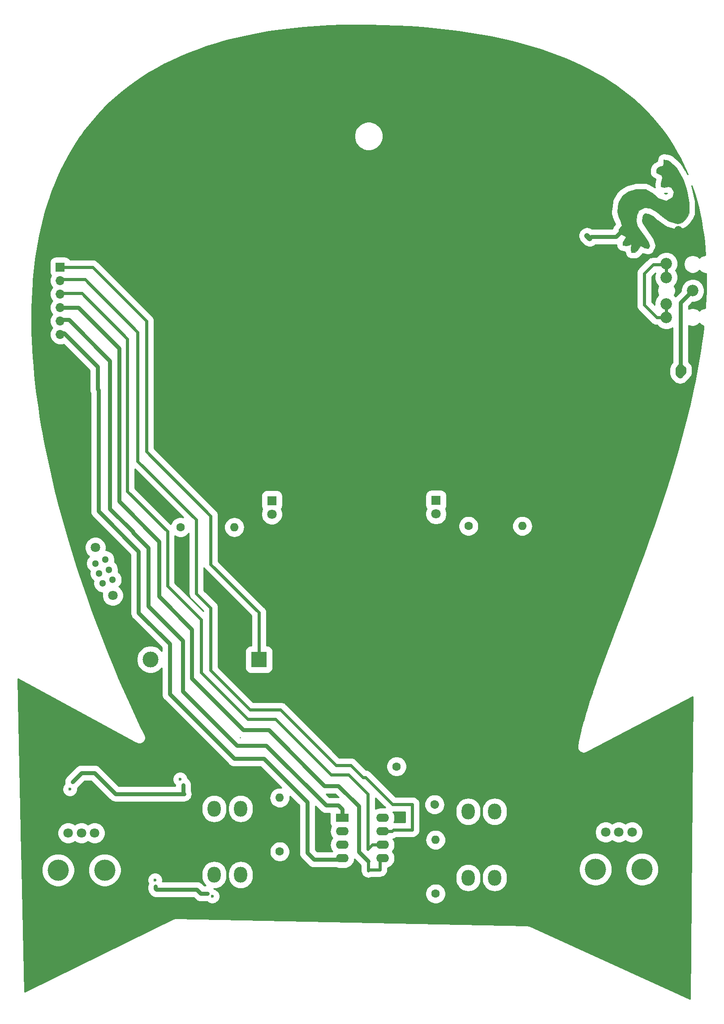
<source format=gbr>
G04 #@! TF.GenerationSoftware,KiCad,Pcbnew,(5.1.2)-1*
G04 #@! TF.CreationDate,2019-08-24T22:51:10-03:00*
G04 #@! TF.ProjectId,SpaceMonkey2Shenzhen,53706163-654d-46f6-9e6b-657932536865,rev?*
G04 #@! TF.SameCoordinates,Original*
G04 #@! TF.FileFunction,Copper,L2,Bot*
G04 #@! TF.FilePolarity,Positive*
%FSLAX46Y46*%
G04 Gerber Fmt 4.6, Leading zero omitted, Abs format (unit mm)*
G04 Created by KiCad (PCBNEW (5.1.2)-1) date 2019-08-24 22:51:10*
%MOMM*%
%LPD*%
G04 APERTURE LIST*
%ADD10C,0.100000*%
%ADD11C,1.400000*%
%ADD12O,2.500000X3.000000*%
%ADD13R,2.400000X1.600000*%
%ADD14O,2.400000X1.600000*%
%ADD15C,1.600000*%
%ADD16C,1.600000*%
%ADD17O,1.600000X1.600000*%
%ADD18R,1.700000X1.700000*%
%ADD19O,1.700000X1.700000*%
%ADD20C,3.000000*%
%ADD21R,3.000000X3.000000*%
%ADD22C,1.800000*%
%ADD23R,1.800000X1.800000*%
%ADD24C,4.000000*%
%ADD25C,1.300000*%
%ADD26C,2.181860*%
%ADD27C,0.600000*%
%ADD28C,0.800000*%
%ADD29C,0.600000*%
%ADD30C,1.000000*%
%ADD31C,0.250000*%
%ADD32C,0.254000*%
G04 APERTURE END LIST*
D10*
G36*
X65913000Y-43053000D02*
G01*
X65532000Y-44831000D01*
X64262000Y-45466000D01*
X62865000Y-45339000D01*
X62230000Y-44323000D01*
X62357000Y-43180000D01*
X63246000Y-42418000D01*
X63627000Y-41783000D01*
X65151000Y-41783000D01*
X65913000Y-43053000D01*
G37*
X65913000Y-43053000D02*
X65532000Y-44831000D01*
X64262000Y-45466000D01*
X62865000Y-45339000D01*
X62230000Y-44323000D01*
X62357000Y-43180000D01*
X63246000Y-42418000D01*
X63627000Y-41783000D01*
X65151000Y-41783000D01*
X65913000Y-43053000D01*
G36*
X166751000Y-24638000D02*
G01*
X167386000Y-25146000D01*
X168275000Y-26035000D01*
X168910000Y-27051000D01*
X169545000Y-28194000D01*
X170053000Y-29718000D01*
X170307000Y-30734000D01*
X170688000Y-32639000D01*
X170688000Y-34544000D01*
X170434000Y-35179000D01*
X170053000Y-35687000D01*
X169418000Y-36322000D01*
X168529000Y-36576000D01*
X167894000Y-36449000D01*
X166751000Y-36068000D01*
X165481000Y-35179000D01*
X164465000Y-34290000D01*
X163322000Y-33655000D01*
X162179000Y-33528000D01*
X161163000Y-34036000D01*
X160782000Y-35052000D01*
X160655000Y-36195000D01*
X160909000Y-37084000D01*
X161544000Y-37973000D01*
X162306000Y-38989000D01*
X162941000Y-40005000D01*
X163195000Y-40767000D01*
X162941000Y-41275000D01*
X162306000Y-41148000D01*
X161544000Y-40767000D01*
X161163000Y-41275000D01*
X160528000Y-42037000D01*
X159766000Y-42037000D01*
X159639000Y-41402000D01*
X159766000Y-40513000D01*
X158877000Y-40767000D01*
X158115000Y-40640000D01*
X158115000Y-40132000D01*
X158750000Y-39116000D01*
X158496000Y-38862000D01*
X157353000Y-38354000D01*
X157353000Y-37719000D01*
X157988000Y-36957000D01*
X157734000Y-36068000D01*
X157353000Y-35306000D01*
X157099000Y-34417000D01*
X157226000Y-33401000D01*
X157353000Y-32512000D01*
X158115000Y-31242000D01*
X159258000Y-30480000D01*
X160655000Y-30099000D01*
X162433000Y-30099000D01*
X163830000Y-30861000D01*
X164846000Y-31750000D01*
X166370000Y-32258000D01*
X167513000Y-31623000D01*
X167767000Y-30607000D01*
X167259000Y-29718000D01*
X166751000Y-29591000D01*
X165989000Y-29718000D01*
X165354000Y-29591000D01*
X165354000Y-28956000D01*
X165608000Y-27940000D01*
X165481000Y-27432000D01*
X164465000Y-26924000D01*
X164465000Y-26416000D01*
X164719000Y-26035000D01*
X165227000Y-25781000D01*
X165735000Y-25654000D01*
X165862000Y-25146000D01*
X165862000Y-24511000D01*
X166751000Y-24638000D01*
G37*
X166751000Y-24638000D02*
X167386000Y-25146000D01*
X168275000Y-26035000D01*
X168910000Y-27051000D01*
X169545000Y-28194000D01*
X170053000Y-29718000D01*
X170307000Y-30734000D01*
X170688000Y-32639000D01*
X170688000Y-34544000D01*
X170434000Y-35179000D01*
X170053000Y-35687000D01*
X169418000Y-36322000D01*
X168529000Y-36576000D01*
X167894000Y-36449000D01*
X166751000Y-36068000D01*
X165481000Y-35179000D01*
X164465000Y-34290000D01*
X163322000Y-33655000D01*
X162179000Y-33528000D01*
X161163000Y-34036000D01*
X160782000Y-35052000D01*
X160655000Y-36195000D01*
X160909000Y-37084000D01*
X161544000Y-37973000D01*
X162306000Y-38989000D01*
X162941000Y-40005000D01*
X163195000Y-40767000D01*
X162941000Y-41275000D01*
X162306000Y-41148000D01*
X161544000Y-40767000D01*
X161163000Y-41275000D01*
X160528000Y-42037000D01*
X159766000Y-42037000D01*
X159639000Y-41402000D01*
X159766000Y-40513000D01*
X158877000Y-40767000D01*
X158115000Y-40640000D01*
X158115000Y-40132000D01*
X158750000Y-39116000D01*
X158496000Y-38862000D01*
X157353000Y-38354000D01*
X157353000Y-37719000D01*
X157988000Y-36957000D01*
X157734000Y-36068000D01*
X157353000Y-35306000D01*
X157099000Y-34417000D01*
X157226000Y-33401000D01*
X157353000Y-32512000D01*
X158115000Y-31242000D01*
X159258000Y-30480000D01*
X160655000Y-30099000D01*
X162433000Y-30099000D01*
X163830000Y-30861000D01*
X164846000Y-31750000D01*
X166370000Y-32258000D01*
X167513000Y-31623000D01*
X167767000Y-30607000D01*
X167259000Y-29718000D01*
X166751000Y-29591000D01*
X165989000Y-29718000D01*
X165354000Y-29591000D01*
X165354000Y-28956000D01*
X165608000Y-27940000D01*
X165481000Y-27432000D01*
X164465000Y-26924000D01*
X164465000Y-26416000D01*
X164719000Y-26035000D01*
X165227000Y-25781000D01*
X165735000Y-25654000D01*
X165862000Y-25146000D01*
X165862000Y-24511000D01*
X166751000Y-24638000D01*
D11*
X168656000Y-37719000D03*
X165989000Y-37719000D03*
D12*
X128925000Y-147625000D03*
X133925000Y-147625000D03*
X128925000Y-160125000D03*
X133925000Y-160125000D03*
X80925000Y-147075000D03*
X85925000Y-147075000D03*
X80925000Y-159575000D03*
X85925000Y-159575000D03*
D13*
X105100000Y-148800000D03*
D14*
X112720000Y-156420000D03*
X105100000Y-151340000D03*
X112720000Y-153880000D03*
X105100000Y-153880000D03*
X112720000Y-151340000D03*
X105100000Y-156420000D03*
X112720000Y-148800000D03*
D15*
X115375000Y-139100000D03*
X122559205Y-146284205D03*
D16*
X122559205Y-146284205D02*
X122559205Y-146284205D01*
D17*
X93300000Y-145015000D03*
D15*
X93300000Y-155175000D03*
X122750000Y-163125000D03*
D17*
X122750000Y-152965000D03*
X139135000Y-93700000D03*
D15*
X128975000Y-93700000D03*
X74550000Y-93925000D03*
D17*
X84710000Y-93925000D03*
D18*
X51825000Y-44805000D03*
D19*
X51825000Y-47345000D03*
X51825000Y-49885000D03*
X51825000Y-52425000D03*
X51825000Y-54965000D03*
X51825000Y-57505000D03*
D20*
X68885000Y-118900000D03*
D21*
X89375000Y-118900000D03*
D22*
X91800000Y-91440000D03*
D23*
X91800000Y-88900000D03*
D24*
X51425000Y-158675000D03*
X60225000Y-158675000D03*
D22*
X53325000Y-151675000D03*
X55825000Y-151675000D03*
X58325000Y-151675000D03*
X58459570Y-97777110D03*
X61742964Y-106798159D03*
D25*
X58477534Y-100750270D03*
X59161574Y-102629655D03*
X59845615Y-104509040D03*
X60356919Y-100066230D03*
X61040960Y-101945615D03*
X61725000Y-103825000D03*
D22*
X159875000Y-151525000D03*
X157375000Y-151525000D03*
X154875000Y-151525000D03*
D24*
X161775000Y-158525000D03*
X152975000Y-158525000D03*
D23*
X122850000Y-88875000D03*
D22*
X122850000Y-91415000D03*
D26*
X166351280Y-44152220D03*
X166351280Y-46750640D03*
X171350000Y-49250000D03*
X166351280Y-54347780D03*
X166351280Y-51749360D03*
D27*
X54125000Y-142000000D03*
X75050000Y-142625000D03*
X69850000Y-161775000D03*
X79625000Y-163125000D03*
X53650000Y-143400000D03*
X74475000Y-141500000D03*
X69725000Y-160550000D03*
X80550000Y-163600000D03*
X169075000Y-64675000D03*
X169075000Y-63550000D03*
X151892000Y-39370000D03*
X151384000Y-38862000D03*
X64008000Y-43942000D03*
X64262000Y-43307000D03*
D28*
X54125000Y-142000000D02*
X55825000Y-140300000D01*
X55825000Y-140300000D02*
X58275000Y-140300000D01*
X58275000Y-140300000D02*
X62250000Y-144275000D01*
X62250000Y-144275000D02*
X75200000Y-144275000D01*
X75200000Y-144275000D02*
X75050000Y-144125000D01*
X75050000Y-144125000D02*
X75050000Y-142625000D01*
X69850000Y-162199264D02*
X70000000Y-162349264D01*
X69850000Y-161775000D02*
X69850000Y-162199264D01*
X70000000Y-162349264D02*
X77624264Y-162349264D01*
X77624264Y-162349264D02*
X78400000Y-163125000D01*
X78400000Y-163125000D02*
X79625000Y-163125000D01*
X112720000Y-153880000D02*
X112615000Y-153775000D01*
D29*
X112250000Y-156890000D02*
X112720000Y-156420000D01*
X112250000Y-158600000D02*
X112250000Y-156890000D01*
X110050000Y-157025000D02*
X110050000Y-158750000D01*
X110200000Y-158600000D02*
X112250000Y-158600000D01*
X110050000Y-158750000D02*
X110200000Y-158600000D01*
X52135000Y-44800000D02*
X51925000Y-44590000D01*
X57925000Y-44800000D02*
X52135000Y-44800000D01*
X89375000Y-118900000D02*
X89375000Y-110025000D01*
X80275000Y-100925000D02*
X80275000Y-91775000D01*
X80275000Y-91775000D02*
X68150000Y-79650000D01*
X68150000Y-79650000D02*
X68150000Y-55025000D01*
X89375000Y-110025000D02*
X80275000Y-100925000D01*
X68150000Y-55025000D02*
X57925000Y-44800000D01*
X66475000Y-81450000D02*
X66475000Y-57075000D01*
X77550000Y-92525000D02*
X66475000Y-81450000D01*
X118375000Y-146225000D02*
X114600000Y-146225000D01*
X118375000Y-151050000D02*
X118375000Y-146225000D01*
X118325000Y-151100000D02*
X118375000Y-151050000D01*
X80275000Y-109150000D02*
X77550000Y-106425000D01*
X114760000Y-151100000D02*
X118325000Y-151100000D01*
X80275000Y-120925000D02*
X80275000Y-109150000D01*
X112720000Y-151340000D02*
X114520000Y-151340000D01*
X103975000Y-138875000D02*
X93450000Y-128350000D01*
X114520000Y-151340000D02*
X114760000Y-151100000D01*
X109525000Y-141150000D02*
X109025000Y-141150000D01*
X66475000Y-57075000D02*
X56530000Y-47130000D01*
X114600000Y-146225000D02*
X109525000Y-141150000D01*
X77550000Y-106425000D02*
X77550000Y-92525000D01*
X56530000Y-47130000D02*
X51925000Y-47130000D01*
X109025000Y-141150000D02*
X106750000Y-138875000D01*
X106750000Y-138875000D02*
X103975000Y-138875000D01*
X93450000Y-128350000D02*
X87700000Y-128350000D01*
X87700000Y-128350000D02*
X80275000Y-120925000D01*
X103000000Y-140650000D02*
X106310000Y-140650000D01*
X110805000Y-153880000D02*
X112720000Y-153880000D01*
X109980000Y-154705000D02*
X110805000Y-153880000D01*
X92550000Y-130200000D02*
X103000000Y-140650000D01*
X87250000Y-130200000D02*
X92550000Y-130200000D01*
X78425000Y-121375000D02*
X87250000Y-130200000D01*
X109980000Y-144320000D02*
X109980000Y-154705000D01*
X78425000Y-111375000D02*
X78425000Y-121375000D01*
X72075000Y-105025000D02*
X78425000Y-111375000D01*
X51980000Y-49725000D02*
X55900000Y-49725000D01*
X51925000Y-49670000D02*
X51980000Y-49725000D01*
X55900000Y-49725000D02*
X64525000Y-58350000D01*
X64525000Y-58350000D02*
X64525000Y-87150000D01*
X64525000Y-87150000D02*
X72075000Y-94700000D01*
X106310000Y-140650000D02*
X109980000Y-144320000D01*
X72075000Y-94700000D02*
X72075000Y-105025000D01*
D28*
X62925000Y-60125000D02*
X55225000Y-52425000D01*
X62925000Y-89050000D02*
X62925000Y-60125000D01*
X70500000Y-107000000D02*
X70500000Y-96625000D01*
X76700000Y-113200000D02*
X70500000Y-107000000D01*
X86425000Y-132225000D02*
X76700000Y-122500000D01*
X55225000Y-52425000D02*
X52140000Y-52425000D01*
X108250000Y-155225000D02*
X108250000Y-146600000D01*
X70500000Y-96625000D02*
X62925000Y-89050000D01*
X110050000Y-157025000D02*
X108250000Y-155225000D01*
X108250000Y-146600000D02*
X104400000Y-142750000D01*
X52140000Y-52425000D02*
X51925000Y-52210000D01*
X104400000Y-142750000D02*
X101750000Y-142750000D01*
X101750000Y-142750000D02*
X91225000Y-132225000D01*
X76700000Y-122500000D02*
X76700000Y-113200000D01*
X91225000Y-132225000D02*
X86425000Y-132225000D01*
X53450000Y-54750000D02*
X51925000Y-54750000D01*
X61225000Y-62525000D02*
X53450000Y-54750000D01*
X65550000Y-94925000D02*
X65550000Y-94775000D01*
X68475000Y-97850000D02*
X65550000Y-94925000D01*
X74975000Y-115350000D02*
X68475000Y-108850000D01*
X74975000Y-124950000D02*
X74975000Y-115350000D01*
X61225000Y-90450000D02*
X61225000Y-62525000D01*
X105100000Y-148800000D02*
X105100000Y-147200000D01*
X104350000Y-146450000D02*
X102050000Y-146450000D01*
X102050000Y-146450000D02*
X90775000Y-135175000D01*
X65550000Y-94775000D02*
X61225000Y-90450000D01*
X68475000Y-108850000D02*
X68475000Y-97850000D01*
X90775000Y-135175000D02*
X85200000Y-135175000D01*
X105100000Y-147200000D02*
X104350000Y-146450000D01*
X85200000Y-135175000D02*
X74975000Y-124950000D01*
X52540000Y-57290000D02*
X51925000Y-57290000D01*
X98500000Y-145825000D02*
X90300000Y-137625000D01*
X72500000Y-125400000D02*
X72500000Y-115950000D01*
X66625000Y-98475000D02*
X59050000Y-90900000D01*
X104445000Y-156675000D02*
X99750000Y-156675000D01*
X105100000Y-156420000D02*
X104700000Y-156420000D01*
X104700000Y-156420000D02*
X104445000Y-156675000D01*
X84725000Y-137625000D02*
X72500000Y-125400000D01*
X72500000Y-115950000D02*
X66625000Y-110075000D01*
X90300000Y-137625000D02*
X84725000Y-137625000D01*
X66625000Y-110075000D02*
X66625000Y-98475000D01*
X98500000Y-155425000D02*
X98500000Y-145825000D01*
X59050000Y-90900000D02*
X59050000Y-68000000D01*
X59050000Y-68000000D02*
X58900000Y-67850000D01*
X58900000Y-67850000D02*
X58900000Y-63650000D01*
X99750000Y-156675000D02*
X98500000Y-155425000D01*
X58900000Y-63650000D02*
X52540000Y-57290000D01*
D29*
X166351280Y-54347780D02*
X166351280Y-51749360D01*
X166351280Y-46750640D02*
X166351280Y-44152220D01*
X164547780Y-54347780D02*
X166351280Y-54347780D01*
X162175000Y-51975000D02*
X164547780Y-54347780D01*
X162175000Y-46000000D02*
X162175000Y-51975000D01*
X163850000Y-44325000D02*
X162175000Y-46000000D01*
X166351280Y-44152220D02*
X166178500Y-44325000D01*
X166178500Y-44325000D02*
X163850000Y-44325000D01*
D28*
X169075000Y-51525000D02*
X171350000Y-49250000D01*
X169075000Y-63550000D02*
X169075000Y-51525000D01*
D30*
X168775001Y-64375001D02*
X168600001Y-64375001D01*
X169075000Y-64675000D02*
X168775001Y-64375001D01*
X168600001Y-64024999D02*
X169075000Y-63550000D01*
X168600001Y-64375001D02*
X168600001Y-64024999D01*
X169625000Y-64600000D02*
X169625000Y-64025000D01*
X169550000Y-64025000D02*
X169075000Y-63550000D01*
X169625000Y-64025000D02*
X169550000Y-64025000D01*
X168600001Y-64375001D02*
X168600001Y-64950001D01*
X168925000Y-65275000D02*
X169025000Y-65275000D01*
X168600001Y-64950001D02*
X168925000Y-65275000D01*
X168950000Y-65275000D02*
X169625000Y-64600000D01*
X168925000Y-65275000D02*
X168950000Y-65275000D01*
D28*
X152191999Y-39070001D02*
X156890999Y-39070001D01*
D31*
X151892000Y-39370000D02*
X152191999Y-39070001D01*
D28*
X156890999Y-39070001D02*
X158242000Y-37719000D01*
D31*
X151983998Y-38862000D02*
X151384000Y-38862000D01*
X152191999Y-39070001D02*
X151983998Y-38862000D01*
D30*
X151892000Y-39370000D02*
X151384000Y-38862000D01*
D31*
X63962001Y-43007001D02*
X63962001Y-42880001D01*
X64262000Y-43307000D02*
X63962001Y-43007001D01*
D30*
X63962001Y-42880001D02*
X63246000Y-42164000D01*
D31*
X63563500Y-41719500D02*
X63563500Y-41846500D01*
X63627000Y-41656000D02*
X63563500Y-41719500D01*
X63246000Y-42164000D02*
X63563500Y-41846500D01*
X64008000Y-43561000D02*
X64262000Y-43307000D01*
X64008000Y-43942000D02*
X64008000Y-43561000D01*
D30*
X62865000Y-42799000D02*
X64008000Y-43942000D01*
D31*
X62865000Y-42672000D02*
X62865000Y-42799000D01*
D32*
G36*
X110263313Y900990D02*
G01*
X112853801Y843013D01*
X115379505Y747277D01*
X117839714Y614376D01*
X120235290Y444862D01*
X122566880Y239296D01*
X124835096Y-1747D01*
X127040712Y-277710D01*
X129184330Y-588008D01*
X131266624Y-932063D01*
X133288406Y-1309317D01*
X135250242Y-1719165D01*
X137152912Y-2161037D01*
X138997044Y-2634329D01*
X140783459Y-3138479D01*
X142512803Y-3672874D01*
X144185800Y-4236922D01*
X145803254Y-4830057D01*
X147365832Y-5451663D01*
X148874343Y-6101164D01*
X150329475Y-6777950D01*
X151732137Y-7481501D01*
X153083020Y-8211199D01*
X154382967Y-8966505D01*
X155632774Y-9746863D01*
X156833282Y-10551749D01*
X157985265Y-11380606D01*
X159089622Y-12232971D01*
X160147115Y-13108303D01*
X161158631Y-14006172D01*
X162124991Y-14926099D01*
X163046993Y-15867626D01*
X163925533Y-16830396D01*
X164761361Y-17813929D01*
X165555251Y-18817812D01*
X166308055Y-19841725D01*
X167020492Y-20885227D01*
X167693338Y-21947971D01*
X168327336Y-23029591D01*
X168923175Y-24129654D01*
X169481564Y-25247820D01*
X170003197Y-26383666D01*
X170371007Y-27257222D01*
X169938883Y-26479398D01*
X169926281Y-26461168D01*
X169916706Y-26441188D01*
X169908094Y-26427192D01*
X169273094Y-25411191D01*
X169266837Y-25403067D01*
X169262116Y-25393960D01*
X169196809Y-25312152D01*
X169132920Y-25229207D01*
X169125199Y-25222449D01*
X169118803Y-25214437D01*
X169107265Y-25202735D01*
X168218265Y-24313735D01*
X168174250Y-24277580D01*
X168134026Y-24237273D01*
X168121266Y-24226918D01*
X167486266Y-23718917D01*
X167423176Y-23677853D01*
X167363003Y-23632624D01*
X167327126Y-23615334D01*
X167293745Y-23593607D01*
X167223875Y-23565576D01*
X167156068Y-23532899D01*
X167117521Y-23522908D01*
X167080552Y-23508077D01*
X167006569Y-23494152D01*
X166933705Y-23475267D01*
X166917453Y-23472830D01*
X166028453Y-23345829D01*
X165949147Y-23342325D01*
X165870217Y-23334029D01*
X165834651Y-23337266D01*
X165798967Y-23335689D01*
X165720497Y-23347654D01*
X165641452Y-23354848D01*
X165607190Y-23364932D01*
X165571881Y-23370316D01*
X165497227Y-23397296D01*
X165421088Y-23419705D01*
X165389439Y-23436250D01*
X165355846Y-23448391D01*
X165287858Y-23489356D01*
X165217518Y-23526128D01*
X165189682Y-23548509D01*
X165159092Y-23566940D01*
X165100356Y-23620329D01*
X165038496Y-23670066D01*
X165015539Y-23697425D01*
X164989109Y-23721449D01*
X164941860Y-23785232D01*
X164890841Y-23846034D01*
X164873636Y-23877330D01*
X164852375Y-23906031D01*
X164818414Y-23977779D01*
X164780178Y-24047330D01*
X164769379Y-24081373D01*
X164754098Y-24113656D01*
X164734721Y-24190626D01*
X164710720Y-24266288D01*
X164706739Y-24301784D01*
X164698020Y-24336417D01*
X164693963Y-24415686D01*
X164685115Y-24494567D01*
X164685000Y-24511000D01*
X164685000Y-24736074D01*
X164192630Y-24982259D01*
X164135708Y-25018056D01*
X164076068Y-25049116D01*
X164038705Y-25079060D01*
X163998176Y-25104548D01*
X163949294Y-25150717D01*
X163896819Y-25192772D01*
X163865984Y-25229403D01*
X163831178Y-25262277D01*
X163792190Y-25317068D01*
X163748888Y-25368509D01*
X163739677Y-25382118D01*
X163485677Y-25763118D01*
X163435025Y-25858020D01*
X163383178Y-25952330D01*
X163380964Y-25959310D01*
X163377516Y-25965770D01*
X163346251Y-26068738D01*
X163313720Y-26171288D01*
X163312904Y-26178562D01*
X163310776Y-26185571D01*
X163300108Y-26292649D01*
X163288115Y-26399567D01*
X163288014Y-26414032D01*
X163288002Y-26414150D01*
X163288012Y-26414256D01*
X163288000Y-26416000D01*
X163288000Y-26924000D01*
X163294652Y-26991840D01*
X163295883Y-27059994D01*
X163305834Y-27105883D01*
X163310416Y-27152614D01*
X163330119Y-27217875D01*
X163344564Y-27284487D01*
X163363236Y-27327563D01*
X163376809Y-27372520D01*
X163408813Y-27432710D01*
X163435921Y-27495249D01*
X163462608Y-27533884D01*
X163484652Y-27575342D01*
X163527733Y-27628165D01*
X163566475Y-27684251D01*
X163600158Y-27716967D01*
X163629835Y-27753354D01*
X163682353Y-27796801D01*
X163731255Y-27844298D01*
X163770654Y-27869850D01*
X163806830Y-27899777D01*
X163866791Y-27932198D01*
X163923983Y-27969289D01*
X163938630Y-27976741D01*
X164335928Y-28175391D01*
X164212142Y-28670536D01*
X164209064Y-28691289D01*
X164202720Y-28711288D01*
X164192238Y-28804741D01*
X164178442Y-28897760D01*
X164179454Y-28918717D01*
X164177115Y-28939567D01*
X164177000Y-28956000D01*
X164177000Y-29591000D01*
X164187701Y-29700136D01*
X164189130Y-29716183D01*
X162996609Y-29065717D01*
X162945414Y-29043975D01*
X162896670Y-29017178D01*
X162839944Y-28999183D01*
X162785176Y-28975924D01*
X162730735Y-28964540D01*
X162677712Y-28947720D01*
X162618578Y-28941087D01*
X162560329Y-28928907D01*
X162504703Y-28928314D01*
X162449433Y-28922115D01*
X162433000Y-28922000D01*
X160655000Y-28922000D01*
X160621649Y-28925270D01*
X160588168Y-28923899D01*
X160507568Y-28936456D01*
X160426386Y-28944416D01*
X160394306Y-28954102D01*
X160361195Y-28959260D01*
X160345311Y-28963473D01*
X158948311Y-29344473D01*
X158886529Y-29368010D01*
X158822997Y-29386335D01*
X158779443Y-29408805D01*
X158733650Y-29426251D01*
X158677608Y-29461345D01*
X158618855Y-29491657D01*
X158605118Y-29500677D01*
X157462118Y-30262677D01*
X157445006Y-30276678D01*
X157425902Y-30287813D01*
X157356238Y-30349308D01*
X157284334Y-30408140D01*
X157270269Y-30425197D01*
X157253689Y-30439832D01*
X157197302Y-30513680D01*
X157138189Y-30585364D01*
X157127701Y-30604834D01*
X157114284Y-30622406D01*
X157105731Y-30636438D01*
X156343731Y-31906438D01*
X156296103Y-32006906D01*
X156247899Y-32106932D01*
X156246952Y-32110588D01*
X156245331Y-32114006D01*
X156218120Y-32221831D01*
X156190267Y-32329295D01*
X156189195Y-32336443D01*
X156189122Y-32336733D01*
X156189106Y-32337035D01*
X156187830Y-32345547D01*
X156060829Y-33234547D01*
X156060735Y-33236663D01*
X156060241Y-33238719D01*
X156058089Y-33255011D01*
X155931089Y-34271011D01*
X155928074Y-34384277D01*
X155924789Y-34497984D01*
X155925011Y-34499307D01*
X155924976Y-34500640D01*
X155944030Y-34612405D01*
X155962882Y-34724514D01*
X155963554Y-34726929D01*
X155963580Y-34727083D01*
X155963641Y-34727244D01*
X155967286Y-34740347D01*
X156221286Y-35629347D01*
X156258282Y-35723049D01*
X156293013Y-35817621D01*
X156300259Y-35832370D01*
X156632337Y-36496527D01*
X156685260Y-36681756D01*
X156448804Y-36965503D01*
X156417565Y-37011459D01*
X156381841Y-37054034D01*
X156353148Y-37106227D01*
X156319669Y-37155479D01*
X156297950Y-37206632D01*
X156271178Y-37255330D01*
X156253170Y-37312097D01*
X156229893Y-37366920D01*
X156218524Y-37421317D01*
X156201720Y-37474288D01*
X156195081Y-37533477D01*
X156193090Y-37543001D01*
X152341448Y-37543001D01*
X152292285Y-37502654D01*
X152009638Y-37351576D01*
X151702947Y-37258543D01*
X151384000Y-37227129D01*
X151065053Y-37258543D01*
X150758362Y-37351576D01*
X150475715Y-37502654D01*
X150227971Y-37705971D01*
X150024654Y-37953715D01*
X149873576Y-38236362D01*
X149780543Y-38543053D01*
X149749129Y-38862000D01*
X149780543Y-39180947D01*
X149873576Y-39487638D01*
X150024654Y-39770285D01*
X150177022Y-39955947D01*
X150798053Y-40576977D01*
X150983714Y-40729345D01*
X151266361Y-40880424D01*
X151573052Y-40973457D01*
X151891999Y-41004871D01*
X152210947Y-40973457D01*
X152517638Y-40880424D01*
X152800285Y-40729345D01*
X152961547Y-40597001D01*
X156815998Y-40597001D01*
X156890999Y-40604388D01*
X156938000Y-40599759D01*
X156938000Y-40640000D01*
X156939346Y-40653726D01*
X156938321Y-40667477D01*
X156950541Y-40767904D01*
X156960416Y-40868614D01*
X156964403Y-40881818D01*
X156966068Y-40895505D01*
X156997561Y-40991646D01*
X157026809Y-41088520D01*
X157033283Y-41100696D01*
X157037576Y-41113801D01*
X157087150Y-41202005D01*
X157134652Y-41291342D01*
X157143368Y-41302029D01*
X157150125Y-41314051D01*
X157215894Y-41390954D01*
X157279835Y-41469354D01*
X157290458Y-41478142D01*
X157299424Y-41488626D01*
X157378891Y-41551301D01*
X157456830Y-41615777D01*
X157468958Y-41622335D01*
X157479788Y-41630876D01*
X157569899Y-41676913D01*
X157658894Y-41725033D01*
X157672067Y-41729111D01*
X157684348Y-41735385D01*
X157781677Y-41763041D01*
X157878331Y-41792960D01*
X157892046Y-41794401D01*
X157905312Y-41798171D01*
X157921502Y-41800986D01*
X158539074Y-41903914D01*
X158611856Y-42267828D01*
X158643759Y-42372767D01*
X158674705Y-42477912D01*
X158677141Y-42482573D01*
X158678672Y-42487607D01*
X158730325Y-42584304D01*
X158781128Y-42681482D01*
X158784426Y-42685584D01*
X158786903Y-42690221D01*
X158856340Y-42775027D01*
X158925066Y-42860504D01*
X158929096Y-42863886D01*
X158932428Y-42867955D01*
X159016994Y-42937641D01*
X159101034Y-43008159D01*
X159105648Y-43010696D01*
X159109703Y-43014037D01*
X159206146Y-43065944D01*
X159302330Y-43118822D01*
X159307349Y-43120414D01*
X159311977Y-43122905D01*
X159416710Y-43155106D01*
X159521288Y-43188280D01*
X159526517Y-43188867D01*
X159531544Y-43190412D01*
X159640562Y-43201658D01*
X159749567Y-43213885D01*
X159759774Y-43213956D01*
X159760041Y-43213984D01*
X159760298Y-43213960D01*
X159766000Y-43214000D01*
X160528000Y-43214000D01*
X160575029Y-43209389D01*
X160622280Y-43210218D01*
X160689077Y-43198206D01*
X160756614Y-43191584D01*
X160801851Y-43177926D01*
X160848364Y-43169562D01*
X160911552Y-43144806D01*
X160976520Y-43125191D01*
X161018246Y-43103005D01*
X161062244Y-43085767D01*
X161119420Y-43049209D01*
X161179342Y-43017348D01*
X161215963Y-42987481D01*
X161255777Y-42962024D01*
X161304764Y-42915056D01*
X161357354Y-42872165D01*
X161387476Y-42835754D01*
X161421588Y-42803048D01*
X161432196Y-42790497D01*
X161887576Y-42244042D01*
X161917960Y-42253744D01*
X161994133Y-42282931D01*
X162027160Y-42288615D01*
X162059080Y-42298808D01*
X162075171Y-42302143D01*
X162710171Y-42429143D01*
X162779117Y-42436037D01*
X162847322Y-42448266D01*
X162893140Y-42447438D01*
X162938741Y-42451998D01*
X163007717Y-42445368D01*
X163076994Y-42444117D01*
X163121778Y-42434406D01*
X163167398Y-42430021D01*
X163233776Y-42410119D01*
X163301487Y-42395436D01*
X163343532Y-42377211D01*
X163387431Y-42364049D01*
X163448672Y-42331637D01*
X163512249Y-42304079D01*
X163549959Y-42278031D01*
X163590459Y-42256596D01*
X163644233Y-42212910D01*
X163701251Y-42173525D01*
X163733185Y-42140647D01*
X163768750Y-42111754D01*
X163813013Y-42058458D01*
X163861298Y-42008745D01*
X163886238Y-41970289D01*
X163915512Y-41935041D01*
X163948582Y-41874159D01*
X163986289Y-41816017D01*
X163993741Y-41801370D01*
X164247741Y-41293371D01*
X164286628Y-41191879D01*
X164326603Y-41090735D01*
X164327718Y-41084641D01*
X164329930Y-41078867D01*
X164348365Y-40971754D01*
X164367932Y-40864774D01*
X164367842Y-40858588D01*
X164368892Y-40852486D01*
X164366169Y-40743800D01*
X164364585Y-40635088D01*
X164363294Y-40629032D01*
X164363139Y-40622847D01*
X164339360Y-40516770D01*
X164316688Y-40410426D01*
X164312943Y-40398926D01*
X164312893Y-40398701D01*
X164312806Y-40398505D01*
X164311600Y-40394800D01*
X164057600Y-39632800D01*
X164051009Y-39618020D01*
X164046981Y-39602339D01*
X164004276Y-39513230D01*
X163964040Y-39423006D01*
X163954701Y-39409784D01*
X163947706Y-39395188D01*
X163939094Y-39381192D01*
X163304094Y-38365191D01*
X163278574Y-38332059D01*
X163257368Y-38296015D01*
X163247600Y-38282800D01*
X162493814Y-37277752D01*
X161984885Y-36565253D01*
X161850403Y-36094563D01*
X161935593Y-35327847D01*
X162102771Y-34882041D01*
X162394482Y-34736185D01*
X162957058Y-34798694D01*
X163784065Y-35258143D01*
X164705940Y-36064783D01*
X164751038Y-36097054D01*
X164792638Y-36133718D01*
X164806035Y-36143236D01*
X166076035Y-37032236D01*
X166116875Y-37055240D01*
X166154779Y-37082815D01*
X166216715Y-37111479D01*
X166276178Y-37144974D01*
X166320709Y-37159608D01*
X166363247Y-37179295D01*
X166378800Y-37184600D01*
X167521800Y-37565600D01*
X167585167Y-37580037D01*
X167647080Y-37599808D01*
X167663171Y-37603143D01*
X168298171Y-37730143D01*
X168339686Y-37734294D01*
X168380370Y-37743578D01*
X168453725Y-37745697D01*
X168526741Y-37752998D01*
X168568274Y-37749006D01*
X168609984Y-37750211D01*
X168682352Y-37738042D01*
X168755398Y-37731021D01*
X168795367Y-37719037D01*
X168836514Y-37712118D01*
X168852347Y-37707714D01*
X169741347Y-37453714D01*
X169797318Y-37431615D01*
X169855099Y-37414828D01*
X169903890Y-37389537D01*
X169955006Y-37369355D01*
X170005618Y-37336806D01*
X170059040Y-37309115D01*
X170101983Y-37274834D01*
X170148212Y-37245104D01*
X170191546Y-37203337D01*
X170238563Y-37165803D01*
X170250265Y-37154265D01*
X170885265Y-36519264D01*
X170933048Y-36461092D01*
X170984648Y-36406277D01*
X170994600Y-36393200D01*
X171375600Y-35885200D01*
X171391998Y-35858198D01*
X171412053Y-35833784D01*
X171451504Y-35760212D01*
X171494836Y-35688859D01*
X171505679Y-35659182D01*
X171520607Y-35631342D01*
X171526817Y-35616127D01*
X171780817Y-34981127D01*
X171808870Y-34884576D01*
X171839280Y-34788712D01*
X171840888Y-34774380D01*
X171844909Y-34760539D01*
X171853675Y-34660371D01*
X171864885Y-34560433D01*
X171865000Y-34544000D01*
X171865000Y-32639000D01*
X171854480Y-32531705D01*
X171845253Y-32424307D01*
X171842599Y-32410535D01*
X171842584Y-32410386D01*
X171842545Y-32410257D01*
X171842143Y-32408171D01*
X171461143Y-30503171D01*
X171455370Y-30484181D01*
X171452732Y-30464506D01*
X171448858Y-30448536D01*
X171199816Y-29452368D01*
X171354176Y-29893337D01*
X171735354Y-31095842D01*
X172083043Y-32313957D01*
X172397861Y-33547229D01*
X172680418Y-34795100D01*
X172931356Y-36057194D01*
X173151305Y-37332992D01*
X173340866Y-38621963D01*
X173500672Y-39923599D01*
X173631369Y-41237444D01*
X173730640Y-42524840D01*
X173679320Y-42524840D01*
X173345776Y-42591186D01*
X173031584Y-42721328D01*
X172748818Y-42910266D01*
X172599680Y-43059404D01*
X172450542Y-42910266D01*
X172167776Y-42721328D01*
X171853584Y-42591186D01*
X171520040Y-42524840D01*
X171179960Y-42524840D01*
X170846416Y-42591186D01*
X170532224Y-42721328D01*
X170249458Y-42910266D01*
X170008986Y-43150738D01*
X169820048Y-43433504D01*
X169689906Y-43747696D01*
X169623560Y-44081240D01*
X169623560Y-44421320D01*
X169689906Y-44754864D01*
X169820048Y-45069056D01*
X170008986Y-45351822D01*
X170249458Y-45592294D01*
X170532224Y-45781232D01*
X170846416Y-45911374D01*
X171179960Y-45977720D01*
X171520040Y-45977720D01*
X171853584Y-45911374D01*
X172167776Y-45781232D01*
X172450542Y-45592294D01*
X172599680Y-45443156D01*
X172748818Y-45592294D01*
X173031584Y-45781232D01*
X173345776Y-45911374D01*
X173679320Y-45977720D01*
X173866144Y-45977720D01*
X173875631Y-46604226D01*
X173870711Y-47971058D01*
X173840085Y-49346655D01*
X173784801Y-50730756D01*
X173705514Y-52122833D01*
X173676192Y-52522902D01*
X173345776Y-52588626D01*
X173031584Y-52718768D01*
X172748818Y-52907706D01*
X172599680Y-53056844D01*
X172450542Y-52907706D01*
X172167776Y-52718768D01*
X171853584Y-52588626D01*
X171520040Y-52522280D01*
X171179960Y-52522280D01*
X170846416Y-52588626D01*
X170602000Y-52689866D01*
X170602000Y-52157503D01*
X171291573Y-51467930D01*
X171568447Y-51467930D01*
X171996946Y-51382697D01*
X172400584Y-51215504D01*
X172763848Y-50972779D01*
X173072779Y-50663848D01*
X173315504Y-50300584D01*
X173482697Y-49896946D01*
X173567930Y-49468447D01*
X173567930Y-49031553D01*
X173482697Y-48603054D01*
X173315504Y-48199416D01*
X173072779Y-47836152D01*
X172763848Y-47527221D01*
X172400584Y-47284496D01*
X171996946Y-47117303D01*
X171568447Y-47032070D01*
X171131553Y-47032070D01*
X170703054Y-47117303D01*
X170299416Y-47284496D01*
X169936152Y-47527221D01*
X169627221Y-47836152D01*
X169384496Y-48199416D01*
X169217303Y-48603054D01*
X169132070Y-49031553D01*
X169132070Y-49308427D01*
X168086446Y-50354051D01*
X168074059Y-50335512D01*
X167851228Y-50112681D01*
X167881232Y-50067776D01*
X168011374Y-49753584D01*
X168077720Y-49420040D01*
X168077720Y-49079960D01*
X168011374Y-48746416D01*
X167881232Y-48432224D01*
X167851228Y-48387319D01*
X168074059Y-48164488D01*
X168316784Y-47801224D01*
X168483977Y-47397586D01*
X168569210Y-46969087D01*
X168569210Y-46532193D01*
X168483977Y-46103694D01*
X168316784Y-45700056D01*
X168150658Y-45451430D01*
X168316784Y-45202804D01*
X168483977Y-44799166D01*
X168569210Y-44370667D01*
X168569210Y-43933773D01*
X168483977Y-43505274D01*
X168316784Y-43101636D01*
X168074059Y-42738372D01*
X167765128Y-42429441D01*
X167401864Y-42186716D01*
X166998226Y-42019523D01*
X166569727Y-41934290D01*
X166132833Y-41934290D01*
X165704334Y-42019523D01*
X165300696Y-42186716D01*
X164937432Y-42429441D01*
X164628501Y-42738372D01*
X164521841Y-42898000D01*
X163920090Y-42898000D01*
X163850000Y-42891097D01*
X163779910Y-42898000D01*
X163779902Y-42898000D01*
X163594474Y-42916263D01*
X163570258Y-42918648D01*
X163513340Y-42935914D01*
X163301269Y-43000245D01*
X163053366Y-43132752D01*
X163031450Y-43150738D01*
X162890525Y-43266392D01*
X162890522Y-43266395D01*
X162836077Y-43311077D01*
X162791395Y-43365522D01*
X161215523Y-44941395D01*
X161161077Y-44986078D01*
X161116395Y-45040523D01*
X161116392Y-45040526D01*
X161033384Y-45141672D01*
X160982752Y-45203367D01*
X160850245Y-45451270D01*
X160768648Y-45720260D01*
X160748000Y-45929903D01*
X160748000Y-45929912D01*
X160741097Y-46000000D01*
X160748000Y-46070088D01*
X160748001Y-51904903D01*
X160741097Y-51975000D01*
X160748001Y-52045098D01*
X160755935Y-52125656D01*
X160768649Y-52254741D01*
X160850246Y-52523731D01*
X160982753Y-52771634D01*
X161116392Y-52934474D01*
X161116396Y-52934478D01*
X161161078Y-52988923D01*
X161215523Y-53033605D01*
X163489175Y-55307258D01*
X163533857Y-55361703D01*
X163588302Y-55406385D01*
X163588305Y-55406388D01*
X163751145Y-55540028D01*
X163843537Y-55589412D01*
X163999049Y-55672535D01*
X164186441Y-55729380D01*
X164268038Y-55754132D01*
X164292254Y-55756517D01*
X164477682Y-55774780D01*
X164477690Y-55774780D01*
X164547780Y-55781683D01*
X164617870Y-55774780D01*
X164641653Y-55774780D01*
X164937432Y-56070559D01*
X165300696Y-56313284D01*
X165704334Y-56480477D01*
X166132833Y-56565710D01*
X166569727Y-56565710D01*
X166998226Y-56480477D01*
X167401864Y-56313284D01*
X167548001Y-56215639D01*
X167548000Y-62776075D01*
X167506054Y-62818021D01*
X167443972Y-62868970D01*
X167240655Y-63116713D01*
X167089576Y-63399361D01*
X166996543Y-63706051D01*
X166973001Y-63945074D01*
X166973001Y-63945085D01*
X166965130Y-64024999D01*
X166973001Y-64104913D01*
X166973001Y-64295076D01*
X166965129Y-64375001D01*
X166973001Y-64454925D01*
X166973001Y-64870087D01*
X166965130Y-64950001D01*
X166973001Y-65029915D01*
X166973001Y-65029926D01*
X166996543Y-65268949D01*
X167089576Y-65575639D01*
X167240655Y-65858287D01*
X167443972Y-66106030D01*
X167506054Y-66156979D01*
X167718020Y-66368945D01*
X167768971Y-66431029D01*
X168016714Y-66634346D01*
X168299362Y-66785425D01*
X168606052Y-66878458D01*
X168845075Y-66902000D01*
X168845085Y-66902000D01*
X168925000Y-66909871D01*
X168937500Y-66908640D01*
X168950000Y-66909871D01*
X169029914Y-66902000D01*
X169104925Y-66902000D01*
X169343948Y-66878458D01*
X169650638Y-66785425D01*
X169933286Y-66634346D01*
X170181029Y-66431029D01*
X170384346Y-66183286D01*
X170432238Y-66093687D01*
X170718947Y-65806978D01*
X170781029Y-65756029D01*
X170984346Y-65508286D01*
X171135425Y-65225638D01*
X171228458Y-64918948D01*
X171252000Y-64679925D01*
X171252000Y-64679915D01*
X171259871Y-64600001D01*
X171252000Y-64520086D01*
X171252000Y-64104925D01*
X171259872Y-64025000D01*
X171228458Y-63706052D01*
X171135425Y-63399362D01*
X170984346Y-63116714D01*
X170781029Y-62868971D01*
X170602000Y-62722046D01*
X170602000Y-55807574D01*
X170846416Y-55908814D01*
X171179960Y-55975160D01*
X171520040Y-55975160D01*
X171853584Y-55908814D01*
X172167776Y-55778672D01*
X172450542Y-55589734D01*
X172599680Y-55440596D01*
X172748818Y-55589734D01*
X173031584Y-55778672D01*
X173345776Y-55908814D01*
X173374953Y-55914618D01*
X173330519Y-56340962D01*
X173161998Y-57759048D01*
X172972841Y-59182268D01*
X172763700Y-60610162D01*
X172535259Y-62042066D01*
X172288205Y-63477465D01*
X172023217Y-64915776D01*
X171740939Y-66356603D01*
X171442707Y-67796310D01*
X170797348Y-70688051D01*
X170094605Y-73577586D01*
X169339286Y-76463644D01*
X168536874Y-79342041D01*
X167692939Y-82208332D01*
X166813013Y-85058254D01*
X165902590Y-87887634D01*
X164967231Y-90692215D01*
X164012512Y-93467609D01*
X163043968Y-96209687D01*
X162067143Y-98914166D01*
X161087995Y-101575803D01*
X159142211Y-106761078D01*
X157273140Y-111673867D01*
X157272899Y-111674352D01*
X157252167Y-111728994D01*
X157232211Y-111781447D01*
X157232075Y-111781949D01*
X155483351Y-116390893D01*
X155481452Y-116394788D01*
X155462785Y-116445094D01*
X155443863Y-116494966D01*
X155442737Y-116499124D01*
X153838196Y-120823326D01*
X153835550Y-120828902D01*
X153818089Y-120877514D01*
X153800120Y-120925939D01*
X153798551Y-120931907D01*
X153082005Y-122926749D01*
X153079496Y-122932179D01*
X153062477Y-122981114D01*
X153044943Y-123029929D01*
X153043481Y-123035736D01*
X152378899Y-124946652D01*
X152375758Y-124953690D01*
X152359930Y-125001197D01*
X152343455Y-125048567D01*
X152341646Y-125056071D01*
X151733631Y-126880935D01*
X151729790Y-126889939D01*
X151715367Y-126935752D01*
X151700179Y-126981335D01*
X151698009Y-126990884D01*
X151151667Y-128726222D01*
X151147066Y-128737665D01*
X151134308Y-128781357D01*
X151120648Y-128824746D01*
X151118117Y-128836809D01*
X150638480Y-130479449D01*
X150633077Y-130493980D01*
X150622282Y-130534924D01*
X150610418Y-130575554D01*
X150607553Y-130590785D01*
X150199626Y-132137943D01*
X150193433Y-132156454D01*
X150184898Y-132193800D01*
X150175129Y-132230853D01*
X150172025Y-132250131D01*
X149842294Y-133692992D01*
X149837124Y-133710166D01*
X149829424Y-133749310D01*
X149820534Y-133788211D01*
X149818271Y-133806007D01*
X149693098Y-134442331D01*
X149689393Y-134455785D01*
X149681948Y-134499015D01*
X149673477Y-134542076D01*
X149672138Y-134555972D01*
X149564048Y-135183576D01*
X149544568Y-135277577D01*
X149543945Y-135355588D01*
X149538303Y-135433402D01*
X149543021Y-135471262D01*
X149542716Y-135509418D01*
X149557326Y-135586061D01*
X149566972Y-135663471D01*
X149578985Y-135699682D01*
X149586130Y-135737166D01*
X149615409Y-135809480D01*
X149639974Y-135883527D01*
X149658824Y-135916705D01*
X149673142Y-135952067D01*
X149715965Y-136017277D01*
X149754505Y-136085112D01*
X149779461Y-136113970D01*
X149800406Y-136145865D01*
X149855129Y-136201469D01*
X149906161Y-136260480D01*
X149936272Y-136283918D01*
X149963033Y-136311110D01*
X150027546Y-136354965D01*
X150089117Y-136402892D01*
X150123224Y-136420006D01*
X150154774Y-136441454D01*
X150226603Y-136471881D01*
X150296340Y-136506874D01*
X150333129Y-136517005D01*
X150368258Y-136531886D01*
X150444646Y-136547716D01*
X150519868Y-136568431D01*
X150557925Y-136571190D01*
X150595283Y-136578932D01*
X150673295Y-136579555D01*
X150751108Y-136585197D01*
X150788968Y-136580479D01*
X150827124Y-136580784D01*
X150903767Y-136566174D01*
X150981177Y-136556528D01*
X151017388Y-136544515D01*
X151054872Y-136537370D01*
X151127189Y-136508090D01*
X151201233Y-136483526D01*
X151284707Y-136436100D01*
X171323569Y-125929985D01*
X170827231Y-183008468D01*
X140505573Y-169226092D01*
X140447682Y-169193650D01*
X140345196Y-169160319D01*
X140243354Y-169125612D01*
X140235117Y-169124518D01*
X140227201Y-169121943D01*
X140120175Y-169109245D01*
X140013526Y-169095074D01*
X139947329Y-169099333D01*
X73594927Y-167777570D01*
X73487617Y-167773878D01*
X73421845Y-167784624D01*
X73355416Y-167789833D01*
X73307716Y-167803271D01*
X73258802Y-167811263D01*
X73196394Y-167834633D01*
X73132254Y-167852703D01*
X73036581Y-167901417D01*
X45067641Y-181636172D01*
X44578792Y-158367017D01*
X48298000Y-158367017D01*
X48298000Y-158982983D01*
X48418169Y-159587112D01*
X48653889Y-160156190D01*
X48996101Y-160668346D01*
X49431654Y-161103899D01*
X49943810Y-161446111D01*
X50512888Y-161681831D01*
X51117017Y-161802000D01*
X51732983Y-161802000D01*
X52337112Y-161681831D01*
X52906190Y-161446111D01*
X53418346Y-161103899D01*
X53853899Y-160668346D01*
X54196111Y-160156190D01*
X54431831Y-159587112D01*
X54552000Y-158982983D01*
X54552000Y-158367017D01*
X57098000Y-158367017D01*
X57098000Y-158982983D01*
X57218169Y-159587112D01*
X57453889Y-160156190D01*
X57796101Y-160668346D01*
X58231654Y-161103899D01*
X58743810Y-161446111D01*
X59312888Y-161681831D01*
X59917017Y-161802000D01*
X60532983Y-161802000D01*
X61137112Y-161681831D01*
X61706190Y-161446111D01*
X62218346Y-161103899D01*
X62653899Y-160668346D01*
X62826885Y-160409453D01*
X68298000Y-160409453D01*
X68298000Y-160690547D01*
X68352838Y-160966241D01*
X68439288Y-161174948D01*
X68432410Y-161187816D01*
X68345095Y-161475657D01*
X68323000Y-161699990D01*
X68323000Y-162124263D01*
X68315613Y-162199264D01*
X68323000Y-162274265D01*
X68323000Y-162274275D01*
X68345095Y-162498608D01*
X68432410Y-162786449D01*
X68574203Y-163051724D01*
X68765024Y-163284240D01*
X68823293Y-163332060D01*
X68867203Y-163375970D01*
X68915024Y-163434240D01*
X69147540Y-163625061D01*
X69412815Y-163766854D01*
X69700656Y-163854169D01*
X69924989Y-163876264D01*
X69924998Y-163876264D01*
X69999999Y-163883651D01*
X70075000Y-163876264D01*
X76991761Y-163876264D01*
X77267203Y-164151706D01*
X77315024Y-164209976D01*
X77547540Y-164400797D01*
X77812815Y-164542590D01*
X78100656Y-164629905D01*
X78324989Y-164652000D01*
X78324998Y-164652000D01*
X78399999Y-164659387D01*
X78475000Y-164652000D01*
X79583916Y-164652000D01*
X79640340Y-164708424D01*
X79874062Y-164864591D01*
X80133759Y-164972162D01*
X80409453Y-165027000D01*
X80690547Y-165027000D01*
X80966241Y-164972162D01*
X81225938Y-164864591D01*
X81459660Y-164708424D01*
X81658424Y-164509660D01*
X81814591Y-164275938D01*
X81922162Y-164016241D01*
X81977000Y-163740547D01*
X81977000Y-163459453D01*
X81922162Y-163183759D01*
X81819208Y-162935207D01*
X120823000Y-162935207D01*
X120823000Y-163314793D01*
X120897053Y-163687085D01*
X121042315Y-164037777D01*
X121253201Y-164353391D01*
X121521609Y-164621799D01*
X121837223Y-164832685D01*
X122187915Y-164977947D01*
X122560207Y-165052000D01*
X122939793Y-165052000D01*
X123312085Y-164977947D01*
X123662777Y-164832685D01*
X123978391Y-164621799D01*
X124246799Y-164353391D01*
X124457685Y-164037777D01*
X124602947Y-163687085D01*
X124677000Y-163314793D01*
X124677000Y-162935207D01*
X124602947Y-162562915D01*
X124457685Y-162212223D01*
X124246799Y-161896609D01*
X123978391Y-161628201D01*
X123662777Y-161417315D01*
X123312085Y-161272053D01*
X122939793Y-161198000D01*
X122560207Y-161198000D01*
X122187915Y-161272053D01*
X121837223Y-161417315D01*
X121521609Y-161628201D01*
X121253201Y-161896609D01*
X121042315Y-162212223D01*
X120897053Y-162562915D01*
X120823000Y-162935207D01*
X81819208Y-162935207D01*
X81814591Y-162924062D01*
X81658424Y-162690340D01*
X81459660Y-162491576D01*
X81225938Y-162335409D01*
X80966241Y-162227838D01*
X80863917Y-162207485D01*
X80925000Y-162213501D01*
X81390973Y-162167607D01*
X81839040Y-162031687D01*
X82251980Y-161810966D01*
X82613925Y-161513925D01*
X82910966Y-161151979D01*
X83131687Y-160739039D01*
X83267607Y-160290972D01*
X83302000Y-159941771D01*
X83302000Y-159208229D01*
X83548000Y-159208229D01*
X83548000Y-159941772D01*
X83582393Y-160290973D01*
X83718313Y-160739040D01*
X83939034Y-161151980D01*
X84236076Y-161513925D01*
X84598021Y-161810966D01*
X85010961Y-162031687D01*
X85459028Y-162167607D01*
X85925000Y-162213501D01*
X86390973Y-162167607D01*
X86839040Y-162031687D01*
X87251980Y-161810966D01*
X87613925Y-161513925D01*
X87910966Y-161151979D01*
X88131687Y-160739039D01*
X88267607Y-160290972D01*
X88302000Y-159941771D01*
X88302000Y-159208228D01*
X88267607Y-158859027D01*
X88131687Y-158410960D01*
X87910966Y-157998020D01*
X87613925Y-157636075D01*
X87251979Y-157339034D01*
X86839039Y-157118313D01*
X86390972Y-156982393D01*
X85925000Y-156936499D01*
X85459027Y-156982393D01*
X85010960Y-157118313D01*
X84598020Y-157339034D01*
X84236075Y-157636075D01*
X83939034Y-157998021D01*
X83718313Y-158410961D01*
X83582393Y-158859028D01*
X83548000Y-159208229D01*
X83302000Y-159208229D01*
X83302000Y-159208228D01*
X83267607Y-158859027D01*
X83131687Y-158410960D01*
X82910966Y-157998020D01*
X82613925Y-157636075D01*
X82251979Y-157339034D01*
X81839039Y-157118313D01*
X81390972Y-156982393D01*
X80925000Y-156936499D01*
X80459027Y-156982393D01*
X80010960Y-157118313D01*
X79598020Y-157339034D01*
X79236075Y-157636075D01*
X78939034Y-157998021D01*
X78718313Y-158410961D01*
X78582393Y-158859028D01*
X78548000Y-159208229D01*
X78548000Y-159941772D01*
X78582393Y-160290973D01*
X78718313Y-160739040D01*
X78939034Y-161151980D01*
X79236076Y-161513925D01*
X79338522Y-161598000D01*
X79032503Y-161598000D01*
X78757061Y-161322558D01*
X78709240Y-161264288D01*
X78476724Y-161073467D01*
X78211449Y-160931674D01*
X77923608Y-160844359D01*
X77699275Y-160822264D01*
X77699265Y-160822264D01*
X77624264Y-160814877D01*
X77549263Y-160822264D01*
X71125800Y-160822264D01*
X71152000Y-160690547D01*
X71152000Y-160409453D01*
X71097162Y-160133759D01*
X70989591Y-159874062D01*
X70833424Y-159640340D01*
X70634660Y-159441576D01*
X70400938Y-159285409D01*
X70141241Y-159177838D01*
X69865547Y-159123000D01*
X69584453Y-159123000D01*
X69308759Y-159177838D01*
X69049062Y-159285409D01*
X68815340Y-159441576D01*
X68616576Y-159640340D01*
X68460409Y-159874062D01*
X68352838Y-160133759D01*
X68298000Y-160409453D01*
X62826885Y-160409453D01*
X62996111Y-160156190D01*
X63231831Y-159587112D01*
X63352000Y-158982983D01*
X63352000Y-158367017D01*
X63231831Y-157762888D01*
X62996111Y-157193810D01*
X62653899Y-156681654D01*
X62218346Y-156246101D01*
X61706190Y-155903889D01*
X61137112Y-155668169D01*
X60532983Y-155548000D01*
X59917017Y-155548000D01*
X59312888Y-155668169D01*
X58743810Y-155903889D01*
X58231654Y-156246101D01*
X57796101Y-156681654D01*
X57453889Y-157193810D01*
X57218169Y-157762888D01*
X57098000Y-158367017D01*
X54552000Y-158367017D01*
X54431831Y-157762888D01*
X54196111Y-157193810D01*
X53853899Y-156681654D01*
X53418346Y-156246101D01*
X52906190Y-155903889D01*
X52337112Y-155668169D01*
X51732983Y-155548000D01*
X51117017Y-155548000D01*
X50512888Y-155668169D01*
X49943810Y-155903889D01*
X49431654Y-156246101D01*
X48996101Y-156681654D01*
X48653889Y-157193810D01*
X48418169Y-157762888D01*
X48298000Y-158367017D01*
X44578792Y-158367017D01*
X44507746Y-154985207D01*
X91373000Y-154985207D01*
X91373000Y-155364793D01*
X91447053Y-155737085D01*
X91592315Y-156087777D01*
X91803201Y-156403391D01*
X92071609Y-156671799D01*
X92387223Y-156882685D01*
X92737915Y-157027947D01*
X93110207Y-157102000D01*
X93489793Y-157102000D01*
X93862085Y-157027947D01*
X94212777Y-156882685D01*
X94528391Y-156671799D01*
X94796799Y-156403391D01*
X95007685Y-156087777D01*
X95152947Y-155737085D01*
X95227000Y-155364793D01*
X95227000Y-154985207D01*
X95152947Y-154612915D01*
X95007685Y-154262223D01*
X94796799Y-153946609D01*
X94528391Y-153678201D01*
X94212777Y-153467315D01*
X93862085Y-153322053D01*
X93489793Y-153248000D01*
X93110207Y-153248000D01*
X92737915Y-153322053D01*
X92387223Y-153467315D01*
X92071609Y-153678201D01*
X91803201Y-153946609D01*
X91592315Y-154262223D01*
X91447053Y-154612915D01*
X91373000Y-154985207D01*
X44507746Y-154985207D01*
X44434009Y-151475358D01*
X51298000Y-151475358D01*
X51298000Y-151874642D01*
X51375896Y-152266254D01*
X51528696Y-152635145D01*
X51750526Y-152967137D01*
X52032863Y-153249474D01*
X52364855Y-153471304D01*
X52733746Y-153624104D01*
X53125358Y-153702000D01*
X53524642Y-153702000D01*
X53916254Y-153624104D01*
X54285145Y-153471304D01*
X54575000Y-153277629D01*
X54864855Y-153471304D01*
X55233746Y-153624104D01*
X55625358Y-153702000D01*
X56024642Y-153702000D01*
X56416254Y-153624104D01*
X56785145Y-153471304D01*
X57075000Y-153277629D01*
X57364855Y-153471304D01*
X57733746Y-153624104D01*
X58125358Y-153702000D01*
X58524642Y-153702000D01*
X58916254Y-153624104D01*
X59285145Y-153471304D01*
X59617137Y-153249474D01*
X59899474Y-152967137D01*
X60121304Y-152635145D01*
X60274104Y-152266254D01*
X60352000Y-151874642D01*
X60352000Y-151475358D01*
X60274104Y-151083746D01*
X60121304Y-150714855D01*
X59899474Y-150382863D01*
X59617137Y-150100526D01*
X59285145Y-149878696D01*
X58916254Y-149725896D01*
X58524642Y-149648000D01*
X58125358Y-149648000D01*
X57733746Y-149725896D01*
X57364855Y-149878696D01*
X57075000Y-150072371D01*
X56785145Y-149878696D01*
X56416254Y-149725896D01*
X56024642Y-149648000D01*
X55625358Y-149648000D01*
X55233746Y-149725896D01*
X54864855Y-149878696D01*
X54575000Y-150072371D01*
X54285145Y-149878696D01*
X53916254Y-149725896D01*
X53524642Y-149648000D01*
X53125358Y-149648000D01*
X52733746Y-149725896D01*
X52364855Y-149878696D01*
X52032863Y-150100526D01*
X51750526Y-150382863D01*
X51528696Y-150714855D01*
X51375896Y-151083746D01*
X51298000Y-151475358D01*
X44434009Y-151475358D01*
X44333860Y-146708229D01*
X78548000Y-146708229D01*
X78548000Y-147441772D01*
X78582393Y-147790973D01*
X78718313Y-148239040D01*
X78939034Y-148651980D01*
X79236076Y-149013925D01*
X79598021Y-149310966D01*
X80010961Y-149531687D01*
X80459028Y-149667607D01*
X80925000Y-149713501D01*
X81390973Y-149667607D01*
X81839040Y-149531687D01*
X82251980Y-149310966D01*
X82613925Y-149013925D01*
X82910966Y-148651979D01*
X83131687Y-148239039D01*
X83267607Y-147790972D01*
X83302000Y-147441771D01*
X83302000Y-146708229D01*
X83548000Y-146708229D01*
X83548000Y-147441772D01*
X83582393Y-147790973D01*
X83718313Y-148239040D01*
X83939034Y-148651980D01*
X84236076Y-149013925D01*
X84598021Y-149310966D01*
X85010961Y-149531687D01*
X85459028Y-149667607D01*
X85925000Y-149713501D01*
X86390973Y-149667607D01*
X86839040Y-149531687D01*
X87251980Y-149310966D01*
X87613925Y-149013925D01*
X87910966Y-148651979D01*
X88131687Y-148239039D01*
X88267607Y-147790972D01*
X88302000Y-147441771D01*
X88302000Y-146708228D01*
X88267607Y-146359027D01*
X88131687Y-145910960D01*
X87910966Y-145498020D01*
X87613925Y-145136075D01*
X87251979Y-144839034D01*
X86839039Y-144618313D01*
X86390972Y-144482393D01*
X85925000Y-144436499D01*
X85459027Y-144482393D01*
X85010960Y-144618313D01*
X84598020Y-144839034D01*
X84236075Y-145136075D01*
X83939034Y-145498021D01*
X83718313Y-145910961D01*
X83582393Y-146359028D01*
X83548000Y-146708229D01*
X83302000Y-146708229D01*
X83302000Y-146708228D01*
X83267607Y-146359027D01*
X83131687Y-145910960D01*
X82910966Y-145498020D01*
X82613925Y-145136075D01*
X82251979Y-144839034D01*
X81839039Y-144618313D01*
X81390972Y-144482393D01*
X80925000Y-144436499D01*
X80459027Y-144482393D01*
X80010960Y-144618313D01*
X79598020Y-144839034D01*
X79236075Y-145136075D01*
X78939034Y-145498021D01*
X78718313Y-145910961D01*
X78582393Y-146359028D01*
X78548000Y-146708229D01*
X44333860Y-146708229D01*
X44261406Y-143259453D01*
X52223000Y-143259453D01*
X52223000Y-143540547D01*
X52277838Y-143816241D01*
X52385409Y-144075938D01*
X52541576Y-144309660D01*
X52740340Y-144508424D01*
X52974062Y-144664591D01*
X53233759Y-144772162D01*
X53509453Y-144827000D01*
X53790547Y-144827000D01*
X54066241Y-144772162D01*
X54325938Y-144664591D01*
X54559660Y-144508424D01*
X54758424Y-144309660D01*
X54914591Y-144075938D01*
X55022162Y-143816241D01*
X55077000Y-143540547D01*
X55077000Y-143259453D01*
X55065826Y-143203276D01*
X55151711Y-143132792D01*
X56457504Y-141827000D01*
X57642497Y-141827000D01*
X61117208Y-145301712D01*
X61165024Y-145359976D01*
X61397540Y-145550797D01*
X61600699Y-145659388D01*
X61662815Y-145692590D01*
X61950655Y-145779905D01*
X61977955Y-145782594D01*
X62174989Y-145802000D01*
X62174996Y-145802000D01*
X62250000Y-145809387D01*
X62325004Y-145802000D01*
X75124998Y-145802000D01*
X75199999Y-145809387D01*
X75275000Y-145802000D01*
X75275011Y-145802000D01*
X75499344Y-145779905D01*
X75787185Y-145692590D01*
X76052460Y-145550797D01*
X76284976Y-145359976D01*
X76475797Y-145127460D01*
X76617590Y-144862185D01*
X76704905Y-144574344D01*
X76734388Y-144275000D01*
X76704905Y-143975656D01*
X76617590Y-143687815D01*
X76577000Y-143611877D01*
X76577000Y-142549989D01*
X76554905Y-142325656D01*
X76467590Y-142037815D01*
X76325797Y-141772540D01*
X76134976Y-141540024D01*
X75902460Y-141349203D01*
X75899664Y-141347708D01*
X75847162Y-141083759D01*
X75739591Y-140824062D01*
X75583424Y-140590340D01*
X75384660Y-140391576D01*
X75150938Y-140235409D01*
X74891241Y-140127838D01*
X74615547Y-140073000D01*
X74334453Y-140073000D01*
X74058759Y-140127838D01*
X73799062Y-140235409D01*
X73565340Y-140391576D01*
X73366576Y-140590340D01*
X73210409Y-140824062D01*
X73102838Y-141083759D01*
X73048000Y-141359453D01*
X73048000Y-141640547D01*
X73102838Y-141916241D01*
X73210409Y-142175938D01*
X73366576Y-142409660D01*
X73523000Y-142566084D01*
X73523000Y-142748000D01*
X62882504Y-142748000D01*
X59407797Y-139273294D01*
X59359976Y-139215024D01*
X59127460Y-139024203D01*
X58862185Y-138882410D01*
X58574344Y-138795095D01*
X58350011Y-138773000D01*
X58350001Y-138773000D01*
X58275000Y-138765613D01*
X58199999Y-138773000D01*
X55900000Y-138773000D01*
X55824999Y-138765613D01*
X55749998Y-138773000D01*
X55749989Y-138773000D01*
X55525656Y-138795095D01*
X55237815Y-138882410D01*
X54972540Y-139024203D01*
X54740024Y-139215024D01*
X54692207Y-139273289D01*
X52992208Y-140973289D01*
X52849204Y-141147540D01*
X52707411Y-141412815D01*
X52620096Y-141700656D01*
X52590613Y-142000000D01*
X52620096Y-142299344D01*
X52646274Y-142385642D01*
X52541576Y-142490340D01*
X52385409Y-142724062D01*
X52277838Y-142983759D01*
X52223000Y-143259453D01*
X44261406Y-143259453D01*
X43826061Y-122537136D01*
X66105351Y-134638515D01*
X66108429Y-134641041D01*
X66143060Y-134659552D01*
X66174999Y-134682399D01*
X66241468Y-134712449D01*
X66254515Y-134719536D01*
X66258167Y-134721077D01*
X66312902Y-134750334D01*
X66350481Y-134761733D01*
X66386260Y-134777909D01*
X66400820Y-134781291D01*
X66414596Y-134787106D01*
X66475378Y-134799620D01*
X66534767Y-134817636D01*
X66573847Y-134821485D01*
X66612095Y-134830370D01*
X66627042Y-134830847D01*
X66641681Y-134833861D01*
X66703732Y-134834277D01*
X66707687Y-134834667D01*
X66746765Y-134834667D01*
X66843826Y-134837764D01*
X66858574Y-134835317D01*
X66873525Y-134835417D01*
X66934468Y-134823719D01*
X66996231Y-134817636D01*
X67033811Y-134806236D01*
X67072547Y-134799808D01*
X67086534Y-134794530D01*
X67101217Y-134791712D01*
X67158706Y-134768350D01*
X67218096Y-134750334D01*
X67252731Y-134731821D01*
X67289467Y-134717960D01*
X67302157Y-134710054D01*
X67316007Y-134704426D01*
X67367831Y-134670299D01*
X67422569Y-134641041D01*
X67452926Y-134616127D01*
X67486252Y-134595366D01*
X67497156Y-134585136D01*
X67509642Y-134576914D01*
X67553813Y-134533331D01*
X67601790Y-134493958D01*
X67626704Y-134463600D01*
X67655339Y-134436736D01*
X67664036Y-134424578D01*
X67674680Y-134414076D01*
X67709500Y-134362713D01*
X67748873Y-134314737D01*
X67767386Y-134280101D01*
X67790230Y-134248167D01*
X67796389Y-134234543D01*
X67804778Y-134222169D01*
X67828908Y-134165001D01*
X67858166Y-134110264D01*
X67869566Y-134072682D01*
X67885741Y-134036905D01*
X67889123Y-134022345D01*
X67894938Y-134008569D01*
X67907452Y-133947790D01*
X67925468Y-133888399D01*
X67929317Y-133849318D01*
X67938202Y-133811070D01*
X67938679Y-133796123D01*
X67941693Y-133781484D01*
X67942109Y-133719435D01*
X67948193Y-133657667D01*
X67944344Y-133618585D01*
X67945596Y-133579339D01*
X67943149Y-133564591D01*
X67943249Y-133549640D01*
X67931551Y-133488696D01*
X67925468Y-133426935D01*
X67914068Y-133389355D01*
X67907640Y-133350619D01*
X67902363Y-133336632D01*
X67899544Y-133321948D01*
X67876181Y-133264456D01*
X67858166Y-133205070D01*
X67832642Y-133157317D01*
X67812258Y-133107158D01*
X67788488Y-133071062D01*
X67061887Y-131600727D01*
X66185558Y-129762338D01*
X65036513Y-127270535D01*
X63661063Y-124175284D01*
X62904669Y-122421057D01*
X62108534Y-120533540D01*
X61279413Y-118521256D01*
X60423056Y-116390418D01*
X59545295Y-114147339D01*
X58651994Y-111798536D01*
X57748911Y-109350170D01*
X56841941Y-106808822D01*
X55936858Y-104180720D01*
X55039526Y-101472385D01*
X54155740Y-98690124D01*
X53818237Y-97577468D01*
X56432570Y-97577468D01*
X56432570Y-97976752D01*
X56510466Y-98368364D01*
X56663266Y-98737255D01*
X56885096Y-99069247D01*
X57167433Y-99351584D01*
X57284765Y-99429982D01*
X57097248Y-99617499D01*
X56902777Y-99908545D01*
X56768823Y-100231938D01*
X56700534Y-100575251D01*
X56700534Y-100925289D01*
X56768823Y-101268602D01*
X56902777Y-101591995D01*
X57097248Y-101883041D01*
X57344763Y-102130556D01*
X57436804Y-102192056D01*
X57384574Y-102454636D01*
X57384574Y-102804674D01*
X57452863Y-103147987D01*
X57586817Y-103471380D01*
X57781288Y-103762426D01*
X58028803Y-104009941D01*
X58120845Y-104071442D01*
X58068615Y-104334021D01*
X58068615Y-104684059D01*
X58136904Y-105027372D01*
X58270858Y-105350765D01*
X58465329Y-105641811D01*
X58712844Y-105889326D01*
X59003890Y-106083797D01*
X59327283Y-106217751D01*
X59670596Y-106286040D01*
X59778119Y-106286040D01*
X59715964Y-106598517D01*
X59715964Y-106997801D01*
X59793860Y-107389413D01*
X59946660Y-107758304D01*
X60168490Y-108090296D01*
X60450827Y-108372633D01*
X60782819Y-108594463D01*
X61151710Y-108747263D01*
X61543322Y-108825159D01*
X61942606Y-108825159D01*
X62334218Y-108747263D01*
X62703109Y-108594463D01*
X63035101Y-108372633D01*
X63317438Y-108090296D01*
X63539268Y-107758304D01*
X63692068Y-107389413D01*
X63769964Y-106997801D01*
X63769964Y-106598517D01*
X63692068Y-106206905D01*
X63539268Y-105838014D01*
X63317438Y-105506022D01*
X63035101Y-105223685D01*
X62917770Y-105145287D01*
X63105286Y-104957771D01*
X63299757Y-104666725D01*
X63433711Y-104343332D01*
X63502000Y-104000019D01*
X63502000Y-103649981D01*
X63433711Y-103306668D01*
X63299757Y-102983275D01*
X63105286Y-102692229D01*
X62857771Y-102444714D01*
X62765730Y-102383214D01*
X62817960Y-102120634D01*
X62817960Y-101770596D01*
X62749671Y-101427283D01*
X62615717Y-101103890D01*
X62421246Y-100812844D01*
X62173731Y-100565329D01*
X62081689Y-100503828D01*
X62133919Y-100241249D01*
X62133919Y-99891211D01*
X62065630Y-99547898D01*
X61931676Y-99224505D01*
X61737205Y-98933459D01*
X61489690Y-98685944D01*
X61198644Y-98491473D01*
X60875251Y-98357519D01*
X60531938Y-98289230D01*
X60424415Y-98289230D01*
X60486570Y-97976752D01*
X60486570Y-97577468D01*
X60408674Y-97185856D01*
X60255874Y-96816965D01*
X60034044Y-96484973D01*
X59751707Y-96202636D01*
X59419715Y-95980806D01*
X59050824Y-95828006D01*
X58659212Y-95750110D01*
X58259928Y-95750110D01*
X57868316Y-95828006D01*
X57499425Y-95980806D01*
X57167433Y-96202636D01*
X56885096Y-96484973D01*
X56663266Y-96816965D01*
X56510466Y-97185856D01*
X56432570Y-97577468D01*
X53818237Y-97577468D01*
X53291310Y-95840333D01*
X52452061Y-92929417D01*
X51643791Y-89963805D01*
X50872327Y-86949928D01*
X50143425Y-83894108D01*
X49462299Y-80800154D01*
X49142511Y-79245819D01*
X48836451Y-77682489D01*
X48545385Y-76113559D01*
X48270040Y-74539888D01*
X48011082Y-72962080D01*
X47769256Y-71380957D01*
X47545306Y-69797633D01*
X47339914Y-68212613D01*
X47153814Y-66626840D01*
X46987702Y-65041041D01*
X46842317Y-63456201D01*
X46718328Y-61872880D01*
X46616485Y-60292160D01*
X46537440Y-58714643D01*
X46481964Y-57141219D01*
X46450734Y-55572911D01*
X46444807Y-54010171D01*
X46464162Y-52453841D01*
X46509860Y-50904919D01*
X46582466Y-49364123D01*
X46682811Y-47832357D01*
X46724036Y-47345000D01*
X49838435Y-47345000D01*
X49876606Y-47732560D01*
X49989653Y-48105226D01*
X50173232Y-48448676D01*
X50309730Y-48615000D01*
X50173232Y-48781324D01*
X49989653Y-49124774D01*
X49876606Y-49497440D01*
X49838435Y-49885000D01*
X49876606Y-50272560D01*
X49989653Y-50645226D01*
X50173232Y-50988676D01*
X50309730Y-51155000D01*
X50173232Y-51321324D01*
X49989653Y-51664774D01*
X49876606Y-52037440D01*
X49838435Y-52425000D01*
X49876606Y-52812560D01*
X49989653Y-53185226D01*
X50173232Y-53528676D01*
X50309730Y-53695000D01*
X50173232Y-53861324D01*
X49989653Y-54204774D01*
X49876606Y-54577440D01*
X49838435Y-54965000D01*
X49876606Y-55352560D01*
X49989653Y-55725226D01*
X50173232Y-56068676D01*
X50309730Y-56235000D01*
X50173232Y-56401324D01*
X49989653Y-56744774D01*
X49876606Y-57117440D01*
X49838435Y-57505000D01*
X49876606Y-57892560D01*
X49989653Y-58265226D01*
X50173232Y-58608676D01*
X50420286Y-58909714D01*
X50721324Y-59156768D01*
X51064774Y-59340347D01*
X51437440Y-59453394D01*
X51727884Y-59482000D01*
X51922116Y-59482000D01*
X52212560Y-59453394D01*
X52466775Y-59376279D01*
X57373001Y-64282505D01*
X57373000Y-67774999D01*
X57365613Y-67850000D01*
X57373000Y-67925001D01*
X57373000Y-67925010D01*
X57395095Y-68149343D01*
X57482410Y-68437184D01*
X57523001Y-68513124D01*
X57523000Y-90824999D01*
X57515613Y-90900000D01*
X57523000Y-90975001D01*
X57523000Y-90975010D01*
X57545095Y-91199343D01*
X57632410Y-91487184D01*
X57774203Y-91752459D01*
X57965024Y-91984976D01*
X58023294Y-92032797D01*
X65098001Y-99107506D01*
X65098000Y-109999999D01*
X65090613Y-110075000D01*
X65098000Y-110150001D01*
X65098000Y-110150010D01*
X65120095Y-110374343D01*
X65207410Y-110662184D01*
X65349203Y-110927459D01*
X65540024Y-111159976D01*
X65598294Y-111207797D01*
X70973001Y-116582506D01*
X70973001Y-117296439D01*
X70925524Y-117225385D01*
X70559615Y-116859476D01*
X70129351Y-116571983D01*
X69651268Y-116373954D01*
X69143737Y-116273000D01*
X68626263Y-116273000D01*
X68118732Y-116373954D01*
X67640649Y-116571983D01*
X67210385Y-116859476D01*
X66844476Y-117225385D01*
X66556983Y-117655649D01*
X66358954Y-118133732D01*
X66258000Y-118641263D01*
X66258000Y-119158737D01*
X66358954Y-119666268D01*
X66556983Y-120144351D01*
X66844476Y-120574615D01*
X67210385Y-120940524D01*
X67640649Y-121228017D01*
X68118732Y-121426046D01*
X68626263Y-121527000D01*
X69143737Y-121527000D01*
X69651268Y-121426046D01*
X70129351Y-121228017D01*
X70559615Y-120940524D01*
X70925524Y-120574615D01*
X70973001Y-120503561D01*
X70973000Y-125324999D01*
X70965613Y-125400000D01*
X70973000Y-125475001D01*
X70973000Y-125475010D01*
X70995095Y-125699343D01*
X71082410Y-125987184D01*
X71224203Y-126252459D01*
X71415024Y-126484976D01*
X71473294Y-126532797D01*
X83592207Y-138651711D01*
X83640024Y-138709976D01*
X83872540Y-138900797D01*
X84103417Y-139024204D01*
X84137815Y-139042590D01*
X84425655Y-139129905D01*
X84452955Y-139132594D01*
X84649989Y-139152000D01*
X84649996Y-139152000D01*
X84725000Y-139159387D01*
X84800004Y-139152000D01*
X89667497Y-139152000D01*
X93626313Y-143110816D01*
X93394658Y-143088000D01*
X93205342Y-143088000D01*
X92922242Y-143115883D01*
X92559001Y-143226071D01*
X92224237Y-143405006D01*
X91930813Y-143645813D01*
X91690006Y-143939237D01*
X91511071Y-144274001D01*
X91400883Y-144637242D01*
X91363677Y-145015000D01*
X91400883Y-145392758D01*
X91511071Y-145755999D01*
X91690006Y-146090763D01*
X91930813Y-146384187D01*
X92224237Y-146624994D01*
X92559001Y-146803929D01*
X92922242Y-146914117D01*
X93205342Y-146942000D01*
X93394658Y-146942000D01*
X93677758Y-146914117D01*
X94040999Y-146803929D01*
X94375763Y-146624994D01*
X94669187Y-146384187D01*
X94909994Y-146090763D01*
X95088929Y-145755999D01*
X95199117Y-145392758D01*
X95236323Y-145015000D01*
X95204184Y-144688688D01*
X96973001Y-146457505D01*
X96973000Y-155349999D01*
X96965613Y-155425000D01*
X96973000Y-155500001D01*
X96973000Y-155500010D01*
X96995095Y-155724343D01*
X97082410Y-156012184D01*
X97224203Y-156277459D01*
X97415024Y-156509976D01*
X97473293Y-156557796D01*
X98617207Y-157701711D01*
X98665024Y-157759976D01*
X98897540Y-157950797D01*
X99162815Y-158092590D01*
X99450656Y-158179905D01*
X99674989Y-158202000D01*
X99674999Y-158202000D01*
X99750000Y-158209387D01*
X99825001Y-158202000D01*
X103946038Y-158202000D01*
X103959001Y-158208929D01*
X104322242Y-158319117D01*
X104605342Y-158347000D01*
X105594658Y-158347000D01*
X105877758Y-158319117D01*
X106240999Y-158208929D01*
X106575763Y-158029994D01*
X106869187Y-157789187D01*
X107109994Y-157495763D01*
X107288929Y-157160999D01*
X107399117Y-156797758D01*
X107422800Y-156557303D01*
X108623000Y-157757504D01*
X108623000Y-158679912D01*
X108616097Y-158750000D01*
X108623000Y-158820088D01*
X108623000Y-158820098D01*
X108639044Y-158982983D01*
X108643649Y-159029741D01*
X108725246Y-159298731D01*
X108857753Y-159546634D01*
X109036077Y-159763923D01*
X109170282Y-159874062D01*
X109253367Y-159942248D01*
X109501270Y-160074755D01*
X109770260Y-160156352D01*
X110050000Y-160183904D01*
X110329741Y-160156352D01*
X110598731Y-160074755D01*
X110688074Y-160027000D01*
X112179902Y-160027000D01*
X112250000Y-160033904D01*
X112320097Y-160027000D01*
X112320098Y-160027000D01*
X112529741Y-160006352D01*
X112798731Y-159924755D01*
X113046634Y-159792248D01*
X113088086Y-159758229D01*
X126548000Y-159758229D01*
X126548000Y-160491772D01*
X126582393Y-160840973D01*
X126718313Y-161289040D01*
X126939034Y-161701980D01*
X127236076Y-162063925D01*
X127598021Y-162360966D01*
X128010961Y-162581687D01*
X128459028Y-162717607D01*
X128925000Y-162763501D01*
X129390973Y-162717607D01*
X129839040Y-162581687D01*
X130251980Y-162360966D01*
X130613925Y-162063925D01*
X130910966Y-161701979D01*
X131131687Y-161289039D01*
X131267607Y-160840972D01*
X131302000Y-160491771D01*
X131302000Y-159758229D01*
X131548000Y-159758229D01*
X131548000Y-160491772D01*
X131582393Y-160840973D01*
X131718313Y-161289040D01*
X131939034Y-161701980D01*
X132236076Y-162063925D01*
X132598021Y-162360966D01*
X133010961Y-162581687D01*
X133459028Y-162717607D01*
X133925000Y-162763501D01*
X134390973Y-162717607D01*
X134839040Y-162581687D01*
X135251980Y-162360966D01*
X135613925Y-162063925D01*
X135910966Y-161701979D01*
X136131687Y-161289039D01*
X136267607Y-160840972D01*
X136302000Y-160491771D01*
X136302000Y-159758228D01*
X136267607Y-159409027D01*
X136131687Y-158960960D01*
X135910966Y-158548020D01*
X135639319Y-158217017D01*
X149848000Y-158217017D01*
X149848000Y-158832983D01*
X149968169Y-159437112D01*
X150203889Y-160006190D01*
X150546101Y-160518346D01*
X150981654Y-160953899D01*
X151493810Y-161296111D01*
X152062888Y-161531831D01*
X152667017Y-161652000D01*
X153282983Y-161652000D01*
X153887112Y-161531831D01*
X154456190Y-161296111D01*
X154968346Y-160953899D01*
X155403899Y-160518346D01*
X155746111Y-160006190D01*
X155981831Y-159437112D01*
X156102000Y-158832983D01*
X156102000Y-158217017D01*
X158648000Y-158217017D01*
X158648000Y-158832983D01*
X158768169Y-159437112D01*
X159003889Y-160006190D01*
X159346101Y-160518346D01*
X159781654Y-160953899D01*
X160293810Y-161296111D01*
X160862888Y-161531831D01*
X161467017Y-161652000D01*
X162082983Y-161652000D01*
X162687112Y-161531831D01*
X163256190Y-161296111D01*
X163768346Y-160953899D01*
X164203899Y-160518346D01*
X164546111Y-160006190D01*
X164781831Y-159437112D01*
X164902000Y-158832983D01*
X164902000Y-158217017D01*
X164781831Y-157612888D01*
X164546111Y-157043810D01*
X164203899Y-156531654D01*
X163768346Y-156096101D01*
X163256190Y-155753889D01*
X162687112Y-155518169D01*
X162082983Y-155398000D01*
X161467017Y-155398000D01*
X160862888Y-155518169D01*
X160293810Y-155753889D01*
X159781654Y-156096101D01*
X159346101Y-156531654D01*
X159003889Y-157043810D01*
X158768169Y-157612888D01*
X158648000Y-158217017D01*
X156102000Y-158217017D01*
X155981831Y-157612888D01*
X155746111Y-157043810D01*
X155403899Y-156531654D01*
X154968346Y-156096101D01*
X154456190Y-155753889D01*
X153887112Y-155518169D01*
X153282983Y-155398000D01*
X152667017Y-155398000D01*
X152062888Y-155518169D01*
X151493810Y-155753889D01*
X150981654Y-156096101D01*
X150546101Y-156531654D01*
X150203889Y-157043810D01*
X149968169Y-157612888D01*
X149848000Y-158217017D01*
X135639319Y-158217017D01*
X135613925Y-158186075D01*
X135251979Y-157889034D01*
X134839039Y-157668313D01*
X134390972Y-157532393D01*
X133925000Y-157486499D01*
X133459027Y-157532393D01*
X133010960Y-157668313D01*
X132598020Y-157889034D01*
X132236075Y-158186075D01*
X131939034Y-158548021D01*
X131718313Y-158960961D01*
X131582393Y-159409028D01*
X131548000Y-159758229D01*
X131302000Y-159758229D01*
X131302000Y-159758228D01*
X131267607Y-159409027D01*
X131131687Y-158960960D01*
X130910966Y-158548020D01*
X130613925Y-158186075D01*
X130251979Y-157889034D01*
X129839039Y-157668313D01*
X129390972Y-157532393D01*
X128925000Y-157486499D01*
X128459027Y-157532393D01*
X128010960Y-157668313D01*
X127598020Y-157889034D01*
X127236075Y-158186075D01*
X126939034Y-158548021D01*
X126718313Y-158960961D01*
X126582393Y-159409028D01*
X126548000Y-159758229D01*
X113088086Y-159758229D01*
X113263923Y-159613923D01*
X113442248Y-159396634D01*
X113574755Y-159148731D01*
X113656352Y-158879741D01*
X113683904Y-158600000D01*
X113677000Y-158529902D01*
X113677000Y-158264745D01*
X113860999Y-158208929D01*
X114195763Y-158029994D01*
X114489187Y-157789187D01*
X114729994Y-157495763D01*
X114908929Y-157160999D01*
X115019117Y-156797758D01*
X115056323Y-156420000D01*
X115019117Y-156042242D01*
X114908929Y-155679001D01*
X114729994Y-155344237D01*
X114570588Y-155150000D01*
X114729994Y-154955763D01*
X114908929Y-154620999D01*
X115019117Y-154257758D01*
X115056323Y-153880000D01*
X115019117Y-153502242D01*
X114908929Y-153139001D01*
X114815924Y-152965000D01*
X120813677Y-152965000D01*
X120850883Y-153342758D01*
X120961071Y-153705999D01*
X121140006Y-154040763D01*
X121380813Y-154334187D01*
X121674237Y-154574994D01*
X122009001Y-154753929D01*
X122372242Y-154864117D01*
X122655342Y-154892000D01*
X122844658Y-154892000D01*
X123127758Y-154864117D01*
X123490999Y-154753929D01*
X123825763Y-154574994D01*
X124119187Y-154334187D01*
X124359994Y-154040763D01*
X124538929Y-153705999D01*
X124649117Y-153342758D01*
X124686323Y-152965000D01*
X124649117Y-152587242D01*
X124538929Y-152224001D01*
X124359994Y-151889237D01*
X124119187Y-151595813D01*
X123825763Y-151355006D01*
X123770296Y-151325358D01*
X152848000Y-151325358D01*
X152848000Y-151724642D01*
X152925896Y-152116254D01*
X153078696Y-152485145D01*
X153300526Y-152817137D01*
X153582863Y-153099474D01*
X153914855Y-153321304D01*
X154283746Y-153474104D01*
X154675358Y-153552000D01*
X155074642Y-153552000D01*
X155466254Y-153474104D01*
X155835145Y-153321304D01*
X156125000Y-153127629D01*
X156414855Y-153321304D01*
X156783746Y-153474104D01*
X157175358Y-153552000D01*
X157574642Y-153552000D01*
X157966254Y-153474104D01*
X158335145Y-153321304D01*
X158625000Y-153127629D01*
X158914855Y-153321304D01*
X159283746Y-153474104D01*
X159675358Y-153552000D01*
X160074642Y-153552000D01*
X160466254Y-153474104D01*
X160835145Y-153321304D01*
X161167137Y-153099474D01*
X161449474Y-152817137D01*
X161671304Y-152485145D01*
X161824104Y-152116254D01*
X161902000Y-151724642D01*
X161902000Y-151325358D01*
X161824104Y-150933746D01*
X161671304Y-150564855D01*
X161449474Y-150232863D01*
X161167137Y-149950526D01*
X160835145Y-149728696D01*
X160466254Y-149575896D01*
X160074642Y-149498000D01*
X159675358Y-149498000D01*
X159283746Y-149575896D01*
X158914855Y-149728696D01*
X158625000Y-149922371D01*
X158335145Y-149728696D01*
X157966254Y-149575896D01*
X157574642Y-149498000D01*
X157175358Y-149498000D01*
X156783746Y-149575896D01*
X156414855Y-149728696D01*
X156125000Y-149922371D01*
X155835145Y-149728696D01*
X155466254Y-149575896D01*
X155074642Y-149498000D01*
X154675358Y-149498000D01*
X154283746Y-149575896D01*
X153914855Y-149728696D01*
X153582863Y-149950526D01*
X153300526Y-150232863D01*
X153078696Y-150564855D01*
X152925896Y-150933746D01*
X152848000Y-151325358D01*
X123770296Y-151325358D01*
X123490999Y-151176071D01*
X123127758Y-151065883D01*
X122844658Y-151038000D01*
X122655342Y-151038000D01*
X122372242Y-151065883D01*
X122009001Y-151176071D01*
X121674237Y-151355006D01*
X121380813Y-151595813D01*
X121140006Y-151889237D01*
X120961071Y-152224001D01*
X120850883Y-152587242D01*
X120813677Y-152965000D01*
X114815924Y-152965000D01*
X114729994Y-152804237D01*
X114691258Y-152757037D01*
X114799741Y-152746352D01*
X115068731Y-152664755D01*
X115316634Y-152532248D01*
X115323029Y-152527000D01*
X118254912Y-152527000D01*
X118325000Y-152533903D01*
X118395088Y-152527000D01*
X118395098Y-152527000D01*
X118604741Y-152506352D01*
X118873731Y-152424755D01*
X119121634Y-152292248D01*
X119338923Y-152113923D01*
X119361463Y-152086458D01*
X119388922Y-152063923D01*
X119567248Y-151846634D01*
X119699755Y-151598731D01*
X119781352Y-151329741D01*
X119802000Y-151120098D01*
X119802000Y-151120090D01*
X119808903Y-151050000D01*
X119802000Y-150979910D01*
X119802000Y-146295098D01*
X119803072Y-146284205D01*
X120622882Y-146284205D01*
X120660088Y-146661963D01*
X120770276Y-147025204D01*
X120949211Y-147359968D01*
X121190018Y-147653392D01*
X121483442Y-147894199D01*
X121818206Y-148073134D01*
X122181447Y-148183322D01*
X122464547Y-148211205D01*
X122653863Y-148211205D01*
X122936963Y-148183322D01*
X123300204Y-148073134D01*
X123634968Y-147894199D01*
X123928392Y-147653392D01*
X124169199Y-147359968D01*
X124223579Y-147258229D01*
X126548000Y-147258229D01*
X126548000Y-147991772D01*
X126582393Y-148340973D01*
X126718313Y-148789040D01*
X126939034Y-149201980D01*
X127236076Y-149563925D01*
X127598021Y-149860966D01*
X128010961Y-150081687D01*
X128459028Y-150217607D01*
X128925000Y-150263501D01*
X129390973Y-150217607D01*
X129839040Y-150081687D01*
X130251980Y-149860966D01*
X130613925Y-149563925D01*
X130910966Y-149201979D01*
X131131687Y-148789039D01*
X131267607Y-148340972D01*
X131302000Y-147991771D01*
X131302000Y-147258229D01*
X131548000Y-147258229D01*
X131548000Y-147991772D01*
X131582393Y-148340973D01*
X131718313Y-148789040D01*
X131939034Y-149201980D01*
X132236076Y-149563925D01*
X132598021Y-149860966D01*
X133010961Y-150081687D01*
X133459028Y-150217607D01*
X133925000Y-150263501D01*
X134390973Y-150217607D01*
X134839040Y-150081687D01*
X135251980Y-149860966D01*
X135613925Y-149563925D01*
X135910966Y-149201979D01*
X136131687Y-148789039D01*
X136267607Y-148340972D01*
X136302000Y-147991771D01*
X136302000Y-147258228D01*
X136267607Y-146909027D01*
X136131687Y-146460960D01*
X135910966Y-146048020D01*
X135613925Y-145686075D01*
X135251979Y-145389034D01*
X134839039Y-145168313D01*
X134390972Y-145032393D01*
X133925000Y-144986499D01*
X133459027Y-145032393D01*
X133010960Y-145168313D01*
X132598020Y-145389034D01*
X132236075Y-145686075D01*
X131939034Y-146048021D01*
X131718313Y-146460961D01*
X131582393Y-146909028D01*
X131548000Y-147258229D01*
X131302000Y-147258229D01*
X131302000Y-147258228D01*
X131267607Y-146909027D01*
X131131687Y-146460960D01*
X130910966Y-146048020D01*
X130613925Y-145686075D01*
X130251979Y-145389034D01*
X129839039Y-145168313D01*
X129390972Y-145032393D01*
X128925000Y-144986499D01*
X128459027Y-145032393D01*
X128010960Y-145168313D01*
X127598020Y-145389034D01*
X127236075Y-145686075D01*
X126939034Y-146048021D01*
X126718313Y-146460961D01*
X126582393Y-146909028D01*
X126548000Y-147258229D01*
X124223579Y-147258229D01*
X124348134Y-147025204D01*
X124458322Y-146661963D01*
X124495528Y-146284205D01*
X124458322Y-145906447D01*
X124348134Y-145543206D01*
X124169199Y-145208442D01*
X123928392Y-144915018D01*
X123634968Y-144674211D01*
X123300204Y-144495276D01*
X122936963Y-144385088D01*
X122653863Y-144357205D01*
X122464547Y-144357205D01*
X122181447Y-144385088D01*
X121818206Y-144495276D01*
X121483442Y-144674211D01*
X121190018Y-144915018D01*
X120949211Y-145208442D01*
X120770276Y-145543206D01*
X120660088Y-145906447D01*
X120622882Y-146284205D01*
X119803072Y-146284205D01*
X119808904Y-146225000D01*
X119781352Y-145945259D01*
X119699755Y-145676269D01*
X119567248Y-145428366D01*
X119388923Y-145211077D01*
X119171634Y-145032752D01*
X118923731Y-144900245D01*
X118654741Y-144818648D01*
X118445098Y-144798000D01*
X118375000Y-144791096D01*
X118304903Y-144798000D01*
X115191083Y-144798000D01*
X110583607Y-140190525D01*
X110538923Y-140136077D01*
X110321634Y-139957752D01*
X110073731Y-139825245D01*
X109804741Y-139743648D01*
X109618375Y-139725293D01*
X108803289Y-138910207D01*
X113448000Y-138910207D01*
X113448000Y-139289793D01*
X113522053Y-139662085D01*
X113667315Y-140012777D01*
X113878201Y-140328391D01*
X114146609Y-140596799D01*
X114462223Y-140807685D01*
X114812915Y-140952947D01*
X115185207Y-141027000D01*
X115564793Y-141027000D01*
X115937085Y-140952947D01*
X116287777Y-140807685D01*
X116603391Y-140596799D01*
X116871799Y-140328391D01*
X117082685Y-140012777D01*
X117227947Y-139662085D01*
X117302000Y-139289793D01*
X117302000Y-138910207D01*
X117227947Y-138537915D01*
X117082685Y-138187223D01*
X116871799Y-137871609D01*
X116603391Y-137603201D01*
X116287777Y-137392315D01*
X115937085Y-137247053D01*
X115564793Y-137173000D01*
X115185207Y-137173000D01*
X114812915Y-137247053D01*
X114462223Y-137392315D01*
X114146609Y-137603201D01*
X113878201Y-137871609D01*
X113667315Y-138187223D01*
X113522053Y-138537915D01*
X113448000Y-138910207D01*
X108803289Y-138910207D01*
X107808607Y-137915525D01*
X107763923Y-137861077D01*
X107546634Y-137682752D01*
X107298731Y-137550245D01*
X107029741Y-137468648D01*
X106820098Y-137448000D01*
X106820088Y-137448000D01*
X106750000Y-137441097D01*
X106679912Y-137448000D01*
X104566083Y-137448000D01*
X94508607Y-127390525D01*
X94463923Y-127336077D01*
X94246634Y-127157752D01*
X93998731Y-127025245D01*
X93729741Y-126943648D01*
X93520098Y-126923000D01*
X93520088Y-126923000D01*
X93450000Y-126916097D01*
X93379912Y-126923000D01*
X88291083Y-126923000D01*
X81702000Y-120333918D01*
X81702000Y-109220088D01*
X81708903Y-109150000D01*
X81702000Y-109079912D01*
X81702000Y-109079902D01*
X81681352Y-108870259D01*
X81599755Y-108601269D01*
X81467248Y-108353366D01*
X81403589Y-108275797D01*
X81333608Y-108190525D01*
X81333605Y-108190522D01*
X81288923Y-108136077D01*
X81234478Y-108091395D01*
X78977000Y-105833918D01*
X78977000Y-101523785D01*
X78982678Y-101534407D01*
X79082753Y-101721634D01*
X79216392Y-101884474D01*
X79216395Y-101884477D01*
X79261077Y-101938922D01*
X79315523Y-101983605D01*
X87948001Y-110616083D01*
X87948000Y-116267547D01*
X87875000Y-116267547D01*
X87654069Y-116289307D01*
X87441629Y-116353750D01*
X87245843Y-116458400D01*
X87074235Y-116599235D01*
X86933400Y-116770843D01*
X86828750Y-116966629D01*
X86764307Y-117179069D01*
X86742547Y-117400000D01*
X86742547Y-120400000D01*
X86764307Y-120620931D01*
X86828750Y-120833371D01*
X86933400Y-121029157D01*
X87074235Y-121200765D01*
X87245843Y-121341600D01*
X87441629Y-121446250D01*
X87654069Y-121510693D01*
X87875000Y-121532453D01*
X90875000Y-121532453D01*
X91095931Y-121510693D01*
X91308371Y-121446250D01*
X91504157Y-121341600D01*
X91675765Y-121200765D01*
X91816600Y-121029157D01*
X91921250Y-120833371D01*
X91985693Y-120620931D01*
X92007453Y-120400000D01*
X92007453Y-117400000D01*
X91985693Y-117179069D01*
X91921250Y-116966629D01*
X91816600Y-116770843D01*
X91675765Y-116599235D01*
X91504157Y-116458400D01*
X91308371Y-116353750D01*
X91095931Y-116289307D01*
X90875000Y-116267547D01*
X90802000Y-116267547D01*
X90802000Y-110095087D01*
X90808903Y-110024999D01*
X90802000Y-109954911D01*
X90802000Y-109954902D01*
X90781352Y-109745259D01*
X90699755Y-109476269D01*
X90567248Y-109228366D01*
X90388923Y-109011077D01*
X90334472Y-108966390D01*
X81702000Y-100333918D01*
X81702000Y-93925000D01*
X82773677Y-93925000D01*
X82810883Y-94302758D01*
X82921071Y-94665999D01*
X83100006Y-95000763D01*
X83340813Y-95294187D01*
X83634237Y-95534994D01*
X83969001Y-95713929D01*
X84332242Y-95824117D01*
X84615342Y-95852000D01*
X84804658Y-95852000D01*
X85087758Y-95824117D01*
X85450999Y-95713929D01*
X85785763Y-95534994D01*
X86079187Y-95294187D01*
X86319994Y-95000763D01*
X86498929Y-94665999D01*
X86609117Y-94302758D01*
X86646323Y-93925000D01*
X86609117Y-93547242D01*
X86597883Y-93510207D01*
X127048000Y-93510207D01*
X127048000Y-93889793D01*
X127122053Y-94262085D01*
X127267315Y-94612777D01*
X127478201Y-94928391D01*
X127746609Y-95196799D01*
X128062223Y-95407685D01*
X128412915Y-95552947D01*
X128785207Y-95627000D01*
X129164793Y-95627000D01*
X129537085Y-95552947D01*
X129887777Y-95407685D01*
X130203391Y-95196799D01*
X130471799Y-94928391D01*
X130682685Y-94612777D01*
X130827947Y-94262085D01*
X130902000Y-93889793D01*
X130902000Y-93700000D01*
X137198677Y-93700000D01*
X137235883Y-94077758D01*
X137346071Y-94440999D01*
X137525006Y-94775763D01*
X137765813Y-95069187D01*
X138059237Y-95309994D01*
X138394001Y-95488929D01*
X138757242Y-95599117D01*
X139040342Y-95627000D01*
X139229658Y-95627000D01*
X139512758Y-95599117D01*
X139875999Y-95488929D01*
X140210763Y-95309994D01*
X140504187Y-95069187D01*
X140744994Y-94775763D01*
X140923929Y-94440999D01*
X141034117Y-94077758D01*
X141071323Y-93700000D01*
X141034117Y-93322242D01*
X140923929Y-92959001D01*
X140744994Y-92624237D01*
X140504187Y-92330813D01*
X140210763Y-92090006D01*
X139875999Y-91911071D01*
X139512758Y-91800883D01*
X139229658Y-91773000D01*
X139040342Y-91773000D01*
X138757242Y-91800883D01*
X138394001Y-91911071D01*
X138059237Y-92090006D01*
X137765813Y-92330813D01*
X137525006Y-92624237D01*
X137346071Y-92959001D01*
X137235883Y-93322242D01*
X137198677Y-93700000D01*
X130902000Y-93700000D01*
X130902000Y-93510207D01*
X130827947Y-93137915D01*
X130682685Y-92787223D01*
X130471799Y-92471609D01*
X130203391Y-92203201D01*
X129887777Y-91992315D01*
X129537085Y-91847053D01*
X129164793Y-91773000D01*
X128785207Y-91773000D01*
X128412915Y-91847053D01*
X128062223Y-91992315D01*
X127746609Y-92203201D01*
X127478201Y-92471609D01*
X127267315Y-92787223D01*
X127122053Y-93137915D01*
X127048000Y-93510207D01*
X86597883Y-93510207D01*
X86498929Y-93184001D01*
X86319994Y-92849237D01*
X86079187Y-92555813D01*
X85785763Y-92315006D01*
X85450999Y-92136071D01*
X85087758Y-92025883D01*
X84804658Y-91998000D01*
X84615342Y-91998000D01*
X84332242Y-92025883D01*
X83969001Y-92136071D01*
X83634237Y-92315006D01*
X83340813Y-92555813D01*
X83100006Y-92849237D01*
X82921071Y-93184001D01*
X82810883Y-93547242D01*
X82773677Y-93925000D01*
X81702000Y-93925000D01*
X81702000Y-91845087D01*
X81708903Y-91774999D01*
X81702000Y-91704911D01*
X81702000Y-91704902D01*
X81681352Y-91495259D01*
X81599755Y-91226269D01*
X81467248Y-90978366D01*
X81288923Y-90761077D01*
X81234472Y-90716390D01*
X78518082Y-88000000D01*
X89767547Y-88000000D01*
X89767547Y-89800000D01*
X89789307Y-90020931D01*
X89853750Y-90233371D01*
X89958400Y-90429157D01*
X90002459Y-90482842D01*
X89850896Y-90848746D01*
X89773000Y-91240358D01*
X89773000Y-91639642D01*
X89850896Y-92031254D01*
X90003696Y-92400145D01*
X90225526Y-92732137D01*
X90507863Y-93014474D01*
X90839855Y-93236304D01*
X91208746Y-93389104D01*
X91600358Y-93467000D01*
X91999642Y-93467000D01*
X92391254Y-93389104D01*
X92760145Y-93236304D01*
X93092137Y-93014474D01*
X93374474Y-92732137D01*
X93596304Y-92400145D01*
X93749104Y-92031254D01*
X93827000Y-91639642D01*
X93827000Y-91240358D01*
X93749104Y-90848746D01*
X93597541Y-90482842D01*
X93641600Y-90429157D01*
X93746250Y-90233371D01*
X93810693Y-90020931D01*
X93832453Y-89800000D01*
X93832453Y-88000000D01*
X93829991Y-87975000D01*
X120817547Y-87975000D01*
X120817547Y-89775000D01*
X120839307Y-89995931D01*
X120903750Y-90208371D01*
X121008400Y-90404157D01*
X121052459Y-90457842D01*
X120900896Y-90823746D01*
X120823000Y-91215358D01*
X120823000Y-91614642D01*
X120900896Y-92006254D01*
X121053696Y-92375145D01*
X121275526Y-92707137D01*
X121557863Y-92989474D01*
X121889855Y-93211304D01*
X122258746Y-93364104D01*
X122650358Y-93442000D01*
X123049642Y-93442000D01*
X123441254Y-93364104D01*
X123810145Y-93211304D01*
X124142137Y-92989474D01*
X124424474Y-92707137D01*
X124646304Y-92375145D01*
X124799104Y-92006254D01*
X124877000Y-91614642D01*
X124877000Y-91215358D01*
X124799104Y-90823746D01*
X124647541Y-90457842D01*
X124691600Y-90404157D01*
X124796250Y-90208371D01*
X124860693Y-89995931D01*
X124882453Y-89775000D01*
X124882453Y-87975000D01*
X124860693Y-87754069D01*
X124796250Y-87541629D01*
X124691600Y-87345843D01*
X124550765Y-87174235D01*
X124379157Y-87033400D01*
X124183371Y-86928750D01*
X123970931Y-86864307D01*
X123750000Y-86842547D01*
X121950000Y-86842547D01*
X121729069Y-86864307D01*
X121516629Y-86928750D01*
X121320843Y-87033400D01*
X121149235Y-87174235D01*
X121008400Y-87345843D01*
X120903750Y-87541629D01*
X120839307Y-87754069D01*
X120817547Y-87975000D01*
X93829991Y-87975000D01*
X93810693Y-87779069D01*
X93746250Y-87566629D01*
X93641600Y-87370843D01*
X93500765Y-87199235D01*
X93329157Y-87058400D01*
X93133371Y-86953750D01*
X92920931Y-86889307D01*
X92700000Y-86867547D01*
X90900000Y-86867547D01*
X90679069Y-86889307D01*
X90466629Y-86953750D01*
X90270843Y-87058400D01*
X90099235Y-87199235D01*
X89958400Y-87370843D01*
X89853750Y-87566629D01*
X89789307Y-87779069D01*
X89767547Y-88000000D01*
X78518082Y-88000000D01*
X69577000Y-79058918D01*
X69577000Y-55095090D01*
X69583903Y-55025000D01*
X69577000Y-54954910D01*
X69577000Y-54954902D01*
X69556352Y-54745259D01*
X69474755Y-54476269D01*
X69373172Y-54286220D01*
X69342248Y-54228365D01*
X69208608Y-54065525D01*
X69208605Y-54065522D01*
X69163923Y-54011077D01*
X69109478Y-53966395D01*
X58983608Y-43840526D01*
X58951542Y-43801453D01*
X62581000Y-43801453D01*
X62581000Y-44082547D01*
X62635838Y-44358241D01*
X62743409Y-44617938D01*
X62899576Y-44851660D01*
X63098340Y-45050424D01*
X63332062Y-45206591D01*
X63591759Y-45314162D01*
X63867453Y-45369000D01*
X64148547Y-45369000D01*
X64424241Y-45314162D01*
X64683938Y-45206591D01*
X64917660Y-45050424D01*
X65116424Y-44851660D01*
X65272591Y-44617938D01*
X65380162Y-44358241D01*
X65424388Y-44135896D01*
X65526591Y-43982938D01*
X65634162Y-43723241D01*
X65689000Y-43447547D01*
X65689000Y-43166453D01*
X65634162Y-42890759D01*
X65526591Y-42631062D01*
X65370424Y-42397340D01*
X65171660Y-42198576D01*
X64937938Y-42042409D01*
X64678241Y-41934838D01*
X64402547Y-41880000D01*
X64121453Y-41880000D01*
X63845759Y-41934838D01*
X63586062Y-42042409D01*
X63352340Y-42198576D01*
X63153576Y-42397340D01*
X62997409Y-42631062D01*
X62889838Y-42890759D01*
X62845612Y-43113104D01*
X62743409Y-43266062D01*
X62635838Y-43525759D01*
X62581000Y-43801453D01*
X58951542Y-43801453D01*
X58938923Y-43786077D01*
X58721634Y-43607752D01*
X58473731Y-43475245D01*
X58204741Y-43393648D01*
X57995098Y-43373000D01*
X57995088Y-43373000D01*
X57925000Y-43366097D01*
X57854912Y-43373000D01*
X53641806Y-43373000D01*
X53616600Y-43325843D01*
X53475765Y-43154235D01*
X53304157Y-43013400D01*
X53108371Y-42908750D01*
X52895931Y-42844307D01*
X52675000Y-42822547D01*
X50975000Y-42822547D01*
X50754069Y-42844307D01*
X50541629Y-42908750D01*
X50345843Y-43013400D01*
X50174235Y-43154235D01*
X50033400Y-43325843D01*
X49928750Y-43521629D01*
X49864307Y-43734069D01*
X49842547Y-43955000D01*
X49842547Y-45655000D01*
X49864307Y-45875931D01*
X49928750Y-46088371D01*
X50033400Y-46284157D01*
X50104215Y-46370445D01*
X49989653Y-46584774D01*
X49876606Y-46957440D01*
X49838435Y-47345000D01*
X46724036Y-47345000D01*
X46811557Y-46310354D01*
X46969352Y-44798932D01*
X47156896Y-43298886D01*
X47374861Y-41810978D01*
X47623913Y-40336102D01*
X47904723Y-38874924D01*
X48217950Y-37428282D01*
X48564263Y-35996975D01*
X48944314Y-34581807D01*
X49358784Y-33183433D01*
X49808322Y-31802658D01*
X50293603Y-30440197D01*
X50815260Y-29096845D01*
X51373983Y-27773287D01*
X51970444Y-26470246D01*
X52605340Y-25188370D01*
X53279321Y-23928429D01*
X53993128Y-22691026D01*
X54747441Y-21476895D01*
X55543011Y-20286655D01*
X55894535Y-19797414D01*
X107382000Y-19797414D01*
X107382000Y-20334586D01*
X107486797Y-20861437D01*
X107692364Y-21357719D01*
X107990801Y-21804361D01*
X108370639Y-22184199D01*
X108817281Y-22482636D01*
X109313563Y-22688203D01*
X109840414Y-22793000D01*
X110377586Y-22793000D01*
X110904437Y-22688203D01*
X111400719Y-22482636D01*
X111847361Y-22184199D01*
X112227199Y-21804361D01*
X112525636Y-21357719D01*
X112731203Y-20861437D01*
X112836000Y-20334586D01*
X112836000Y-19797414D01*
X112731203Y-19270563D01*
X112525636Y-18774281D01*
X112227199Y-18327639D01*
X111847361Y-17947801D01*
X111400719Y-17649364D01*
X110904437Y-17443797D01*
X110377586Y-17339000D01*
X109840414Y-17339000D01*
X109313563Y-17443797D01*
X108817281Y-17649364D01*
X108370639Y-17947801D01*
X107990801Y-18327639D01*
X107692364Y-18774281D01*
X107486797Y-19270563D01*
X107382000Y-19797414D01*
X55894535Y-19797414D01*
X56380548Y-19120997D01*
X57260850Y-17980523D01*
X58184650Y-16865949D01*
X59152753Y-15777900D01*
X60165960Y-14717040D01*
X61225122Y-13684008D01*
X62331027Y-12679514D01*
X63484557Y-11704224D01*
X64686554Y-10758846D01*
X65937858Y-9844110D01*
X67239381Y-8960725D01*
X68591954Y-8109453D01*
X69996492Y-7291039D01*
X71453841Y-6506270D01*
X72964851Y-5755956D01*
X74530379Y-5040904D01*
X76151261Y-4361931D01*
X77828337Y-3719872D01*
X79562500Y-3115545D01*
X81354015Y-2549839D01*
X83204489Y-2023620D01*
X85114495Y-1537684D01*
X87084681Y-1092930D01*
X89115815Y-690218D01*
X91208709Y-330397D01*
X93364043Y-14344D01*
X95582627Y257096D01*
X97865147Y483060D01*
X100212297Y662691D01*
X102624899Y795149D01*
X105103618Y879580D01*
X107649185Y915142D01*
X110263313Y900990D01*
X110263313Y900990D01*
G37*
X110263313Y900990D02*
X112853801Y843013D01*
X115379505Y747277D01*
X117839714Y614376D01*
X120235290Y444862D01*
X122566880Y239296D01*
X124835096Y-1747D01*
X127040712Y-277710D01*
X129184330Y-588008D01*
X131266624Y-932063D01*
X133288406Y-1309317D01*
X135250242Y-1719165D01*
X137152912Y-2161037D01*
X138997044Y-2634329D01*
X140783459Y-3138479D01*
X142512803Y-3672874D01*
X144185800Y-4236922D01*
X145803254Y-4830057D01*
X147365832Y-5451663D01*
X148874343Y-6101164D01*
X150329475Y-6777950D01*
X151732137Y-7481501D01*
X153083020Y-8211199D01*
X154382967Y-8966505D01*
X155632774Y-9746863D01*
X156833282Y-10551749D01*
X157985265Y-11380606D01*
X159089622Y-12232971D01*
X160147115Y-13108303D01*
X161158631Y-14006172D01*
X162124991Y-14926099D01*
X163046993Y-15867626D01*
X163925533Y-16830396D01*
X164761361Y-17813929D01*
X165555251Y-18817812D01*
X166308055Y-19841725D01*
X167020492Y-20885227D01*
X167693338Y-21947971D01*
X168327336Y-23029591D01*
X168923175Y-24129654D01*
X169481564Y-25247820D01*
X170003197Y-26383666D01*
X170371007Y-27257222D01*
X169938883Y-26479398D01*
X169926281Y-26461168D01*
X169916706Y-26441188D01*
X169908094Y-26427192D01*
X169273094Y-25411191D01*
X169266837Y-25403067D01*
X169262116Y-25393960D01*
X169196809Y-25312152D01*
X169132920Y-25229207D01*
X169125199Y-25222449D01*
X169118803Y-25214437D01*
X169107265Y-25202735D01*
X168218265Y-24313735D01*
X168174250Y-24277580D01*
X168134026Y-24237273D01*
X168121266Y-24226918D01*
X167486266Y-23718917D01*
X167423176Y-23677853D01*
X167363003Y-23632624D01*
X167327126Y-23615334D01*
X167293745Y-23593607D01*
X167223875Y-23565576D01*
X167156068Y-23532899D01*
X167117521Y-23522908D01*
X167080552Y-23508077D01*
X167006569Y-23494152D01*
X166933705Y-23475267D01*
X166917453Y-23472830D01*
X166028453Y-23345829D01*
X165949147Y-23342325D01*
X165870217Y-23334029D01*
X165834651Y-23337266D01*
X165798967Y-23335689D01*
X165720497Y-23347654D01*
X165641452Y-23354848D01*
X165607190Y-23364932D01*
X165571881Y-23370316D01*
X165497227Y-23397296D01*
X165421088Y-23419705D01*
X165389439Y-23436250D01*
X165355846Y-23448391D01*
X165287858Y-23489356D01*
X165217518Y-23526128D01*
X165189682Y-23548509D01*
X165159092Y-23566940D01*
X165100356Y-23620329D01*
X165038496Y-23670066D01*
X165015539Y-23697425D01*
X164989109Y-23721449D01*
X164941860Y-23785232D01*
X164890841Y-23846034D01*
X164873636Y-23877330D01*
X164852375Y-23906031D01*
X164818414Y-23977779D01*
X164780178Y-24047330D01*
X164769379Y-24081373D01*
X164754098Y-24113656D01*
X164734721Y-24190626D01*
X164710720Y-24266288D01*
X164706739Y-24301784D01*
X164698020Y-24336417D01*
X164693963Y-24415686D01*
X164685115Y-24494567D01*
X164685000Y-24511000D01*
X164685000Y-24736074D01*
X164192630Y-24982259D01*
X164135708Y-25018056D01*
X164076068Y-25049116D01*
X164038705Y-25079060D01*
X163998176Y-25104548D01*
X163949294Y-25150717D01*
X163896819Y-25192772D01*
X163865984Y-25229403D01*
X163831178Y-25262277D01*
X163792190Y-25317068D01*
X163748888Y-25368509D01*
X163739677Y-25382118D01*
X163485677Y-25763118D01*
X163435025Y-25858020D01*
X163383178Y-25952330D01*
X163380964Y-25959310D01*
X163377516Y-25965770D01*
X163346251Y-26068738D01*
X163313720Y-26171288D01*
X163312904Y-26178562D01*
X163310776Y-26185571D01*
X163300108Y-26292649D01*
X163288115Y-26399567D01*
X163288014Y-26414032D01*
X163288002Y-26414150D01*
X163288012Y-26414256D01*
X163288000Y-26416000D01*
X163288000Y-26924000D01*
X163294652Y-26991840D01*
X163295883Y-27059994D01*
X163305834Y-27105883D01*
X163310416Y-27152614D01*
X163330119Y-27217875D01*
X163344564Y-27284487D01*
X163363236Y-27327563D01*
X163376809Y-27372520D01*
X163408813Y-27432710D01*
X163435921Y-27495249D01*
X163462608Y-27533884D01*
X163484652Y-27575342D01*
X163527733Y-27628165D01*
X163566475Y-27684251D01*
X163600158Y-27716967D01*
X163629835Y-27753354D01*
X163682353Y-27796801D01*
X163731255Y-27844298D01*
X163770654Y-27869850D01*
X163806830Y-27899777D01*
X163866791Y-27932198D01*
X163923983Y-27969289D01*
X163938630Y-27976741D01*
X164335928Y-28175391D01*
X164212142Y-28670536D01*
X164209064Y-28691289D01*
X164202720Y-28711288D01*
X164192238Y-28804741D01*
X164178442Y-28897760D01*
X164179454Y-28918717D01*
X164177115Y-28939567D01*
X164177000Y-28956000D01*
X164177000Y-29591000D01*
X164187701Y-29700136D01*
X164189130Y-29716183D01*
X162996609Y-29065717D01*
X162945414Y-29043975D01*
X162896670Y-29017178D01*
X162839944Y-28999183D01*
X162785176Y-28975924D01*
X162730735Y-28964540D01*
X162677712Y-28947720D01*
X162618578Y-28941087D01*
X162560329Y-28928907D01*
X162504703Y-28928314D01*
X162449433Y-28922115D01*
X162433000Y-28922000D01*
X160655000Y-28922000D01*
X160621649Y-28925270D01*
X160588168Y-28923899D01*
X160507568Y-28936456D01*
X160426386Y-28944416D01*
X160394306Y-28954102D01*
X160361195Y-28959260D01*
X160345311Y-28963473D01*
X158948311Y-29344473D01*
X158886529Y-29368010D01*
X158822997Y-29386335D01*
X158779443Y-29408805D01*
X158733650Y-29426251D01*
X158677608Y-29461345D01*
X158618855Y-29491657D01*
X158605118Y-29500677D01*
X157462118Y-30262677D01*
X157445006Y-30276678D01*
X157425902Y-30287813D01*
X157356238Y-30349308D01*
X157284334Y-30408140D01*
X157270269Y-30425197D01*
X157253689Y-30439832D01*
X157197302Y-30513680D01*
X157138189Y-30585364D01*
X157127701Y-30604834D01*
X157114284Y-30622406D01*
X157105731Y-30636438D01*
X156343731Y-31906438D01*
X156296103Y-32006906D01*
X156247899Y-32106932D01*
X156246952Y-32110588D01*
X156245331Y-32114006D01*
X156218120Y-32221831D01*
X156190267Y-32329295D01*
X156189195Y-32336443D01*
X156189122Y-32336733D01*
X156189106Y-32337035D01*
X156187830Y-32345547D01*
X156060829Y-33234547D01*
X156060735Y-33236663D01*
X156060241Y-33238719D01*
X156058089Y-33255011D01*
X155931089Y-34271011D01*
X155928074Y-34384277D01*
X155924789Y-34497984D01*
X155925011Y-34499307D01*
X155924976Y-34500640D01*
X155944030Y-34612405D01*
X155962882Y-34724514D01*
X155963554Y-34726929D01*
X155963580Y-34727083D01*
X155963641Y-34727244D01*
X155967286Y-34740347D01*
X156221286Y-35629347D01*
X156258282Y-35723049D01*
X156293013Y-35817621D01*
X156300259Y-35832370D01*
X156632337Y-36496527D01*
X156685260Y-36681756D01*
X156448804Y-36965503D01*
X156417565Y-37011459D01*
X156381841Y-37054034D01*
X156353148Y-37106227D01*
X156319669Y-37155479D01*
X156297950Y-37206632D01*
X156271178Y-37255330D01*
X156253170Y-37312097D01*
X156229893Y-37366920D01*
X156218524Y-37421317D01*
X156201720Y-37474288D01*
X156195081Y-37533477D01*
X156193090Y-37543001D01*
X152341448Y-37543001D01*
X152292285Y-37502654D01*
X152009638Y-37351576D01*
X151702947Y-37258543D01*
X151384000Y-37227129D01*
X151065053Y-37258543D01*
X150758362Y-37351576D01*
X150475715Y-37502654D01*
X150227971Y-37705971D01*
X150024654Y-37953715D01*
X149873576Y-38236362D01*
X149780543Y-38543053D01*
X149749129Y-38862000D01*
X149780543Y-39180947D01*
X149873576Y-39487638D01*
X150024654Y-39770285D01*
X150177022Y-39955947D01*
X150798053Y-40576977D01*
X150983714Y-40729345D01*
X151266361Y-40880424D01*
X151573052Y-40973457D01*
X151891999Y-41004871D01*
X152210947Y-40973457D01*
X152517638Y-40880424D01*
X152800285Y-40729345D01*
X152961547Y-40597001D01*
X156815998Y-40597001D01*
X156890999Y-40604388D01*
X156938000Y-40599759D01*
X156938000Y-40640000D01*
X156939346Y-40653726D01*
X156938321Y-40667477D01*
X156950541Y-40767904D01*
X156960416Y-40868614D01*
X156964403Y-40881818D01*
X156966068Y-40895505D01*
X156997561Y-40991646D01*
X157026809Y-41088520D01*
X157033283Y-41100696D01*
X157037576Y-41113801D01*
X157087150Y-41202005D01*
X157134652Y-41291342D01*
X157143368Y-41302029D01*
X157150125Y-41314051D01*
X157215894Y-41390954D01*
X157279835Y-41469354D01*
X157290458Y-41478142D01*
X157299424Y-41488626D01*
X157378891Y-41551301D01*
X157456830Y-41615777D01*
X157468958Y-41622335D01*
X157479788Y-41630876D01*
X157569899Y-41676913D01*
X157658894Y-41725033D01*
X157672067Y-41729111D01*
X157684348Y-41735385D01*
X157781677Y-41763041D01*
X157878331Y-41792960D01*
X157892046Y-41794401D01*
X157905312Y-41798171D01*
X157921502Y-41800986D01*
X158539074Y-41903914D01*
X158611856Y-42267828D01*
X158643759Y-42372767D01*
X158674705Y-42477912D01*
X158677141Y-42482573D01*
X158678672Y-42487607D01*
X158730325Y-42584304D01*
X158781128Y-42681482D01*
X158784426Y-42685584D01*
X158786903Y-42690221D01*
X158856340Y-42775027D01*
X158925066Y-42860504D01*
X158929096Y-42863886D01*
X158932428Y-42867955D01*
X159016994Y-42937641D01*
X159101034Y-43008159D01*
X159105648Y-43010696D01*
X159109703Y-43014037D01*
X159206146Y-43065944D01*
X159302330Y-43118822D01*
X159307349Y-43120414D01*
X159311977Y-43122905D01*
X159416710Y-43155106D01*
X159521288Y-43188280D01*
X159526517Y-43188867D01*
X159531544Y-43190412D01*
X159640562Y-43201658D01*
X159749567Y-43213885D01*
X159759774Y-43213956D01*
X159760041Y-43213984D01*
X159760298Y-43213960D01*
X159766000Y-43214000D01*
X160528000Y-43214000D01*
X160575029Y-43209389D01*
X160622280Y-43210218D01*
X160689077Y-43198206D01*
X160756614Y-43191584D01*
X160801851Y-43177926D01*
X160848364Y-43169562D01*
X160911552Y-43144806D01*
X160976520Y-43125191D01*
X161018246Y-43103005D01*
X161062244Y-43085767D01*
X161119420Y-43049209D01*
X161179342Y-43017348D01*
X161215963Y-42987481D01*
X161255777Y-42962024D01*
X161304764Y-42915056D01*
X161357354Y-42872165D01*
X161387476Y-42835754D01*
X161421588Y-42803048D01*
X161432196Y-42790497D01*
X161887576Y-42244042D01*
X161917960Y-42253744D01*
X161994133Y-42282931D01*
X162027160Y-42288615D01*
X162059080Y-42298808D01*
X162075171Y-42302143D01*
X162710171Y-42429143D01*
X162779117Y-42436037D01*
X162847322Y-42448266D01*
X162893140Y-42447438D01*
X162938741Y-42451998D01*
X163007717Y-42445368D01*
X163076994Y-42444117D01*
X163121778Y-42434406D01*
X163167398Y-42430021D01*
X163233776Y-42410119D01*
X163301487Y-42395436D01*
X163343532Y-42377211D01*
X163387431Y-42364049D01*
X163448672Y-42331637D01*
X163512249Y-42304079D01*
X163549959Y-42278031D01*
X163590459Y-42256596D01*
X163644233Y-42212910D01*
X163701251Y-42173525D01*
X163733185Y-42140647D01*
X163768750Y-42111754D01*
X163813013Y-42058458D01*
X163861298Y-42008745D01*
X163886238Y-41970289D01*
X163915512Y-41935041D01*
X163948582Y-41874159D01*
X163986289Y-41816017D01*
X163993741Y-41801370D01*
X164247741Y-41293371D01*
X164286628Y-41191879D01*
X164326603Y-41090735D01*
X164327718Y-41084641D01*
X164329930Y-41078867D01*
X164348365Y-40971754D01*
X164367932Y-40864774D01*
X164367842Y-40858588D01*
X164368892Y-40852486D01*
X164366169Y-40743800D01*
X164364585Y-40635088D01*
X164363294Y-40629032D01*
X164363139Y-40622847D01*
X164339360Y-40516770D01*
X164316688Y-40410426D01*
X164312943Y-40398926D01*
X164312893Y-40398701D01*
X164312806Y-40398505D01*
X164311600Y-40394800D01*
X164057600Y-39632800D01*
X164051009Y-39618020D01*
X164046981Y-39602339D01*
X164004276Y-39513230D01*
X163964040Y-39423006D01*
X163954701Y-39409784D01*
X163947706Y-39395188D01*
X163939094Y-39381192D01*
X163304094Y-38365191D01*
X163278574Y-38332059D01*
X163257368Y-38296015D01*
X163247600Y-38282800D01*
X162493814Y-37277752D01*
X161984885Y-36565253D01*
X161850403Y-36094563D01*
X161935593Y-35327847D01*
X162102771Y-34882041D01*
X162394482Y-34736185D01*
X162957058Y-34798694D01*
X163784065Y-35258143D01*
X164705940Y-36064783D01*
X164751038Y-36097054D01*
X164792638Y-36133718D01*
X164806035Y-36143236D01*
X166076035Y-37032236D01*
X166116875Y-37055240D01*
X166154779Y-37082815D01*
X166216715Y-37111479D01*
X166276178Y-37144974D01*
X166320709Y-37159608D01*
X166363247Y-37179295D01*
X166378800Y-37184600D01*
X167521800Y-37565600D01*
X167585167Y-37580037D01*
X167647080Y-37599808D01*
X167663171Y-37603143D01*
X168298171Y-37730143D01*
X168339686Y-37734294D01*
X168380370Y-37743578D01*
X168453725Y-37745697D01*
X168526741Y-37752998D01*
X168568274Y-37749006D01*
X168609984Y-37750211D01*
X168682352Y-37738042D01*
X168755398Y-37731021D01*
X168795367Y-37719037D01*
X168836514Y-37712118D01*
X168852347Y-37707714D01*
X169741347Y-37453714D01*
X169797318Y-37431615D01*
X169855099Y-37414828D01*
X169903890Y-37389537D01*
X169955006Y-37369355D01*
X170005618Y-37336806D01*
X170059040Y-37309115D01*
X170101983Y-37274834D01*
X170148212Y-37245104D01*
X170191546Y-37203337D01*
X170238563Y-37165803D01*
X170250265Y-37154265D01*
X170885265Y-36519264D01*
X170933048Y-36461092D01*
X170984648Y-36406277D01*
X170994600Y-36393200D01*
X171375600Y-35885200D01*
X171391998Y-35858198D01*
X171412053Y-35833784D01*
X171451504Y-35760212D01*
X171494836Y-35688859D01*
X171505679Y-35659182D01*
X171520607Y-35631342D01*
X171526817Y-35616127D01*
X171780817Y-34981127D01*
X171808870Y-34884576D01*
X171839280Y-34788712D01*
X171840888Y-34774380D01*
X171844909Y-34760539D01*
X171853675Y-34660371D01*
X171864885Y-34560433D01*
X171865000Y-34544000D01*
X171865000Y-32639000D01*
X171854480Y-32531705D01*
X171845253Y-32424307D01*
X171842599Y-32410535D01*
X171842584Y-32410386D01*
X171842545Y-32410257D01*
X171842143Y-32408171D01*
X171461143Y-30503171D01*
X171455370Y-30484181D01*
X171452732Y-30464506D01*
X171448858Y-30448536D01*
X171199816Y-29452368D01*
X171354176Y-29893337D01*
X171735354Y-31095842D01*
X172083043Y-32313957D01*
X172397861Y-33547229D01*
X172680418Y-34795100D01*
X172931356Y-36057194D01*
X173151305Y-37332992D01*
X173340866Y-38621963D01*
X173500672Y-39923599D01*
X173631369Y-41237444D01*
X173730640Y-42524840D01*
X173679320Y-42524840D01*
X173345776Y-42591186D01*
X173031584Y-42721328D01*
X172748818Y-42910266D01*
X172599680Y-43059404D01*
X172450542Y-42910266D01*
X172167776Y-42721328D01*
X171853584Y-42591186D01*
X171520040Y-42524840D01*
X171179960Y-42524840D01*
X170846416Y-42591186D01*
X170532224Y-42721328D01*
X170249458Y-42910266D01*
X170008986Y-43150738D01*
X169820048Y-43433504D01*
X169689906Y-43747696D01*
X169623560Y-44081240D01*
X169623560Y-44421320D01*
X169689906Y-44754864D01*
X169820048Y-45069056D01*
X170008986Y-45351822D01*
X170249458Y-45592294D01*
X170532224Y-45781232D01*
X170846416Y-45911374D01*
X171179960Y-45977720D01*
X171520040Y-45977720D01*
X171853584Y-45911374D01*
X172167776Y-45781232D01*
X172450542Y-45592294D01*
X172599680Y-45443156D01*
X172748818Y-45592294D01*
X173031584Y-45781232D01*
X173345776Y-45911374D01*
X173679320Y-45977720D01*
X173866144Y-45977720D01*
X173875631Y-46604226D01*
X173870711Y-47971058D01*
X173840085Y-49346655D01*
X173784801Y-50730756D01*
X173705514Y-52122833D01*
X173676192Y-52522902D01*
X173345776Y-52588626D01*
X173031584Y-52718768D01*
X172748818Y-52907706D01*
X172599680Y-53056844D01*
X172450542Y-52907706D01*
X172167776Y-52718768D01*
X171853584Y-52588626D01*
X171520040Y-52522280D01*
X171179960Y-52522280D01*
X170846416Y-52588626D01*
X170602000Y-52689866D01*
X170602000Y-52157503D01*
X171291573Y-51467930D01*
X171568447Y-51467930D01*
X171996946Y-51382697D01*
X172400584Y-51215504D01*
X172763848Y-50972779D01*
X173072779Y-50663848D01*
X173315504Y-50300584D01*
X173482697Y-49896946D01*
X173567930Y-49468447D01*
X173567930Y-49031553D01*
X173482697Y-48603054D01*
X173315504Y-48199416D01*
X173072779Y-47836152D01*
X172763848Y-47527221D01*
X172400584Y-47284496D01*
X171996946Y-47117303D01*
X171568447Y-47032070D01*
X171131553Y-47032070D01*
X170703054Y-47117303D01*
X170299416Y-47284496D01*
X169936152Y-47527221D01*
X169627221Y-47836152D01*
X169384496Y-48199416D01*
X169217303Y-48603054D01*
X169132070Y-49031553D01*
X169132070Y-49308427D01*
X168086446Y-50354051D01*
X168074059Y-50335512D01*
X167851228Y-50112681D01*
X167881232Y-50067776D01*
X168011374Y-49753584D01*
X168077720Y-49420040D01*
X168077720Y-49079960D01*
X168011374Y-48746416D01*
X167881232Y-48432224D01*
X167851228Y-48387319D01*
X168074059Y-48164488D01*
X168316784Y-47801224D01*
X168483977Y-47397586D01*
X168569210Y-46969087D01*
X168569210Y-46532193D01*
X168483977Y-46103694D01*
X168316784Y-45700056D01*
X168150658Y-45451430D01*
X168316784Y-45202804D01*
X168483977Y-44799166D01*
X168569210Y-44370667D01*
X168569210Y-43933773D01*
X168483977Y-43505274D01*
X168316784Y-43101636D01*
X168074059Y-42738372D01*
X167765128Y-42429441D01*
X167401864Y-42186716D01*
X166998226Y-42019523D01*
X166569727Y-41934290D01*
X166132833Y-41934290D01*
X165704334Y-42019523D01*
X165300696Y-42186716D01*
X164937432Y-42429441D01*
X164628501Y-42738372D01*
X164521841Y-42898000D01*
X163920090Y-42898000D01*
X163850000Y-42891097D01*
X163779910Y-42898000D01*
X163779902Y-42898000D01*
X163594474Y-42916263D01*
X163570258Y-42918648D01*
X163513340Y-42935914D01*
X163301269Y-43000245D01*
X163053366Y-43132752D01*
X163031450Y-43150738D01*
X162890525Y-43266392D01*
X162890522Y-43266395D01*
X162836077Y-43311077D01*
X162791395Y-43365522D01*
X161215523Y-44941395D01*
X161161077Y-44986078D01*
X161116395Y-45040523D01*
X161116392Y-45040526D01*
X161033384Y-45141672D01*
X160982752Y-45203367D01*
X160850245Y-45451270D01*
X160768648Y-45720260D01*
X160748000Y-45929903D01*
X160748000Y-45929912D01*
X160741097Y-46000000D01*
X160748000Y-46070088D01*
X160748001Y-51904903D01*
X160741097Y-51975000D01*
X160748001Y-52045098D01*
X160755935Y-52125656D01*
X160768649Y-52254741D01*
X160850246Y-52523731D01*
X160982753Y-52771634D01*
X161116392Y-52934474D01*
X161116396Y-52934478D01*
X161161078Y-52988923D01*
X161215523Y-53033605D01*
X163489175Y-55307258D01*
X163533857Y-55361703D01*
X163588302Y-55406385D01*
X163588305Y-55406388D01*
X163751145Y-55540028D01*
X163843537Y-55589412D01*
X163999049Y-55672535D01*
X164186441Y-55729380D01*
X164268038Y-55754132D01*
X164292254Y-55756517D01*
X164477682Y-55774780D01*
X164477690Y-55774780D01*
X164547780Y-55781683D01*
X164617870Y-55774780D01*
X164641653Y-55774780D01*
X164937432Y-56070559D01*
X165300696Y-56313284D01*
X165704334Y-56480477D01*
X166132833Y-56565710D01*
X166569727Y-56565710D01*
X166998226Y-56480477D01*
X167401864Y-56313284D01*
X167548001Y-56215639D01*
X167548000Y-62776075D01*
X167506054Y-62818021D01*
X167443972Y-62868970D01*
X167240655Y-63116713D01*
X167089576Y-63399361D01*
X166996543Y-63706051D01*
X166973001Y-63945074D01*
X166973001Y-63945085D01*
X166965130Y-64024999D01*
X166973001Y-64104913D01*
X166973001Y-64295076D01*
X166965129Y-64375001D01*
X166973001Y-64454925D01*
X166973001Y-64870087D01*
X166965130Y-64950001D01*
X166973001Y-65029915D01*
X166973001Y-65029926D01*
X166996543Y-65268949D01*
X167089576Y-65575639D01*
X167240655Y-65858287D01*
X167443972Y-66106030D01*
X167506054Y-66156979D01*
X167718020Y-66368945D01*
X167768971Y-66431029D01*
X168016714Y-66634346D01*
X168299362Y-66785425D01*
X168606052Y-66878458D01*
X168845075Y-66902000D01*
X168845085Y-66902000D01*
X168925000Y-66909871D01*
X168937500Y-66908640D01*
X168950000Y-66909871D01*
X169029914Y-66902000D01*
X169104925Y-66902000D01*
X169343948Y-66878458D01*
X169650638Y-66785425D01*
X169933286Y-66634346D01*
X170181029Y-66431029D01*
X170384346Y-66183286D01*
X170432238Y-66093687D01*
X170718947Y-65806978D01*
X170781029Y-65756029D01*
X170984346Y-65508286D01*
X171135425Y-65225638D01*
X171228458Y-64918948D01*
X171252000Y-64679925D01*
X171252000Y-64679915D01*
X171259871Y-64600001D01*
X171252000Y-64520086D01*
X171252000Y-64104925D01*
X171259872Y-64025000D01*
X171228458Y-63706052D01*
X171135425Y-63399362D01*
X170984346Y-63116714D01*
X170781029Y-62868971D01*
X170602000Y-62722046D01*
X170602000Y-55807574D01*
X170846416Y-55908814D01*
X171179960Y-55975160D01*
X171520040Y-55975160D01*
X171853584Y-55908814D01*
X172167776Y-55778672D01*
X172450542Y-55589734D01*
X172599680Y-55440596D01*
X172748818Y-55589734D01*
X173031584Y-55778672D01*
X173345776Y-55908814D01*
X173374953Y-55914618D01*
X173330519Y-56340962D01*
X173161998Y-57759048D01*
X172972841Y-59182268D01*
X172763700Y-60610162D01*
X172535259Y-62042066D01*
X172288205Y-63477465D01*
X172023217Y-64915776D01*
X171740939Y-66356603D01*
X171442707Y-67796310D01*
X170797348Y-70688051D01*
X170094605Y-73577586D01*
X169339286Y-76463644D01*
X168536874Y-79342041D01*
X167692939Y-82208332D01*
X166813013Y-85058254D01*
X165902590Y-87887634D01*
X164967231Y-90692215D01*
X164012512Y-93467609D01*
X163043968Y-96209687D01*
X162067143Y-98914166D01*
X161087995Y-101575803D01*
X159142211Y-106761078D01*
X157273140Y-111673867D01*
X157272899Y-111674352D01*
X157252167Y-111728994D01*
X157232211Y-111781447D01*
X157232075Y-111781949D01*
X155483351Y-116390893D01*
X155481452Y-116394788D01*
X155462785Y-116445094D01*
X155443863Y-116494966D01*
X155442737Y-116499124D01*
X153838196Y-120823326D01*
X153835550Y-120828902D01*
X153818089Y-120877514D01*
X153800120Y-120925939D01*
X153798551Y-120931907D01*
X153082005Y-122926749D01*
X153079496Y-122932179D01*
X153062477Y-122981114D01*
X153044943Y-123029929D01*
X153043481Y-123035736D01*
X152378899Y-124946652D01*
X152375758Y-124953690D01*
X152359930Y-125001197D01*
X152343455Y-125048567D01*
X152341646Y-125056071D01*
X151733631Y-126880935D01*
X151729790Y-126889939D01*
X151715367Y-126935752D01*
X151700179Y-126981335D01*
X151698009Y-126990884D01*
X151151667Y-128726222D01*
X151147066Y-128737665D01*
X151134308Y-128781357D01*
X151120648Y-128824746D01*
X151118117Y-128836809D01*
X150638480Y-130479449D01*
X150633077Y-130493980D01*
X150622282Y-130534924D01*
X150610418Y-130575554D01*
X150607553Y-130590785D01*
X150199626Y-132137943D01*
X150193433Y-132156454D01*
X150184898Y-132193800D01*
X150175129Y-132230853D01*
X150172025Y-132250131D01*
X149842294Y-133692992D01*
X149837124Y-133710166D01*
X149829424Y-133749310D01*
X149820534Y-133788211D01*
X149818271Y-133806007D01*
X149693098Y-134442331D01*
X149689393Y-134455785D01*
X149681948Y-134499015D01*
X149673477Y-134542076D01*
X149672138Y-134555972D01*
X149564048Y-135183576D01*
X149544568Y-135277577D01*
X149543945Y-135355588D01*
X149538303Y-135433402D01*
X149543021Y-135471262D01*
X149542716Y-135509418D01*
X149557326Y-135586061D01*
X149566972Y-135663471D01*
X149578985Y-135699682D01*
X149586130Y-135737166D01*
X149615409Y-135809480D01*
X149639974Y-135883527D01*
X149658824Y-135916705D01*
X149673142Y-135952067D01*
X149715965Y-136017277D01*
X149754505Y-136085112D01*
X149779461Y-136113970D01*
X149800406Y-136145865D01*
X149855129Y-136201469D01*
X149906161Y-136260480D01*
X149936272Y-136283918D01*
X149963033Y-136311110D01*
X150027546Y-136354965D01*
X150089117Y-136402892D01*
X150123224Y-136420006D01*
X150154774Y-136441454D01*
X150226603Y-136471881D01*
X150296340Y-136506874D01*
X150333129Y-136517005D01*
X150368258Y-136531886D01*
X150444646Y-136547716D01*
X150519868Y-136568431D01*
X150557925Y-136571190D01*
X150595283Y-136578932D01*
X150673295Y-136579555D01*
X150751108Y-136585197D01*
X150788968Y-136580479D01*
X150827124Y-136580784D01*
X150903767Y-136566174D01*
X150981177Y-136556528D01*
X151017388Y-136544515D01*
X151054872Y-136537370D01*
X151127189Y-136508090D01*
X151201233Y-136483526D01*
X151284707Y-136436100D01*
X171323569Y-125929985D01*
X170827231Y-183008468D01*
X140505573Y-169226092D01*
X140447682Y-169193650D01*
X140345196Y-169160319D01*
X140243354Y-169125612D01*
X140235117Y-169124518D01*
X140227201Y-169121943D01*
X140120175Y-169109245D01*
X140013526Y-169095074D01*
X139947329Y-169099333D01*
X73594927Y-167777570D01*
X73487617Y-167773878D01*
X73421845Y-167784624D01*
X73355416Y-167789833D01*
X73307716Y-167803271D01*
X73258802Y-167811263D01*
X73196394Y-167834633D01*
X73132254Y-167852703D01*
X73036581Y-167901417D01*
X45067641Y-181636172D01*
X44578792Y-158367017D01*
X48298000Y-158367017D01*
X48298000Y-158982983D01*
X48418169Y-159587112D01*
X48653889Y-160156190D01*
X48996101Y-160668346D01*
X49431654Y-161103899D01*
X49943810Y-161446111D01*
X50512888Y-161681831D01*
X51117017Y-161802000D01*
X51732983Y-161802000D01*
X52337112Y-161681831D01*
X52906190Y-161446111D01*
X53418346Y-161103899D01*
X53853899Y-160668346D01*
X54196111Y-160156190D01*
X54431831Y-159587112D01*
X54552000Y-158982983D01*
X54552000Y-158367017D01*
X57098000Y-158367017D01*
X57098000Y-158982983D01*
X57218169Y-159587112D01*
X57453889Y-160156190D01*
X57796101Y-160668346D01*
X58231654Y-161103899D01*
X58743810Y-161446111D01*
X59312888Y-161681831D01*
X59917017Y-161802000D01*
X60532983Y-161802000D01*
X61137112Y-161681831D01*
X61706190Y-161446111D01*
X62218346Y-161103899D01*
X62653899Y-160668346D01*
X62826885Y-160409453D01*
X68298000Y-160409453D01*
X68298000Y-160690547D01*
X68352838Y-160966241D01*
X68439288Y-161174948D01*
X68432410Y-161187816D01*
X68345095Y-161475657D01*
X68323000Y-161699990D01*
X68323000Y-162124263D01*
X68315613Y-162199264D01*
X68323000Y-162274265D01*
X68323000Y-162274275D01*
X68345095Y-162498608D01*
X68432410Y-162786449D01*
X68574203Y-163051724D01*
X68765024Y-163284240D01*
X68823293Y-163332060D01*
X68867203Y-163375970D01*
X68915024Y-163434240D01*
X69147540Y-163625061D01*
X69412815Y-163766854D01*
X69700656Y-163854169D01*
X69924989Y-163876264D01*
X69924998Y-163876264D01*
X69999999Y-163883651D01*
X70075000Y-163876264D01*
X76991761Y-163876264D01*
X77267203Y-164151706D01*
X77315024Y-164209976D01*
X77547540Y-164400797D01*
X77812815Y-164542590D01*
X78100656Y-164629905D01*
X78324989Y-164652000D01*
X78324998Y-164652000D01*
X78399999Y-164659387D01*
X78475000Y-164652000D01*
X79583916Y-164652000D01*
X79640340Y-164708424D01*
X79874062Y-164864591D01*
X80133759Y-164972162D01*
X80409453Y-165027000D01*
X80690547Y-165027000D01*
X80966241Y-164972162D01*
X81225938Y-164864591D01*
X81459660Y-164708424D01*
X81658424Y-164509660D01*
X81814591Y-164275938D01*
X81922162Y-164016241D01*
X81977000Y-163740547D01*
X81977000Y-163459453D01*
X81922162Y-163183759D01*
X81819208Y-162935207D01*
X120823000Y-162935207D01*
X120823000Y-163314793D01*
X120897053Y-163687085D01*
X121042315Y-164037777D01*
X121253201Y-164353391D01*
X121521609Y-164621799D01*
X121837223Y-164832685D01*
X122187915Y-164977947D01*
X122560207Y-165052000D01*
X122939793Y-165052000D01*
X123312085Y-164977947D01*
X123662777Y-164832685D01*
X123978391Y-164621799D01*
X124246799Y-164353391D01*
X124457685Y-164037777D01*
X124602947Y-163687085D01*
X124677000Y-163314793D01*
X124677000Y-162935207D01*
X124602947Y-162562915D01*
X124457685Y-162212223D01*
X124246799Y-161896609D01*
X123978391Y-161628201D01*
X123662777Y-161417315D01*
X123312085Y-161272053D01*
X122939793Y-161198000D01*
X122560207Y-161198000D01*
X122187915Y-161272053D01*
X121837223Y-161417315D01*
X121521609Y-161628201D01*
X121253201Y-161896609D01*
X121042315Y-162212223D01*
X120897053Y-162562915D01*
X120823000Y-162935207D01*
X81819208Y-162935207D01*
X81814591Y-162924062D01*
X81658424Y-162690340D01*
X81459660Y-162491576D01*
X81225938Y-162335409D01*
X80966241Y-162227838D01*
X80863917Y-162207485D01*
X80925000Y-162213501D01*
X81390973Y-162167607D01*
X81839040Y-162031687D01*
X82251980Y-161810966D01*
X82613925Y-161513925D01*
X82910966Y-161151979D01*
X83131687Y-160739039D01*
X83267607Y-160290972D01*
X83302000Y-159941771D01*
X83302000Y-159208229D01*
X83548000Y-159208229D01*
X83548000Y-159941772D01*
X83582393Y-160290973D01*
X83718313Y-160739040D01*
X83939034Y-161151980D01*
X84236076Y-161513925D01*
X84598021Y-161810966D01*
X85010961Y-162031687D01*
X85459028Y-162167607D01*
X85925000Y-162213501D01*
X86390973Y-162167607D01*
X86839040Y-162031687D01*
X87251980Y-161810966D01*
X87613925Y-161513925D01*
X87910966Y-161151979D01*
X88131687Y-160739039D01*
X88267607Y-160290972D01*
X88302000Y-159941771D01*
X88302000Y-159208228D01*
X88267607Y-158859027D01*
X88131687Y-158410960D01*
X87910966Y-157998020D01*
X87613925Y-157636075D01*
X87251979Y-157339034D01*
X86839039Y-157118313D01*
X86390972Y-156982393D01*
X85925000Y-156936499D01*
X85459027Y-156982393D01*
X85010960Y-157118313D01*
X84598020Y-157339034D01*
X84236075Y-157636075D01*
X83939034Y-157998021D01*
X83718313Y-158410961D01*
X83582393Y-158859028D01*
X83548000Y-159208229D01*
X83302000Y-159208229D01*
X83302000Y-159208228D01*
X83267607Y-158859027D01*
X83131687Y-158410960D01*
X82910966Y-157998020D01*
X82613925Y-157636075D01*
X82251979Y-157339034D01*
X81839039Y-157118313D01*
X81390972Y-156982393D01*
X80925000Y-156936499D01*
X80459027Y-156982393D01*
X80010960Y-157118313D01*
X79598020Y-157339034D01*
X79236075Y-157636075D01*
X78939034Y-157998021D01*
X78718313Y-158410961D01*
X78582393Y-158859028D01*
X78548000Y-159208229D01*
X78548000Y-159941772D01*
X78582393Y-160290973D01*
X78718313Y-160739040D01*
X78939034Y-161151980D01*
X79236076Y-161513925D01*
X79338522Y-161598000D01*
X79032503Y-161598000D01*
X78757061Y-161322558D01*
X78709240Y-161264288D01*
X78476724Y-161073467D01*
X78211449Y-160931674D01*
X77923608Y-160844359D01*
X77699275Y-160822264D01*
X77699265Y-160822264D01*
X77624264Y-160814877D01*
X77549263Y-160822264D01*
X71125800Y-160822264D01*
X71152000Y-160690547D01*
X71152000Y-160409453D01*
X71097162Y-160133759D01*
X70989591Y-159874062D01*
X70833424Y-159640340D01*
X70634660Y-159441576D01*
X70400938Y-159285409D01*
X70141241Y-159177838D01*
X69865547Y-159123000D01*
X69584453Y-159123000D01*
X69308759Y-159177838D01*
X69049062Y-159285409D01*
X68815340Y-159441576D01*
X68616576Y-159640340D01*
X68460409Y-159874062D01*
X68352838Y-160133759D01*
X68298000Y-160409453D01*
X62826885Y-160409453D01*
X62996111Y-160156190D01*
X63231831Y-159587112D01*
X63352000Y-158982983D01*
X63352000Y-158367017D01*
X63231831Y-157762888D01*
X62996111Y-157193810D01*
X62653899Y-156681654D01*
X62218346Y-156246101D01*
X61706190Y-155903889D01*
X61137112Y-155668169D01*
X60532983Y-155548000D01*
X59917017Y-155548000D01*
X59312888Y-155668169D01*
X58743810Y-155903889D01*
X58231654Y-156246101D01*
X57796101Y-156681654D01*
X57453889Y-157193810D01*
X57218169Y-157762888D01*
X57098000Y-158367017D01*
X54552000Y-158367017D01*
X54431831Y-157762888D01*
X54196111Y-157193810D01*
X53853899Y-156681654D01*
X53418346Y-156246101D01*
X52906190Y-155903889D01*
X52337112Y-155668169D01*
X51732983Y-155548000D01*
X51117017Y-155548000D01*
X50512888Y-155668169D01*
X49943810Y-155903889D01*
X49431654Y-156246101D01*
X48996101Y-156681654D01*
X48653889Y-157193810D01*
X48418169Y-157762888D01*
X48298000Y-158367017D01*
X44578792Y-158367017D01*
X44507746Y-154985207D01*
X91373000Y-154985207D01*
X91373000Y-155364793D01*
X91447053Y-155737085D01*
X91592315Y-156087777D01*
X91803201Y-156403391D01*
X92071609Y-156671799D01*
X92387223Y-156882685D01*
X92737915Y-157027947D01*
X93110207Y-157102000D01*
X93489793Y-157102000D01*
X93862085Y-157027947D01*
X94212777Y-156882685D01*
X94528391Y-156671799D01*
X94796799Y-156403391D01*
X95007685Y-156087777D01*
X95152947Y-155737085D01*
X95227000Y-155364793D01*
X95227000Y-154985207D01*
X95152947Y-154612915D01*
X95007685Y-154262223D01*
X94796799Y-153946609D01*
X94528391Y-153678201D01*
X94212777Y-153467315D01*
X93862085Y-153322053D01*
X93489793Y-153248000D01*
X93110207Y-153248000D01*
X92737915Y-153322053D01*
X92387223Y-153467315D01*
X92071609Y-153678201D01*
X91803201Y-153946609D01*
X91592315Y-154262223D01*
X91447053Y-154612915D01*
X91373000Y-154985207D01*
X44507746Y-154985207D01*
X44434009Y-151475358D01*
X51298000Y-151475358D01*
X51298000Y-151874642D01*
X51375896Y-152266254D01*
X51528696Y-152635145D01*
X51750526Y-152967137D01*
X52032863Y-153249474D01*
X52364855Y-153471304D01*
X52733746Y-153624104D01*
X53125358Y-153702000D01*
X53524642Y-153702000D01*
X53916254Y-153624104D01*
X54285145Y-153471304D01*
X54575000Y-153277629D01*
X54864855Y-153471304D01*
X55233746Y-153624104D01*
X55625358Y-153702000D01*
X56024642Y-153702000D01*
X56416254Y-153624104D01*
X56785145Y-153471304D01*
X57075000Y-153277629D01*
X57364855Y-153471304D01*
X57733746Y-153624104D01*
X58125358Y-153702000D01*
X58524642Y-153702000D01*
X58916254Y-153624104D01*
X59285145Y-153471304D01*
X59617137Y-153249474D01*
X59899474Y-152967137D01*
X60121304Y-152635145D01*
X60274104Y-152266254D01*
X60352000Y-151874642D01*
X60352000Y-151475358D01*
X60274104Y-151083746D01*
X60121304Y-150714855D01*
X59899474Y-150382863D01*
X59617137Y-150100526D01*
X59285145Y-149878696D01*
X58916254Y-149725896D01*
X58524642Y-149648000D01*
X58125358Y-149648000D01*
X57733746Y-149725896D01*
X57364855Y-149878696D01*
X57075000Y-150072371D01*
X56785145Y-149878696D01*
X56416254Y-149725896D01*
X56024642Y-149648000D01*
X55625358Y-149648000D01*
X55233746Y-149725896D01*
X54864855Y-149878696D01*
X54575000Y-150072371D01*
X54285145Y-149878696D01*
X53916254Y-149725896D01*
X53524642Y-149648000D01*
X53125358Y-149648000D01*
X52733746Y-149725896D01*
X52364855Y-149878696D01*
X52032863Y-150100526D01*
X51750526Y-150382863D01*
X51528696Y-150714855D01*
X51375896Y-151083746D01*
X51298000Y-151475358D01*
X44434009Y-151475358D01*
X44333860Y-146708229D01*
X78548000Y-146708229D01*
X78548000Y-147441772D01*
X78582393Y-147790973D01*
X78718313Y-148239040D01*
X78939034Y-148651980D01*
X79236076Y-149013925D01*
X79598021Y-149310966D01*
X80010961Y-149531687D01*
X80459028Y-149667607D01*
X80925000Y-149713501D01*
X81390973Y-149667607D01*
X81839040Y-149531687D01*
X82251980Y-149310966D01*
X82613925Y-149013925D01*
X82910966Y-148651979D01*
X83131687Y-148239039D01*
X83267607Y-147790972D01*
X83302000Y-147441771D01*
X83302000Y-146708229D01*
X83548000Y-146708229D01*
X83548000Y-147441772D01*
X83582393Y-147790973D01*
X83718313Y-148239040D01*
X83939034Y-148651980D01*
X84236076Y-149013925D01*
X84598021Y-149310966D01*
X85010961Y-149531687D01*
X85459028Y-149667607D01*
X85925000Y-149713501D01*
X86390973Y-149667607D01*
X86839040Y-149531687D01*
X87251980Y-149310966D01*
X87613925Y-149013925D01*
X87910966Y-148651979D01*
X88131687Y-148239039D01*
X88267607Y-147790972D01*
X88302000Y-147441771D01*
X88302000Y-146708228D01*
X88267607Y-146359027D01*
X88131687Y-145910960D01*
X87910966Y-145498020D01*
X87613925Y-145136075D01*
X87251979Y-144839034D01*
X86839039Y-144618313D01*
X86390972Y-144482393D01*
X85925000Y-144436499D01*
X85459027Y-144482393D01*
X85010960Y-144618313D01*
X84598020Y-144839034D01*
X84236075Y-145136075D01*
X83939034Y-145498021D01*
X83718313Y-145910961D01*
X83582393Y-146359028D01*
X83548000Y-146708229D01*
X83302000Y-146708229D01*
X83302000Y-146708228D01*
X83267607Y-146359027D01*
X83131687Y-145910960D01*
X82910966Y-145498020D01*
X82613925Y-145136075D01*
X82251979Y-144839034D01*
X81839039Y-144618313D01*
X81390972Y-144482393D01*
X80925000Y-144436499D01*
X80459027Y-144482393D01*
X80010960Y-144618313D01*
X79598020Y-144839034D01*
X79236075Y-145136075D01*
X78939034Y-145498021D01*
X78718313Y-145910961D01*
X78582393Y-146359028D01*
X78548000Y-146708229D01*
X44333860Y-146708229D01*
X44261406Y-143259453D01*
X52223000Y-143259453D01*
X52223000Y-143540547D01*
X52277838Y-143816241D01*
X52385409Y-144075938D01*
X52541576Y-144309660D01*
X52740340Y-144508424D01*
X52974062Y-144664591D01*
X53233759Y-144772162D01*
X53509453Y-144827000D01*
X53790547Y-144827000D01*
X54066241Y-144772162D01*
X54325938Y-144664591D01*
X54559660Y-144508424D01*
X54758424Y-144309660D01*
X54914591Y-144075938D01*
X55022162Y-143816241D01*
X55077000Y-143540547D01*
X55077000Y-143259453D01*
X55065826Y-143203276D01*
X55151711Y-143132792D01*
X56457504Y-141827000D01*
X57642497Y-141827000D01*
X61117208Y-145301712D01*
X61165024Y-145359976D01*
X61397540Y-145550797D01*
X61600699Y-145659388D01*
X61662815Y-145692590D01*
X61950655Y-145779905D01*
X61977955Y-145782594D01*
X62174989Y-145802000D01*
X62174996Y-145802000D01*
X62250000Y-145809387D01*
X62325004Y-145802000D01*
X75124998Y-145802000D01*
X75199999Y-145809387D01*
X75275000Y-145802000D01*
X75275011Y-145802000D01*
X75499344Y-145779905D01*
X75787185Y-145692590D01*
X76052460Y-145550797D01*
X76284976Y-145359976D01*
X76475797Y-145127460D01*
X76617590Y-144862185D01*
X76704905Y-144574344D01*
X76734388Y-144275000D01*
X76704905Y-143975656D01*
X76617590Y-143687815D01*
X76577000Y-143611877D01*
X76577000Y-142549989D01*
X76554905Y-142325656D01*
X76467590Y-142037815D01*
X76325797Y-141772540D01*
X76134976Y-141540024D01*
X75902460Y-141349203D01*
X75899664Y-141347708D01*
X75847162Y-141083759D01*
X75739591Y-140824062D01*
X75583424Y-140590340D01*
X75384660Y-140391576D01*
X75150938Y-140235409D01*
X74891241Y-140127838D01*
X74615547Y-140073000D01*
X74334453Y-140073000D01*
X74058759Y-140127838D01*
X73799062Y-140235409D01*
X73565340Y-140391576D01*
X73366576Y-140590340D01*
X73210409Y-140824062D01*
X73102838Y-141083759D01*
X73048000Y-141359453D01*
X73048000Y-141640547D01*
X73102838Y-141916241D01*
X73210409Y-142175938D01*
X73366576Y-142409660D01*
X73523000Y-142566084D01*
X73523000Y-142748000D01*
X62882504Y-142748000D01*
X59407797Y-139273294D01*
X59359976Y-139215024D01*
X59127460Y-139024203D01*
X58862185Y-138882410D01*
X58574344Y-138795095D01*
X58350011Y-138773000D01*
X58350001Y-138773000D01*
X58275000Y-138765613D01*
X58199999Y-138773000D01*
X55900000Y-138773000D01*
X55824999Y-138765613D01*
X55749998Y-138773000D01*
X55749989Y-138773000D01*
X55525656Y-138795095D01*
X55237815Y-138882410D01*
X54972540Y-139024203D01*
X54740024Y-139215024D01*
X54692207Y-139273289D01*
X52992208Y-140973289D01*
X52849204Y-141147540D01*
X52707411Y-141412815D01*
X52620096Y-141700656D01*
X52590613Y-142000000D01*
X52620096Y-142299344D01*
X52646274Y-142385642D01*
X52541576Y-142490340D01*
X52385409Y-142724062D01*
X52277838Y-142983759D01*
X52223000Y-143259453D01*
X44261406Y-143259453D01*
X43826061Y-122537136D01*
X66105351Y-134638515D01*
X66108429Y-134641041D01*
X66143060Y-134659552D01*
X66174999Y-134682399D01*
X66241468Y-134712449D01*
X66254515Y-134719536D01*
X66258167Y-134721077D01*
X66312902Y-134750334D01*
X66350481Y-134761733D01*
X66386260Y-134777909D01*
X66400820Y-134781291D01*
X66414596Y-134787106D01*
X66475378Y-134799620D01*
X66534767Y-134817636D01*
X66573847Y-134821485D01*
X66612095Y-134830370D01*
X66627042Y-134830847D01*
X66641681Y-134833861D01*
X66703732Y-134834277D01*
X66707687Y-134834667D01*
X66746765Y-134834667D01*
X66843826Y-134837764D01*
X66858574Y-134835317D01*
X66873525Y-134835417D01*
X66934468Y-134823719D01*
X66996231Y-134817636D01*
X67033811Y-134806236D01*
X67072547Y-134799808D01*
X67086534Y-134794530D01*
X67101217Y-134791712D01*
X67158706Y-134768350D01*
X67218096Y-134750334D01*
X67252731Y-134731821D01*
X67289467Y-134717960D01*
X67302157Y-134710054D01*
X67316007Y-134704426D01*
X67367831Y-134670299D01*
X67422569Y-134641041D01*
X67452926Y-134616127D01*
X67486252Y-134595366D01*
X67497156Y-134585136D01*
X67509642Y-134576914D01*
X67553813Y-134533331D01*
X67601790Y-134493958D01*
X67626704Y-134463600D01*
X67655339Y-134436736D01*
X67664036Y-134424578D01*
X67674680Y-134414076D01*
X67709500Y-134362713D01*
X67748873Y-134314737D01*
X67767386Y-134280101D01*
X67790230Y-134248167D01*
X67796389Y-134234543D01*
X67804778Y-134222169D01*
X67828908Y-134165001D01*
X67858166Y-134110264D01*
X67869566Y-134072682D01*
X67885741Y-134036905D01*
X67889123Y-134022345D01*
X67894938Y-134008569D01*
X67907452Y-133947790D01*
X67925468Y-133888399D01*
X67929317Y-133849318D01*
X67938202Y-133811070D01*
X67938679Y-133796123D01*
X67941693Y-133781484D01*
X67942109Y-133719435D01*
X67948193Y-133657667D01*
X67944344Y-133618585D01*
X67945596Y-133579339D01*
X67943149Y-133564591D01*
X67943249Y-133549640D01*
X67931551Y-133488696D01*
X67925468Y-133426935D01*
X67914068Y-133389355D01*
X67907640Y-133350619D01*
X67902363Y-133336632D01*
X67899544Y-133321948D01*
X67876181Y-133264456D01*
X67858166Y-133205070D01*
X67832642Y-133157317D01*
X67812258Y-133107158D01*
X67788488Y-133071062D01*
X67061887Y-131600727D01*
X66185558Y-129762338D01*
X65036513Y-127270535D01*
X63661063Y-124175284D01*
X62904669Y-122421057D01*
X62108534Y-120533540D01*
X61279413Y-118521256D01*
X60423056Y-116390418D01*
X59545295Y-114147339D01*
X58651994Y-111798536D01*
X57748911Y-109350170D01*
X56841941Y-106808822D01*
X55936858Y-104180720D01*
X55039526Y-101472385D01*
X54155740Y-98690124D01*
X53818237Y-97577468D01*
X56432570Y-97577468D01*
X56432570Y-97976752D01*
X56510466Y-98368364D01*
X56663266Y-98737255D01*
X56885096Y-99069247D01*
X57167433Y-99351584D01*
X57284765Y-99429982D01*
X57097248Y-99617499D01*
X56902777Y-99908545D01*
X56768823Y-100231938D01*
X56700534Y-100575251D01*
X56700534Y-100925289D01*
X56768823Y-101268602D01*
X56902777Y-101591995D01*
X57097248Y-101883041D01*
X57344763Y-102130556D01*
X57436804Y-102192056D01*
X57384574Y-102454636D01*
X57384574Y-102804674D01*
X57452863Y-103147987D01*
X57586817Y-103471380D01*
X57781288Y-103762426D01*
X58028803Y-104009941D01*
X58120845Y-104071442D01*
X58068615Y-104334021D01*
X58068615Y-104684059D01*
X58136904Y-105027372D01*
X58270858Y-105350765D01*
X58465329Y-105641811D01*
X58712844Y-105889326D01*
X59003890Y-106083797D01*
X59327283Y-106217751D01*
X59670596Y-106286040D01*
X59778119Y-106286040D01*
X59715964Y-106598517D01*
X59715964Y-106997801D01*
X59793860Y-107389413D01*
X59946660Y-107758304D01*
X60168490Y-108090296D01*
X60450827Y-108372633D01*
X60782819Y-108594463D01*
X61151710Y-108747263D01*
X61543322Y-108825159D01*
X61942606Y-108825159D01*
X62334218Y-108747263D01*
X62703109Y-108594463D01*
X63035101Y-108372633D01*
X63317438Y-108090296D01*
X63539268Y-107758304D01*
X63692068Y-107389413D01*
X63769964Y-106997801D01*
X63769964Y-106598517D01*
X63692068Y-106206905D01*
X63539268Y-105838014D01*
X63317438Y-105506022D01*
X63035101Y-105223685D01*
X62917770Y-105145287D01*
X63105286Y-104957771D01*
X63299757Y-104666725D01*
X63433711Y-104343332D01*
X63502000Y-104000019D01*
X63502000Y-103649981D01*
X63433711Y-103306668D01*
X63299757Y-102983275D01*
X63105286Y-102692229D01*
X62857771Y-102444714D01*
X62765730Y-102383214D01*
X62817960Y-102120634D01*
X62817960Y-101770596D01*
X62749671Y-101427283D01*
X62615717Y-101103890D01*
X62421246Y-100812844D01*
X62173731Y-100565329D01*
X62081689Y-100503828D01*
X62133919Y-100241249D01*
X62133919Y-99891211D01*
X62065630Y-99547898D01*
X61931676Y-99224505D01*
X61737205Y-98933459D01*
X61489690Y-98685944D01*
X61198644Y-98491473D01*
X60875251Y-98357519D01*
X60531938Y-98289230D01*
X60424415Y-98289230D01*
X60486570Y-97976752D01*
X60486570Y-97577468D01*
X60408674Y-97185856D01*
X60255874Y-96816965D01*
X60034044Y-96484973D01*
X59751707Y-96202636D01*
X59419715Y-95980806D01*
X59050824Y-95828006D01*
X58659212Y-95750110D01*
X58259928Y-95750110D01*
X57868316Y-95828006D01*
X57499425Y-95980806D01*
X57167433Y-96202636D01*
X56885096Y-96484973D01*
X56663266Y-96816965D01*
X56510466Y-97185856D01*
X56432570Y-97577468D01*
X53818237Y-97577468D01*
X53291310Y-95840333D01*
X52452061Y-92929417D01*
X51643791Y-89963805D01*
X50872327Y-86949928D01*
X50143425Y-83894108D01*
X49462299Y-80800154D01*
X49142511Y-79245819D01*
X48836451Y-77682489D01*
X48545385Y-76113559D01*
X48270040Y-74539888D01*
X48011082Y-72962080D01*
X47769256Y-71380957D01*
X47545306Y-69797633D01*
X47339914Y-68212613D01*
X47153814Y-66626840D01*
X46987702Y-65041041D01*
X46842317Y-63456201D01*
X46718328Y-61872880D01*
X46616485Y-60292160D01*
X46537440Y-58714643D01*
X46481964Y-57141219D01*
X46450734Y-55572911D01*
X46444807Y-54010171D01*
X46464162Y-52453841D01*
X46509860Y-50904919D01*
X46582466Y-49364123D01*
X46682811Y-47832357D01*
X46724036Y-47345000D01*
X49838435Y-47345000D01*
X49876606Y-47732560D01*
X49989653Y-48105226D01*
X50173232Y-48448676D01*
X50309730Y-48615000D01*
X50173232Y-48781324D01*
X49989653Y-49124774D01*
X49876606Y-49497440D01*
X49838435Y-49885000D01*
X49876606Y-50272560D01*
X49989653Y-50645226D01*
X50173232Y-50988676D01*
X50309730Y-51155000D01*
X50173232Y-51321324D01*
X49989653Y-51664774D01*
X49876606Y-52037440D01*
X49838435Y-52425000D01*
X49876606Y-52812560D01*
X49989653Y-53185226D01*
X50173232Y-53528676D01*
X50309730Y-53695000D01*
X50173232Y-53861324D01*
X49989653Y-54204774D01*
X49876606Y-54577440D01*
X49838435Y-54965000D01*
X49876606Y-55352560D01*
X49989653Y-55725226D01*
X50173232Y-56068676D01*
X50309730Y-56235000D01*
X50173232Y-56401324D01*
X49989653Y-56744774D01*
X49876606Y-57117440D01*
X49838435Y-57505000D01*
X49876606Y-57892560D01*
X49989653Y-58265226D01*
X50173232Y-58608676D01*
X50420286Y-58909714D01*
X50721324Y-59156768D01*
X51064774Y-59340347D01*
X51437440Y-59453394D01*
X51727884Y-59482000D01*
X51922116Y-59482000D01*
X52212560Y-59453394D01*
X52466775Y-59376279D01*
X57373001Y-64282505D01*
X57373000Y-67774999D01*
X57365613Y-67850000D01*
X57373000Y-67925001D01*
X57373000Y-67925010D01*
X57395095Y-68149343D01*
X57482410Y-68437184D01*
X57523001Y-68513124D01*
X57523000Y-90824999D01*
X57515613Y-90900000D01*
X57523000Y-90975001D01*
X57523000Y-90975010D01*
X57545095Y-91199343D01*
X57632410Y-91487184D01*
X57774203Y-91752459D01*
X57965024Y-91984976D01*
X58023294Y-92032797D01*
X65098001Y-99107506D01*
X65098000Y-109999999D01*
X65090613Y-110075000D01*
X65098000Y-110150001D01*
X65098000Y-110150010D01*
X65120095Y-110374343D01*
X65207410Y-110662184D01*
X65349203Y-110927459D01*
X65540024Y-111159976D01*
X65598294Y-111207797D01*
X70973001Y-116582506D01*
X70973001Y-117296439D01*
X70925524Y-117225385D01*
X70559615Y-116859476D01*
X70129351Y-116571983D01*
X69651268Y-116373954D01*
X69143737Y-116273000D01*
X68626263Y-116273000D01*
X68118732Y-116373954D01*
X67640649Y-116571983D01*
X67210385Y-116859476D01*
X66844476Y-117225385D01*
X66556983Y-117655649D01*
X66358954Y-118133732D01*
X66258000Y-118641263D01*
X66258000Y-119158737D01*
X66358954Y-119666268D01*
X66556983Y-120144351D01*
X66844476Y-120574615D01*
X67210385Y-120940524D01*
X67640649Y-121228017D01*
X68118732Y-121426046D01*
X68626263Y-121527000D01*
X69143737Y-121527000D01*
X69651268Y-121426046D01*
X70129351Y-121228017D01*
X70559615Y-120940524D01*
X70925524Y-120574615D01*
X70973001Y-120503561D01*
X70973000Y-125324999D01*
X70965613Y-125400000D01*
X70973000Y-125475001D01*
X70973000Y-125475010D01*
X70995095Y-125699343D01*
X71082410Y-125987184D01*
X71224203Y-126252459D01*
X71415024Y-126484976D01*
X71473294Y-126532797D01*
X83592207Y-138651711D01*
X83640024Y-138709976D01*
X83872540Y-138900797D01*
X84103417Y-139024204D01*
X84137815Y-139042590D01*
X84425655Y-139129905D01*
X84452955Y-139132594D01*
X84649989Y-139152000D01*
X84649996Y-139152000D01*
X84725000Y-139159387D01*
X84800004Y-139152000D01*
X89667497Y-139152000D01*
X93626313Y-143110816D01*
X93394658Y-143088000D01*
X93205342Y-143088000D01*
X92922242Y-143115883D01*
X92559001Y-143226071D01*
X92224237Y-143405006D01*
X91930813Y-143645813D01*
X91690006Y-143939237D01*
X91511071Y-144274001D01*
X91400883Y-144637242D01*
X91363677Y-145015000D01*
X91400883Y-145392758D01*
X91511071Y-145755999D01*
X91690006Y-146090763D01*
X91930813Y-146384187D01*
X92224237Y-146624994D01*
X92559001Y-146803929D01*
X92922242Y-146914117D01*
X93205342Y-146942000D01*
X93394658Y-146942000D01*
X93677758Y-146914117D01*
X94040999Y-146803929D01*
X94375763Y-146624994D01*
X94669187Y-146384187D01*
X94909994Y-146090763D01*
X95088929Y-145755999D01*
X95199117Y-145392758D01*
X95236323Y-145015000D01*
X95204184Y-144688688D01*
X96973001Y-146457505D01*
X96973000Y-155349999D01*
X96965613Y-155425000D01*
X96973000Y-155500001D01*
X96973000Y-155500010D01*
X96995095Y-155724343D01*
X97082410Y-156012184D01*
X97224203Y-156277459D01*
X97415024Y-156509976D01*
X97473293Y-156557796D01*
X98617207Y-157701711D01*
X98665024Y-157759976D01*
X98897540Y-157950797D01*
X99162815Y-158092590D01*
X99450656Y-158179905D01*
X99674989Y-158202000D01*
X99674999Y-158202000D01*
X99750000Y-158209387D01*
X99825001Y-158202000D01*
X103946038Y-158202000D01*
X103959001Y-158208929D01*
X104322242Y-158319117D01*
X104605342Y-158347000D01*
X105594658Y-158347000D01*
X105877758Y-158319117D01*
X106240999Y-158208929D01*
X106575763Y-158029994D01*
X106869187Y-157789187D01*
X107109994Y-157495763D01*
X107288929Y-157160999D01*
X107399117Y-156797758D01*
X107422800Y-156557303D01*
X108623000Y-157757504D01*
X108623000Y-158679912D01*
X108616097Y-158750000D01*
X108623000Y-158820088D01*
X108623000Y-158820098D01*
X108639044Y-158982983D01*
X108643649Y-159029741D01*
X108725246Y-159298731D01*
X108857753Y-159546634D01*
X109036077Y-159763923D01*
X109170282Y-159874062D01*
X109253367Y-159942248D01*
X109501270Y-160074755D01*
X109770260Y-160156352D01*
X110050000Y-160183904D01*
X110329741Y-160156352D01*
X110598731Y-160074755D01*
X110688074Y-160027000D01*
X112179902Y-160027000D01*
X112250000Y-160033904D01*
X112320097Y-160027000D01*
X112320098Y-160027000D01*
X112529741Y-160006352D01*
X112798731Y-159924755D01*
X113046634Y-159792248D01*
X113088086Y-159758229D01*
X126548000Y-159758229D01*
X126548000Y-160491772D01*
X126582393Y-160840973D01*
X126718313Y-161289040D01*
X126939034Y-161701980D01*
X127236076Y-162063925D01*
X127598021Y-162360966D01*
X128010961Y-162581687D01*
X128459028Y-162717607D01*
X128925000Y-162763501D01*
X129390973Y-162717607D01*
X129839040Y-162581687D01*
X130251980Y-162360966D01*
X130613925Y-162063925D01*
X130910966Y-161701979D01*
X131131687Y-161289039D01*
X131267607Y-160840972D01*
X131302000Y-160491771D01*
X131302000Y-159758229D01*
X131548000Y-159758229D01*
X131548000Y-160491772D01*
X131582393Y-160840973D01*
X131718313Y-161289040D01*
X131939034Y-161701980D01*
X132236076Y-162063925D01*
X132598021Y-162360966D01*
X133010961Y-162581687D01*
X133459028Y-162717607D01*
X133925000Y-162763501D01*
X134390973Y-162717607D01*
X134839040Y-162581687D01*
X135251980Y-162360966D01*
X135613925Y-162063925D01*
X135910966Y-161701979D01*
X136131687Y-161289039D01*
X136267607Y-160840972D01*
X136302000Y-160491771D01*
X136302000Y-159758228D01*
X136267607Y-159409027D01*
X136131687Y-158960960D01*
X135910966Y-158548020D01*
X135639319Y-158217017D01*
X149848000Y-158217017D01*
X149848000Y-158832983D01*
X149968169Y-159437112D01*
X150203889Y-160006190D01*
X150546101Y-160518346D01*
X150981654Y-160953899D01*
X151493810Y-161296111D01*
X152062888Y-161531831D01*
X152667017Y-161652000D01*
X153282983Y-161652000D01*
X153887112Y-161531831D01*
X154456190Y-161296111D01*
X154968346Y-160953899D01*
X155403899Y-160518346D01*
X155746111Y-160006190D01*
X155981831Y-159437112D01*
X156102000Y-158832983D01*
X156102000Y-158217017D01*
X158648000Y-158217017D01*
X158648000Y-158832983D01*
X158768169Y-159437112D01*
X159003889Y-160006190D01*
X159346101Y-160518346D01*
X159781654Y-160953899D01*
X160293810Y-161296111D01*
X160862888Y-161531831D01*
X161467017Y-161652000D01*
X162082983Y-161652000D01*
X162687112Y-161531831D01*
X163256190Y-161296111D01*
X163768346Y-160953899D01*
X164203899Y-160518346D01*
X164546111Y-160006190D01*
X164781831Y-159437112D01*
X164902000Y-158832983D01*
X164902000Y-158217017D01*
X164781831Y-157612888D01*
X164546111Y-157043810D01*
X164203899Y-156531654D01*
X163768346Y-156096101D01*
X163256190Y-155753889D01*
X162687112Y-155518169D01*
X162082983Y-155398000D01*
X161467017Y-155398000D01*
X160862888Y-155518169D01*
X160293810Y-155753889D01*
X159781654Y-156096101D01*
X159346101Y-156531654D01*
X159003889Y-157043810D01*
X158768169Y-157612888D01*
X158648000Y-158217017D01*
X156102000Y-158217017D01*
X155981831Y-157612888D01*
X155746111Y-157043810D01*
X155403899Y-156531654D01*
X154968346Y-156096101D01*
X154456190Y-155753889D01*
X153887112Y-155518169D01*
X153282983Y-155398000D01*
X152667017Y-155398000D01*
X152062888Y-155518169D01*
X151493810Y-155753889D01*
X150981654Y-156096101D01*
X150546101Y-156531654D01*
X150203889Y-157043810D01*
X149968169Y-157612888D01*
X149848000Y-158217017D01*
X135639319Y-158217017D01*
X135613925Y-158186075D01*
X135251979Y-157889034D01*
X134839039Y-157668313D01*
X134390972Y-157532393D01*
X133925000Y-157486499D01*
X133459027Y-157532393D01*
X133010960Y-157668313D01*
X132598020Y-157889034D01*
X132236075Y-158186075D01*
X131939034Y-158548021D01*
X131718313Y-158960961D01*
X131582393Y-159409028D01*
X131548000Y-159758229D01*
X131302000Y-159758229D01*
X131302000Y-159758228D01*
X131267607Y-159409027D01*
X131131687Y-158960960D01*
X130910966Y-158548020D01*
X130613925Y-158186075D01*
X130251979Y-157889034D01*
X129839039Y-157668313D01*
X129390972Y-157532393D01*
X128925000Y-157486499D01*
X128459027Y-157532393D01*
X128010960Y-157668313D01*
X127598020Y-157889034D01*
X127236075Y-158186075D01*
X126939034Y-158548021D01*
X126718313Y-158960961D01*
X126582393Y-159409028D01*
X126548000Y-159758229D01*
X113088086Y-159758229D01*
X113263923Y-159613923D01*
X113442248Y-159396634D01*
X113574755Y-159148731D01*
X113656352Y-158879741D01*
X113683904Y-158600000D01*
X113677000Y-158529902D01*
X113677000Y-158264745D01*
X113860999Y-158208929D01*
X114195763Y-158029994D01*
X114489187Y-157789187D01*
X114729994Y-157495763D01*
X114908929Y-157160999D01*
X115019117Y-156797758D01*
X115056323Y-156420000D01*
X115019117Y-156042242D01*
X114908929Y-155679001D01*
X114729994Y-155344237D01*
X114570588Y-155150000D01*
X114729994Y-154955763D01*
X114908929Y-154620999D01*
X115019117Y-154257758D01*
X115056323Y-153880000D01*
X115019117Y-153502242D01*
X114908929Y-153139001D01*
X114815924Y-152965000D01*
X120813677Y-152965000D01*
X120850883Y-153342758D01*
X120961071Y-153705999D01*
X121140006Y-154040763D01*
X121380813Y-154334187D01*
X121674237Y-154574994D01*
X122009001Y-154753929D01*
X122372242Y-154864117D01*
X122655342Y-154892000D01*
X122844658Y-154892000D01*
X123127758Y-154864117D01*
X123490999Y-154753929D01*
X123825763Y-154574994D01*
X124119187Y-154334187D01*
X124359994Y-154040763D01*
X124538929Y-153705999D01*
X124649117Y-153342758D01*
X124686323Y-152965000D01*
X124649117Y-152587242D01*
X124538929Y-152224001D01*
X124359994Y-151889237D01*
X124119187Y-151595813D01*
X123825763Y-151355006D01*
X123770296Y-151325358D01*
X152848000Y-151325358D01*
X152848000Y-151724642D01*
X152925896Y-152116254D01*
X153078696Y-152485145D01*
X153300526Y-152817137D01*
X153582863Y-153099474D01*
X153914855Y-153321304D01*
X154283746Y-153474104D01*
X154675358Y-153552000D01*
X155074642Y-153552000D01*
X155466254Y-153474104D01*
X155835145Y-153321304D01*
X156125000Y-153127629D01*
X156414855Y-153321304D01*
X156783746Y-153474104D01*
X157175358Y-153552000D01*
X157574642Y-153552000D01*
X157966254Y-153474104D01*
X158335145Y-153321304D01*
X158625000Y-153127629D01*
X158914855Y-153321304D01*
X159283746Y-153474104D01*
X159675358Y-153552000D01*
X160074642Y-153552000D01*
X160466254Y-153474104D01*
X160835145Y-153321304D01*
X161167137Y-153099474D01*
X161449474Y-152817137D01*
X161671304Y-152485145D01*
X161824104Y-152116254D01*
X161902000Y-151724642D01*
X161902000Y-151325358D01*
X161824104Y-150933746D01*
X161671304Y-150564855D01*
X161449474Y-150232863D01*
X161167137Y-149950526D01*
X160835145Y-149728696D01*
X160466254Y-149575896D01*
X160074642Y-149498000D01*
X159675358Y-149498000D01*
X159283746Y-149575896D01*
X158914855Y-149728696D01*
X158625000Y-149922371D01*
X158335145Y-149728696D01*
X157966254Y-149575896D01*
X157574642Y-149498000D01*
X157175358Y-149498000D01*
X156783746Y-149575896D01*
X156414855Y-149728696D01*
X156125000Y-149922371D01*
X155835145Y-149728696D01*
X155466254Y-149575896D01*
X155074642Y-149498000D01*
X154675358Y-149498000D01*
X154283746Y-149575896D01*
X153914855Y-149728696D01*
X153582863Y-149950526D01*
X153300526Y-150232863D01*
X153078696Y-150564855D01*
X152925896Y-150933746D01*
X152848000Y-151325358D01*
X123770296Y-151325358D01*
X123490999Y-151176071D01*
X123127758Y-151065883D01*
X122844658Y-151038000D01*
X122655342Y-151038000D01*
X122372242Y-151065883D01*
X122009001Y-151176071D01*
X121674237Y-151355006D01*
X121380813Y-151595813D01*
X121140006Y-151889237D01*
X120961071Y-152224001D01*
X120850883Y-152587242D01*
X120813677Y-152965000D01*
X114815924Y-152965000D01*
X114729994Y-152804237D01*
X114691258Y-152757037D01*
X114799741Y-152746352D01*
X115068731Y-152664755D01*
X115316634Y-152532248D01*
X115323029Y-152527000D01*
X118254912Y-152527000D01*
X118325000Y-152533903D01*
X118395088Y-152527000D01*
X118395098Y-152527000D01*
X118604741Y-152506352D01*
X118873731Y-152424755D01*
X119121634Y-152292248D01*
X119338923Y-152113923D01*
X119361463Y-152086458D01*
X119388922Y-152063923D01*
X119567248Y-151846634D01*
X119699755Y-151598731D01*
X119781352Y-151329741D01*
X119802000Y-151120098D01*
X119802000Y-151120090D01*
X119808903Y-151050000D01*
X119802000Y-150979910D01*
X119802000Y-146295098D01*
X119803072Y-146284205D01*
X120622882Y-146284205D01*
X120660088Y-146661963D01*
X120770276Y-147025204D01*
X120949211Y-147359968D01*
X121190018Y-147653392D01*
X121483442Y-147894199D01*
X121818206Y-148073134D01*
X122181447Y-148183322D01*
X122464547Y-148211205D01*
X122653863Y-148211205D01*
X122936963Y-148183322D01*
X123300204Y-148073134D01*
X123634968Y-147894199D01*
X123928392Y-147653392D01*
X124169199Y-147359968D01*
X124223579Y-147258229D01*
X126548000Y-147258229D01*
X126548000Y-147991772D01*
X126582393Y-148340973D01*
X126718313Y-148789040D01*
X126939034Y-149201980D01*
X127236076Y-149563925D01*
X127598021Y-149860966D01*
X128010961Y-150081687D01*
X128459028Y-150217607D01*
X128925000Y-150263501D01*
X129390973Y-150217607D01*
X129839040Y-150081687D01*
X130251980Y-149860966D01*
X130613925Y-149563925D01*
X130910966Y-149201979D01*
X131131687Y-148789039D01*
X131267607Y-148340972D01*
X131302000Y-147991771D01*
X131302000Y-147258229D01*
X131548000Y-147258229D01*
X131548000Y-147991772D01*
X131582393Y-148340973D01*
X131718313Y-148789040D01*
X131939034Y-149201980D01*
X132236076Y-149563925D01*
X132598021Y-149860966D01*
X133010961Y-150081687D01*
X133459028Y-150217607D01*
X133925000Y-150263501D01*
X134390973Y-150217607D01*
X134839040Y-150081687D01*
X135251980Y-149860966D01*
X135613925Y-149563925D01*
X135910966Y-149201979D01*
X136131687Y-148789039D01*
X136267607Y-148340972D01*
X136302000Y-147991771D01*
X136302000Y-147258228D01*
X136267607Y-146909027D01*
X136131687Y-146460960D01*
X135910966Y-146048020D01*
X135613925Y-145686075D01*
X135251979Y-145389034D01*
X134839039Y-145168313D01*
X134390972Y-145032393D01*
X133925000Y-144986499D01*
X133459027Y-145032393D01*
X133010960Y-145168313D01*
X132598020Y-145389034D01*
X132236075Y-145686075D01*
X131939034Y-146048021D01*
X131718313Y-146460961D01*
X131582393Y-146909028D01*
X131548000Y-147258229D01*
X131302000Y-147258229D01*
X131302000Y-147258228D01*
X131267607Y-146909027D01*
X131131687Y-146460960D01*
X130910966Y-146048020D01*
X130613925Y-145686075D01*
X130251979Y-145389034D01*
X129839039Y-145168313D01*
X129390972Y-145032393D01*
X128925000Y-144986499D01*
X128459027Y-145032393D01*
X128010960Y-145168313D01*
X127598020Y-145389034D01*
X127236075Y-145686075D01*
X126939034Y-146048021D01*
X126718313Y-146460961D01*
X126582393Y-146909028D01*
X126548000Y-147258229D01*
X124223579Y-147258229D01*
X124348134Y-147025204D01*
X124458322Y-146661963D01*
X124495528Y-146284205D01*
X124458322Y-145906447D01*
X124348134Y-145543206D01*
X124169199Y-145208442D01*
X123928392Y-144915018D01*
X123634968Y-144674211D01*
X123300204Y-144495276D01*
X122936963Y-144385088D01*
X122653863Y-144357205D01*
X122464547Y-144357205D01*
X122181447Y-144385088D01*
X121818206Y-144495276D01*
X121483442Y-144674211D01*
X121190018Y-144915018D01*
X120949211Y-145208442D01*
X120770276Y-145543206D01*
X120660088Y-145906447D01*
X120622882Y-146284205D01*
X119803072Y-146284205D01*
X119808904Y-146225000D01*
X119781352Y-145945259D01*
X119699755Y-145676269D01*
X119567248Y-145428366D01*
X119388923Y-145211077D01*
X119171634Y-145032752D01*
X118923731Y-144900245D01*
X118654741Y-144818648D01*
X118445098Y-144798000D01*
X118375000Y-144791096D01*
X118304903Y-144798000D01*
X115191083Y-144798000D01*
X110583607Y-140190525D01*
X110538923Y-140136077D01*
X110321634Y-139957752D01*
X110073731Y-139825245D01*
X109804741Y-139743648D01*
X109618375Y-139725293D01*
X108803289Y-138910207D01*
X113448000Y-138910207D01*
X113448000Y-139289793D01*
X113522053Y-139662085D01*
X113667315Y-140012777D01*
X113878201Y-140328391D01*
X114146609Y-140596799D01*
X114462223Y-140807685D01*
X114812915Y-140952947D01*
X115185207Y-141027000D01*
X115564793Y-141027000D01*
X115937085Y-140952947D01*
X116287777Y-140807685D01*
X116603391Y-140596799D01*
X116871799Y-140328391D01*
X117082685Y-140012777D01*
X117227947Y-139662085D01*
X117302000Y-139289793D01*
X117302000Y-138910207D01*
X117227947Y-138537915D01*
X117082685Y-138187223D01*
X116871799Y-137871609D01*
X116603391Y-137603201D01*
X116287777Y-137392315D01*
X115937085Y-137247053D01*
X115564793Y-137173000D01*
X115185207Y-137173000D01*
X114812915Y-137247053D01*
X114462223Y-137392315D01*
X114146609Y-137603201D01*
X113878201Y-137871609D01*
X113667315Y-138187223D01*
X113522053Y-138537915D01*
X113448000Y-138910207D01*
X108803289Y-138910207D01*
X107808607Y-137915525D01*
X107763923Y-137861077D01*
X107546634Y-137682752D01*
X107298731Y-137550245D01*
X107029741Y-137468648D01*
X106820098Y-137448000D01*
X106820088Y-137448000D01*
X106750000Y-137441097D01*
X106679912Y-137448000D01*
X104566083Y-137448000D01*
X94508607Y-127390525D01*
X94463923Y-127336077D01*
X94246634Y-127157752D01*
X93998731Y-127025245D01*
X93729741Y-126943648D01*
X93520098Y-126923000D01*
X93520088Y-126923000D01*
X93450000Y-126916097D01*
X93379912Y-126923000D01*
X88291083Y-126923000D01*
X81702000Y-120333918D01*
X81702000Y-109220088D01*
X81708903Y-109150000D01*
X81702000Y-109079912D01*
X81702000Y-109079902D01*
X81681352Y-108870259D01*
X81599755Y-108601269D01*
X81467248Y-108353366D01*
X81403589Y-108275797D01*
X81333608Y-108190525D01*
X81333605Y-108190522D01*
X81288923Y-108136077D01*
X81234478Y-108091395D01*
X78977000Y-105833918D01*
X78977000Y-101523785D01*
X78982678Y-101534407D01*
X79082753Y-101721634D01*
X79216392Y-101884474D01*
X79216395Y-101884477D01*
X79261077Y-101938922D01*
X79315523Y-101983605D01*
X87948001Y-110616083D01*
X87948000Y-116267547D01*
X87875000Y-116267547D01*
X87654069Y-116289307D01*
X87441629Y-116353750D01*
X87245843Y-116458400D01*
X87074235Y-116599235D01*
X86933400Y-116770843D01*
X86828750Y-116966629D01*
X86764307Y-117179069D01*
X86742547Y-117400000D01*
X86742547Y-120400000D01*
X86764307Y-120620931D01*
X86828750Y-120833371D01*
X86933400Y-121029157D01*
X87074235Y-121200765D01*
X87245843Y-121341600D01*
X87441629Y-121446250D01*
X87654069Y-121510693D01*
X87875000Y-121532453D01*
X90875000Y-121532453D01*
X91095931Y-121510693D01*
X91308371Y-121446250D01*
X91504157Y-121341600D01*
X91675765Y-121200765D01*
X91816600Y-121029157D01*
X91921250Y-120833371D01*
X91985693Y-120620931D01*
X92007453Y-120400000D01*
X92007453Y-117400000D01*
X91985693Y-117179069D01*
X91921250Y-116966629D01*
X91816600Y-116770843D01*
X91675765Y-116599235D01*
X91504157Y-116458400D01*
X91308371Y-116353750D01*
X91095931Y-116289307D01*
X90875000Y-116267547D01*
X90802000Y-116267547D01*
X90802000Y-110095087D01*
X90808903Y-110024999D01*
X90802000Y-109954911D01*
X90802000Y-109954902D01*
X90781352Y-109745259D01*
X90699755Y-109476269D01*
X90567248Y-109228366D01*
X90388923Y-109011077D01*
X90334472Y-108966390D01*
X81702000Y-100333918D01*
X81702000Y-93925000D01*
X82773677Y-93925000D01*
X82810883Y-94302758D01*
X82921071Y-94665999D01*
X83100006Y-95000763D01*
X83340813Y-95294187D01*
X83634237Y-95534994D01*
X83969001Y-95713929D01*
X84332242Y-95824117D01*
X84615342Y-95852000D01*
X84804658Y-95852000D01*
X85087758Y-95824117D01*
X85450999Y-95713929D01*
X85785763Y-95534994D01*
X86079187Y-95294187D01*
X86319994Y-95000763D01*
X86498929Y-94665999D01*
X86609117Y-94302758D01*
X86646323Y-93925000D01*
X86609117Y-93547242D01*
X86597883Y-93510207D01*
X127048000Y-93510207D01*
X127048000Y-93889793D01*
X127122053Y-94262085D01*
X127267315Y-94612777D01*
X127478201Y-94928391D01*
X127746609Y-95196799D01*
X128062223Y-95407685D01*
X128412915Y-95552947D01*
X128785207Y-95627000D01*
X129164793Y-95627000D01*
X129537085Y-95552947D01*
X129887777Y-95407685D01*
X130203391Y-95196799D01*
X130471799Y-94928391D01*
X130682685Y-94612777D01*
X130827947Y-94262085D01*
X130902000Y-93889793D01*
X130902000Y-93700000D01*
X137198677Y-93700000D01*
X137235883Y-94077758D01*
X137346071Y-94440999D01*
X137525006Y-94775763D01*
X137765813Y-95069187D01*
X138059237Y-95309994D01*
X138394001Y-95488929D01*
X138757242Y-95599117D01*
X139040342Y-95627000D01*
X139229658Y-95627000D01*
X139512758Y-95599117D01*
X139875999Y-95488929D01*
X140210763Y-95309994D01*
X140504187Y-95069187D01*
X140744994Y-94775763D01*
X140923929Y-94440999D01*
X141034117Y-94077758D01*
X141071323Y-93700000D01*
X141034117Y-93322242D01*
X140923929Y-92959001D01*
X140744994Y-92624237D01*
X140504187Y-92330813D01*
X140210763Y-92090006D01*
X139875999Y-91911071D01*
X139512758Y-91800883D01*
X139229658Y-91773000D01*
X139040342Y-91773000D01*
X138757242Y-91800883D01*
X138394001Y-91911071D01*
X138059237Y-92090006D01*
X137765813Y-92330813D01*
X137525006Y-92624237D01*
X137346071Y-92959001D01*
X137235883Y-93322242D01*
X137198677Y-93700000D01*
X130902000Y-93700000D01*
X130902000Y-93510207D01*
X130827947Y-93137915D01*
X130682685Y-92787223D01*
X130471799Y-92471609D01*
X130203391Y-92203201D01*
X129887777Y-91992315D01*
X129537085Y-91847053D01*
X129164793Y-91773000D01*
X128785207Y-91773000D01*
X128412915Y-91847053D01*
X128062223Y-91992315D01*
X127746609Y-92203201D01*
X127478201Y-92471609D01*
X127267315Y-92787223D01*
X127122053Y-93137915D01*
X127048000Y-93510207D01*
X86597883Y-93510207D01*
X86498929Y-93184001D01*
X86319994Y-92849237D01*
X86079187Y-92555813D01*
X85785763Y-92315006D01*
X85450999Y-92136071D01*
X85087758Y-92025883D01*
X84804658Y-91998000D01*
X84615342Y-91998000D01*
X84332242Y-92025883D01*
X83969001Y-92136071D01*
X83634237Y-92315006D01*
X83340813Y-92555813D01*
X83100006Y-92849237D01*
X82921071Y-93184001D01*
X82810883Y-93547242D01*
X82773677Y-93925000D01*
X81702000Y-93925000D01*
X81702000Y-91845087D01*
X81708903Y-91774999D01*
X81702000Y-91704911D01*
X81702000Y-91704902D01*
X81681352Y-91495259D01*
X81599755Y-91226269D01*
X81467248Y-90978366D01*
X81288923Y-90761077D01*
X81234472Y-90716390D01*
X78518082Y-88000000D01*
X89767547Y-88000000D01*
X89767547Y-89800000D01*
X89789307Y-90020931D01*
X89853750Y-90233371D01*
X89958400Y-90429157D01*
X90002459Y-90482842D01*
X89850896Y-90848746D01*
X89773000Y-91240358D01*
X89773000Y-91639642D01*
X89850896Y-92031254D01*
X90003696Y-92400145D01*
X90225526Y-92732137D01*
X90507863Y-93014474D01*
X90839855Y-93236304D01*
X91208746Y-93389104D01*
X91600358Y-93467000D01*
X91999642Y-93467000D01*
X92391254Y-93389104D01*
X92760145Y-93236304D01*
X93092137Y-93014474D01*
X93374474Y-92732137D01*
X93596304Y-92400145D01*
X93749104Y-92031254D01*
X93827000Y-91639642D01*
X93827000Y-91240358D01*
X93749104Y-90848746D01*
X93597541Y-90482842D01*
X93641600Y-90429157D01*
X93746250Y-90233371D01*
X93810693Y-90020931D01*
X93832453Y-89800000D01*
X93832453Y-88000000D01*
X93829991Y-87975000D01*
X120817547Y-87975000D01*
X120817547Y-89775000D01*
X120839307Y-89995931D01*
X120903750Y-90208371D01*
X121008400Y-90404157D01*
X121052459Y-90457842D01*
X120900896Y-90823746D01*
X120823000Y-91215358D01*
X120823000Y-91614642D01*
X120900896Y-92006254D01*
X121053696Y-92375145D01*
X121275526Y-92707137D01*
X121557863Y-92989474D01*
X121889855Y-93211304D01*
X122258746Y-93364104D01*
X122650358Y-93442000D01*
X123049642Y-93442000D01*
X123441254Y-93364104D01*
X123810145Y-93211304D01*
X124142137Y-92989474D01*
X124424474Y-92707137D01*
X124646304Y-92375145D01*
X124799104Y-92006254D01*
X124877000Y-91614642D01*
X124877000Y-91215358D01*
X124799104Y-90823746D01*
X124647541Y-90457842D01*
X124691600Y-90404157D01*
X124796250Y-90208371D01*
X124860693Y-89995931D01*
X124882453Y-89775000D01*
X124882453Y-87975000D01*
X124860693Y-87754069D01*
X124796250Y-87541629D01*
X124691600Y-87345843D01*
X124550765Y-87174235D01*
X124379157Y-87033400D01*
X124183371Y-86928750D01*
X123970931Y-86864307D01*
X123750000Y-86842547D01*
X121950000Y-86842547D01*
X121729069Y-86864307D01*
X121516629Y-86928750D01*
X121320843Y-87033400D01*
X121149235Y-87174235D01*
X121008400Y-87345843D01*
X120903750Y-87541629D01*
X120839307Y-87754069D01*
X120817547Y-87975000D01*
X93829991Y-87975000D01*
X93810693Y-87779069D01*
X93746250Y-87566629D01*
X93641600Y-87370843D01*
X93500765Y-87199235D01*
X93329157Y-87058400D01*
X93133371Y-86953750D01*
X92920931Y-86889307D01*
X92700000Y-86867547D01*
X90900000Y-86867547D01*
X90679069Y-86889307D01*
X90466629Y-86953750D01*
X90270843Y-87058400D01*
X90099235Y-87199235D01*
X89958400Y-87370843D01*
X89853750Y-87566629D01*
X89789307Y-87779069D01*
X89767547Y-88000000D01*
X78518082Y-88000000D01*
X69577000Y-79058918D01*
X69577000Y-55095090D01*
X69583903Y-55025000D01*
X69577000Y-54954910D01*
X69577000Y-54954902D01*
X69556352Y-54745259D01*
X69474755Y-54476269D01*
X69373172Y-54286220D01*
X69342248Y-54228365D01*
X69208608Y-54065525D01*
X69208605Y-54065522D01*
X69163923Y-54011077D01*
X69109478Y-53966395D01*
X58983608Y-43840526D01*
X58951542Y-43801453D01*
X62581000Y-43801453D01*
X62581000Y-44082547D01*
X62635838Y-44358241D01*
X62743409Y-44617938D01*
X62899576Y-44851660D01*
X63098340Y-45050424D01*
X63332062Y-45206591D01*
X63591759Y-45314162D01*
X63867453Y-45369000D01*
X64148547Y-45369000D01*
X64424241Y-45314162D01*
X64683938Y-45206591D01*
X64917660Y-45050424D01*
X65116424Y-44851660D01*
X65272591Y-44617938D01*
X65380162Y-44358241D01*
X65424388Y-44135896D01*
X65526591Y-43982938D01*
X65634162Y-43723241D01*
X65689000Y-43447547D01*
X65689000Y-43166453D01*
X65634162Y-42890759D01*
X65526591Y-42631062D01*
X65370424Y-42397340D01*
X65171660Y-42198576D01*
X64937938Y-42042409D01*
X64678241Y-41934838D01*
X64402547Y-41880000D01*
X64121453Y-41880000D01*
X63845759Y-41934838D01*
X63586062Y-42042409D01*
X63352340Y-42198576D01*
X63153576Y-42397340D01*
X62997409Y-42631062D01*
X62889838Y-42890759D01*
X62845612Y-43113104D01*
X62743409Y-43266062D01*
X62635838Y-43525759D01*
X62581000Y-43801453D01*
X58951542Y-43801453D01*
X58938923Y-43786077D01*
X58721634Y-43607752D01*
X58473731Y-43475245D01*
X58204741Y-43393648D01*
X57995098Y-43373000D01*
X57995088Y-43373000D01*
X57925000Y-43366097D01*
X57854912Y-43373000D01*
X53641806Y-43373000D01*
X53616600Y-43325843D01*
X53475765Y-43154235D01*
X53304157Y-43013400D01*
X53108371Y-42908750D01*
X52895931Y-42844307D01*
X52675000Y-42822547D01*
X50975000Y-42822547D01*
X50754069Y-42844307D01*
X50541629Y-42908750D01*
X50345843Y-43013400D01*
X50174235Y-43154235D01*
X50033400Y-43325843D01*
X49928750Y-43521629D01*
X49864307Y-43734069D01*
X49842547Y-43955000D01*
X49842547Y-45655000D01*
X49864307Y-45875931D01*
X49928750Y-46088371D01*
X50033400Y-46284157D01*
X50104215Y-46370445D01*
X49989653Y-46584774D01*
X49876606Y-46957440D01*
X49838435Y-47345000D01*
X46724036Y-47345000D01*
X46811557Y-46310354D01*
X46969352Y-44798932D01*
X47156896Y-43298886D01*
X47374861Y-41810978D01*
X47623913Y-40336102D01*
X47904723Y-38874924D01*
X48217950Y-37428282D01*
X48564263Y-35996975D01*
X48944314Y-34581807D01*
X49358784Y-33183433D01*
X49808322Y-31802658D01*
X50293603Y-30440197D01*
X50815260Y-29096845D01*
X51373983Y-27773287D01*
X51970444Y-26470246D01*
X52605340Y-25188370D01*
X53279321Y-23928429D01*
X53993128Y-22691026D01*
X54747441Y-21476895D01*
X55543011Y-20286655D01*
X55894535Y-19797414D01*
X107382000Y-19797414D01*
X107382000Y-20334586D01*
X107486797Y-20861437D01*
X107692364Y-21357719D01*
X107990801Y-21804361D01*
X108370639Y-22184199D01*
X108817281Y-22482636D01*
X109313563Y-22688203D01*
X109840414Y-22793000D01*
X110377586Y-22793000D01*
X110904437Y-22688203D01*
X111400719Y-22482636D01*
X111847361Y-22184199D01*
X112227199Y-21804361D01*
X112525636Y-21357719D01*
X112731203Y-20861437D01*
X112836000Y-20334586D01*
X112836000Y-19797414D01*
X112731203Y-19270563D01*
X112525636Y-18774281D01*
X112227199Y-18327639D01*
X111847361Y-17947801D01*
X111400719Y-17649364D01*
X110904437Y-17443797D01*
X110377586Y-17339000D01*
X109840414Y-17339000D01*
X109313563Y-17443797D01*
X108817281Y-17649364D01*
X108370639Y-17947801D01*
X107990801Y-18327639D01*
X107692364Y-18774281D01*
X107486797Y-19270563D01*
X107382000Y-19797414D01*
X55894535Y-19797414D01*
X56380548Y-19120997D01*
X57260850Y-17980523D01*
X58184650Y-16865949D01*
X59152753Y-15777900D01*
X60165960Y-14717040D01*
X61225122Y-13684008D01*
X62331027Y-12679514D01*
X63484557Y-11704224D01*
X64686554Y-10758846D01*
X65937858Y-9844110D01*
X67239381Y-8960725D01*
X68591954Y-8109453D01*
X69996492Y-7291039D01*
X71453841Y-6506270D01*
X72964851Y-5755956D01*
X74530379Y-5040904D01*
X76151261Y-4361931D01*
X77828337Y-3719872D01*
X79562500Y-3115545D01*
X81354015Y-2549839D01*
X83204489Y-2023620D01*
X85114495Y-1537684D01*
X87084681Y-1092930D01*
X89115815Y-690218D01*
X91208709Y-330397D01*
X93364043Y-14344D01*
X95582627Y257096D01*
X97865147Y483060D01*
X100212297Y662691D01*
X102624899Y795149D01*
X105103618Y879580D01*
X107649185Y915142D01*
X110263313Y900990D01*
G36*
X100917207Y-147476711D02*
G01*
X100965024Y-147534976D01*
X101197540Y-147725797D01*
X101462815Y-147867590D01*
X101750655Y-147954905D01*
X101777955Y-147957594D01*
X101974989Y-147977000D01*
X101974996Y-147977000D01*
X102050000Y-147984387D01*
X102125004Y-147977000D01*
X102769812Y-147977000D01*
X102767547Y-148000000D01*
X102767547Y-149600000D01*
X102789307Y-149820931D01*
X102853750Y-150033371D01*
X102958400Y-150229157D01*
X103049453Y-150340106D01*
X102911071Y-150599001D01*
X102800883Y-150962242D01*
X102763677Y-151340000D01*
X102800883Y-151717758D01*
X102911071Y-152080999D01*
X103090006Y-152415763D01*
X103249412Y-152610000D01*
X103090006Y-152804237D01*
X102911071Y-153139001D01*
X102800883Y-153502242D01*
X102763677Y-153880000D01*
X102800883Y-154257758D01*
X102911071Y-154620999D01*
X103090006Y-154955763D01*
X103247771Y-155148000D01*
X100382504Y-155148000D01*
X100027000Y-154792497D01*
X100027000Y-146586504D01*
X100917207Y-147476711D01*
X100917207Y-147476711D01*
G37*
X100917207Y-147476711D02*
X100965024Y-147534976D01*
X101197540Y-147725797D01*
X101462815Y-147867590D01*
X101750655Y-147954905D01*
X101777955Y-147957594D01*
X101974989Y-147977000D01*
X101974996Y-147977000D01*
X102050000Y-147984387D01*
X102125004Y-147977000D01*
X102769812Y-147977000D01*
X102767547Y-148000000D01*
X102767547Y-149600000D01*
X102789307Y-149820931D01*
X102853750Y-150033371D01*
X102958400Y-150229157D01*
X103049453Y-150340106D01*
X102911071Y-150599001D01*
X102800883Y-150962242D01*
X102763677Y-151340000D01*
X102800883Y-151717758D01*
X102911071Y-152080999D01*
X103090006Y-152415763D01*
X103249412Y-152610000D01*
X103090006Y-152804237D01*
X102911071Y-153139001D01*
X102800883Y-153502242D01*
X102763677Y-153880000D01*
X102800883Y-154257758D01*
X102911071Y-154620999D01*
X103090006Y-154955763D01*
X103247771Y-155148000D01*
X100382504Y-155148000D01*
X100027000Y-154792497D01*
X100027000Y-146586504D01*
X100917207Y-147476711D01*
G36*
X116948000Y-149673000D02*
G01*
X114838373Y-149673000D01*
X114908929Y-149540999D01*
X115019117Y-149177758D01*
X115056323Y-148800000D01*
X115019117Y-148422242D01*
X114908929Y-148059001D01*
X114729994Y-147724237D01*
X114670711Y-147652000D01*
X116948001Y-147652000D01*
X116948000Y-149673000D01*
X116948000Y-149673000D01*
G37*
X116948000Y-149673000D02*
X114838373Y-149673000D01*
X114908929Y-149540999D01*
X115019117Y-149177758D01*
X115056323Y-148800000D01*
X115019117Y-148422242D01*
X114908929Y-148059001D01*
X114729994Y-147724237D01*
X114670711Y-147652000D01*
X116948001Y-147652000D01*
X116948000Y-149673000D01*
G36*
X113231584Y-146874667D02*
G01*
X113214658Y-146873000D01*
X112225342Y-146873000D01*
X111942242Y-146900883D01*
X111579001Y-147011071D01*
X111407000Y-147103007D01*
X111407000Y-145050083D01*
X113231584Y-146874667D01*
X113231584Y-146874667D01*
G37*
X113231584Y-146874667D02*
X113214658Y-146873000D01*
X112225342Y-146873000D01*
X111942242Y-146900883D01*
X111579001Y-147011071D01*
X111407000Y-147103007D01*
X111407000Y-145050083D01*
X113231584Y-146874667D01*
G36*
X104412240Y-144921743D02*
G01*
X104350000Y-144915613D01*
X104274999Y-144923000D01*
X102682504Y-144923000D01*
X102036504Y-144277000D01*
X103767497Y-144277000D01*
X104412240Y-144921743D01*
X104412240Y-144921743D01*
G37*
X104412240Y-144921743D02*
X104350000Y-144915613D01*
X104274999Y-144923000D01*
X102682504Y-144923000D01*
X102036504Y-144277000D01*
X103767497Y-144277000D01*
X104412240Y-144921743D01*
G36*
X85837815Y-133642590D02*
G01*
X85855649Y-133648000D01*
X85832505Y-133648000D01*
X85814785Y-133630280D01*
X85837815Y-133642590D01*
X85837815Y-133642590D01*
G37*
X85837815Y-133642590D02*
X85855649Y-133648000D01*
X85832505Y-133648000D01*
X85814785Y-133630280D01*
X85837815Y-133642590D01*
G36*
X76123000Y-106354912D02*
G01*
X76116097Y-106425000D01*
X76123000Y-106495088D01*
X76123000Y-106495097D01*
X76143648Y-106704740D01*
X76225245Y-106973730D01*
X76357752Y-107221633D01*
X76357753Y-107221634D01*
X76491392Y-107384474D01*
X76491395Y-107384477D01*
X76536077Y-107438922D01*
X76590523Y-107483605D01*
X78848001Y-109741084D01*
X78848001Y-109779918D01*
X73502000Y-104433918D01*
X73502000Y-95542332D01*
X73637223Y-95632685D01*
X73987915Y-95777947D01*
X74360207Y-95852000D01*
X74739793Y-95852000D01*
X75112085Y-95777947D01*
X75462777Y-95632685D01*
X75778391Y-95421799D01*
X76046799Y-95153391D01*
X76123001Y-95039347D01*
X76123000Y-106354912D01*
X76123000Y-106354912D01*
G37*
X76123000Y-106354912D02*
X76116097Y-106425000D01*
X76123000Y-106495088D01*
X76123000Y-106495097D01*
X76143648Y-106704740D01*
X76225245Y-106973730D01*
X76357752Y-107221633D01*
X76357753Y-107221634D01*
X76491392Y-107384474D01*
X76491395Y-107384477D01*
X76536077Y-107438922D01*
X76590523Y-107483605D01*
X78848001Y-109741084D01*
X78848001Y-109779918D01*
X73502000Y-104433918D01*
X73502000Y-95542332D01*
X73637223Y-95632685D01*
X73987915Y-95777947D01*
X74360207Y-95852000D01*
X74739793Y-95852000D01*
X75112085Y-95777947D01*
X75462777Y-95632685D01*
X75778391Y-95421799D01*
X76046799Y-95153391D01*
X76123001Y-95039347D01*
X76123000Y-106354912D01*
G36*
X75070748Y-92063831D02*
G01*
X74739793Y-91998000D01*
X74360207Y-91998000D01*
X73987915Y-92072053D01*
X73637223Y-92217315D01*
X73321609Y-92428201D01*
X73053201Y-92696609D01*
X72842315Y-93012223D01*
X72714317Y-93321235D01*
X65952000Y-86558918D01*
X65952000Y-82945082D01*
X75070748Y-92063831D01*
X75070748Y-92063831D01*
G37*
X75070748Y-92063831D02*
X74739793Y-91998000D01*
X74360207Y-91998000D01*
X73987915Y-92072053D01*
X73637223Y-92217315D01*
X73321609Y-92428201D01*
X73053201Y-92696609D01*
X72842315Y-93012223D01*
X72714317Y-93321235D01*
X65952000Y-86558918D01*
X65952000Y-82945082D01*
X75070748Y-92063831D01*
G36*
X164218583Y-46103694D02*
G01*
X164133350Y-46532193D01*
X164133350Y-46969087D01*
X164218583Y-47397586D01*
X164385776Y-47801224D01*
X164628501Y-48164488D01*
X164851332Y-48387319D01*
X164821328Y-48432224D01*
X164691186Y-48746416D01*
X164624840Y-49079960D01*
X164624840Y-49420040D01*
X164691186Y-49753584D01*
X164821328Y-50067776D01*
X164851332Y-50112681D01*
X164628501Y-50335512D01*
X164385776Y-50698776D01*
X164218583Y-51102414D01*
X164133350Y-51530913D01*
X164133350Y-51915268D01*
X163602000Y-51383918D01*
X163602000Y-46591082D01*
X164309938Y-45883145D01*
X164218583Y-46103694D01*
X164218583Y-46103694D01*
G37*
X164218583Y-46103694D02*
X164133350Y-46532193D01*
X164133350Y-46969087D01*
X164218583Y-47397586D01*
X164385776Y-47801224D01*
X164628501Y-48164488D01*
X164851332Y-48387319D01*
X164821328Y-48432224D01*
X164691186Y-48746416D01*
X164624840Y-49079960D01*
X164624840Y-49420040D01*
X164691186Y-49753584D01*
X164821328Y-50067776D01*
X164851332Y-50112681D01*
X164628501Y-50335512D01*
X164385776Y-50698776D01*
X164218583Y-51102414D01*
X164133350Y-51530913D01*
X164133350Y-51915268D01*
X163602000Y-51383918D01*
X163602000Y-46591082D01*
X164309938Y-45883145D01*
X164218583Y-46103694D01*
G36*
X166494996Y-30842118D02*
G01*
X166251005Y-30977668D01*
X165999356Y-30893785D01*
X166076366Y-30886384D01*
X166166269Y-30881574D01*
X166182498Y-30878986D01*
X166498966Y-30826241D01*
X166494996Y-30842118D01*
X166494996Y-30842118D01*
G37*
X166494996Y-30842118D02*
X166251005Y-30977668D01*
X165999356Y-30893785D01*
X166076366Y-30886384D01*
X166166269Y-30881574D01*
X166182498Y-30878986D01*
X166498966Y-30826241D01*
X166494996Y-30842118D01*
M02*

</source>
